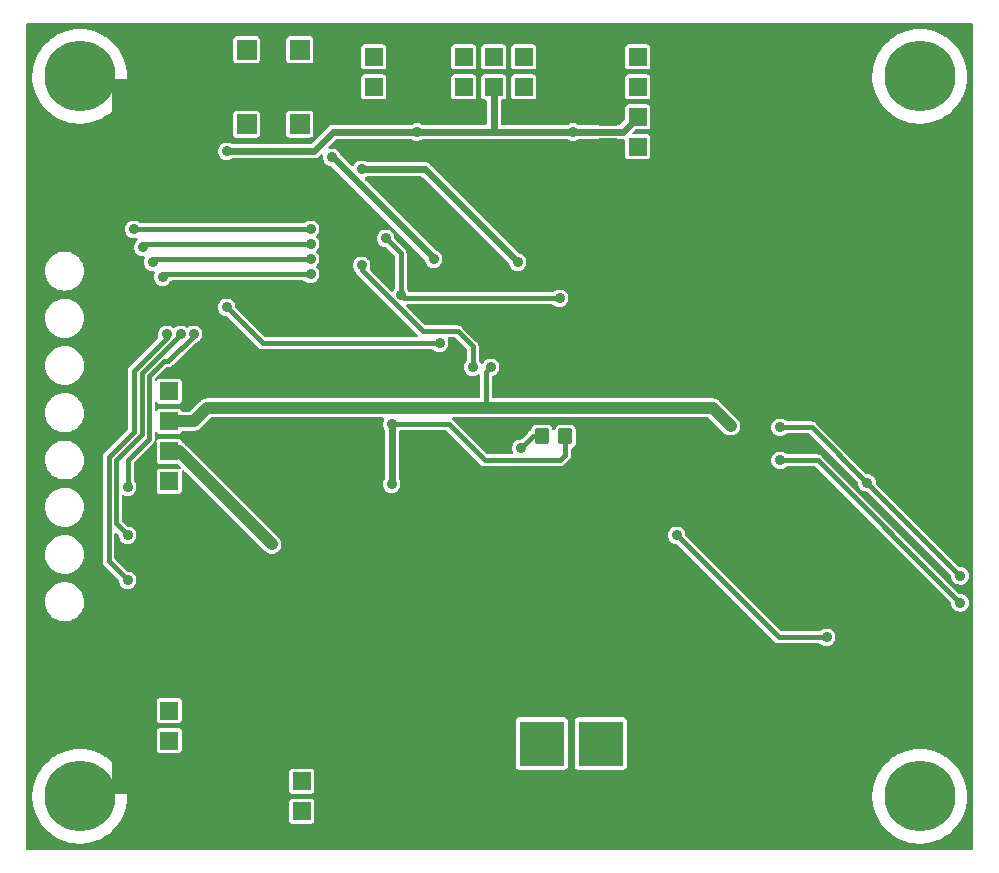
<source format=gbr>
%TF.GenerationSoftware,KiCad,Pcbnew,6.0.4-6f826c9f35~116~ubuntu20.04.1*%
%TF.CreationDate,2023-01-11T22:32:39+00:00*%
%TF.ProjectId,SOLARMINIBAT01A,534f4c41-524d-4494-9e49-424154303141,rev?*%
%TF.SameCoordinates,Original*%
%TF.FileFunction,Copper,L1,Top*%
%TF.FilePolarity,Positive*%
%FSLAX46Y46*%
G04 Gerber Fmt 4.6, Leading zero omitted, Abs format (unit mm)*
G04 Created by KiCad (PCBNEW 6.0.4-6f826c9f35~116~ubuntu20.04.1) date 2023-01-11 22:32:39*
%MOMM*%
%LPD*%
G01*
G04 APERTURE LIST*
G04 Aperture macros list*
%AMRoundRect*
0 Rectangle with rounded corners*
0 $1 Rounding radius*
0 $2 $3 $4 $5 $6 $7 $8 $9 X,Y pos of 4 corners*
0 Add a 4 corners polygon primitive as box body*
4,1,4,$2,$3,$4,$5,$6,$7,$8,$9,$2,$3,0*
0 Add four circle primitives for the rounded corners*
1,1,$1+$1,$2,$3*
1,1,$1+$1,$4,$5*
1,1,$1+$1,$6,$7*
1,1,$1+$1,$8,$9*
0 Add four rect primitives between the rounded corners*
20,1,$1+$1,$2,$3,$4,$5,0*
20,1,$1+$1,$4,$5,$6,$7,0*
20,1,$1+$1,$6,$7,$8,$9,0*
20,1,$1+$1,$8,$9,$2,$3,0*%
G04 Aperture macros list end*
%TA.AperFunction,ComponentPad*%
%ADD10C,6.000000*%
%TD*%
%TA.AperFunction,ComponentPad*%
%ADD11R,1.524000X1.524000*%
%TD*%
%TA.AperFunction,SMDPad,CuDef*%
%ADD12R,7.000000X11.000000*%
%TD*%
%TA.AperFunction,SMDPad,CuDef*%
%ADD13R,3.600000X11.000000*%
%TD*%
%TA.AperFunction,ComponentPad*%
%ADD14R,1.676400X1.676400*%
%TD*%
%TA.AperFunction,SMDPad,CuDef*%
%ADD15RoundRect,0.250000X-0.350000X-0.450000X0.350000X-0.450000X0.350000X0.450000X-0.350000X0.450000X0*%
%TD*%
%TA.AperFunction,ComponentPad*%
%ADD16R,3.810000X3.810000*%
%TD*%
%TA.AperFunction,SMDPad,CuDef*%
%ADD17R,2.300000X2.300000*%
%TD*%
%TA.AperFunction,ComponentPad*%
%ADD18C,0.600000*%
%TD*%
%TA.AperFunction,ViaPad*%
%ADD19C,0.890000*%
%TD*%
%TA.AperFunction,Conductor*%
%ADD20C,0.600000*%
%TD*%
%TA.AperFunction,Conductor*%
%ADD21C,0.400000*%
%TD*%
%TA.AperFunction,Conductor*%
%ADD22C,1.000000*%
%TD*%
G04 APERTURE END LIST*
D10*
%TO.P,M4,1*%
%TO.N,unconnected-(M4-Pad1)*%
X5080000Y66040000D03*
%TD*%
D11*
%TO.P,J1,1*%
%TO.N,GND*%
X21336000Y3810000D03*
%TO.P,J1,2*%
X21336000Y6350000D03*
%TO.P,J1,3*%
%TO.N,Net-(F1-Pad2)*%
X23876000Y3810000D03*
%TO.P,J1,4*%
X23876000Y6350000D03*
%TO.P,J1,5*%
%TO.N,GND*%
X26416000Y3810000D03*
%TO.P,J1,6*%
X26416000Y6350000D03*
%TD*%
%TO.P,J6,1*%
%TO.N,GND*%
X54864000Y67691000D03*
%TO.P,J6,2*%
X54864000Y65151000D03*
%TO.P,J6,3*%
%TO.N,+3V3*%
X52324000Y67691000D03*
%TO.P,J6,4*%
X52324000Y65151000D03*
%TO.P,J6,5*%
%TO.N,GND*%
X49784000Y67691000D03*
%TO.P,J6,6*%
X49784000Y65151000D03*
%TD*%
%TO.P,BT1,1,+*%
%TO.N,/battery_pack/Battery+*%
X12678000Y36830000D03*
X12678000Y34290000D03*
%TO.P,BT1,2,-*%
%TO.N,/battery_pack/Battery-*%
X12678000Y39370000D03*
X12678000Y31750000D03*
%TO.P,BT1,3,GND*%
%TO.N,GND*%
X69778000Y63850000D03*
X69778000Y7270000D03*
X69778000Y56230000D03*
X12678000Y14890000D03*
D12*
X64875000Y60325000D03*
D13*
X9630000Y10795000D03*
D11*
X12678000Y58770000D03*
X69778000Y14890000D03*
X12678000Y56230000D03*
D12*
X64875000Y10795000D03*
D11*
X69778000Y58770000D03*
X12678000Y63850000D03*
D13*
X9630000Y60325000D03*
D11*
X69778000Y9810000D03*
X69778000Y12350000D03*
X69778000Y61310000D03*
X12678000Y61310000D03*
X12678000Y7270000D03*
%TO.P,BT1,5*%
%TO.N,/battery_pack/NTC1*%
X12678000Y9810000D03*
%TO.P,BT1,6*%
%TO.N,/battery_pack/NTC2*%
X12678000Y12350000D03*
%TD*%
D10*
%TO.P,M1,1*%
%TO.N,unconnected-(M1-Pad1)*%
X76200000Y66040000D03*
%TD*%
%TO.P,M3,1*%
%TO.N,unconnected-(M3-Pad1)*%
X76200000Y5080000D03*
%TD*%
D11*
%TO.P,J4,1*%
%TO.N,/fuel_gauge/CHARGE_CTRL*%
X29972000Y65151000D03*
%TO.P,J4,2*%
X29972000Y67691000D03*
%TD*%
%TO.P,P1,1*%
%TO.N,GND*%
X35052000Y65151000D03*
%TO.P,P1,2*%
X35052000Y67691000D03*
%TO.P,P1,3*%
%TO.N,/fuel_gauge/I2C_SCL*%
X37592000Y65151000D03*
%TO.P,P1,4*%
X37592000Y67691000D03*
%TO.P,P1,5*%
%TO.N,+3V3*%
X40132000Y65151000D03*
%TO.P,P1,6*%
X40132000Y67691000D03*
%TO.P,P1,7*%
%TO.N,/fuel_gauge/I2C_SDA*%
X42672000Y65151000D03*
%TO.P,P1,8*%
X42672000Y67691000D03*
%TO.P,P1,9*%
%TO.N,GND*%
X45212000Y65151000D03*
%TO.P,P1,10*%
X45212000Y67691000D03*
%TD*%
D14*
%TO.P,SW1,1,1*%
%TO.N,Net-(R5-Pad1)*%
X19213000Y62001000D03*
X19213000Y68301000D03*
%TO.P,SW1,2,2*%
%TO.N,Net-(SW1-Pad2)*%
X23713000Y62001000D03*
X23713000Y68301000D03*
%TD*%
D10*
%TO.P,M2,1*%
%TO.N,unconnected-(M2-Pad1)*%
X5080000Y5080000D03*
%TD*%
D15*
%TO.P,R4,1*%
%TO.N,/battery_pack/NTC2*%
X44212000Y35560000D03*
%TO.P,R4,2*%
%TO.N,/battery_pack/NTC1*%
X46212000Y35560000D03*
%TD*%
D11*
%TO.P,J5,1*%
%TO.N,GND*%
X54864000Y62611000D03*
%TO.P,J5,2*%
X54864000Y60071000D03*
%TO.P,J5,3*%
%TO.N,+3V3*%
X52324000Y62611000D03*
%TO.P,J5,4*%
X52324000Y60071000D03*
%TO.P,J5,5*%
%TO.N,GND*%
X49784000Y62611000D03*
%TO.P,J5,6*%
X49784000Y60071000D03*
%TD*%
D16*
%TO.P,J2,1,P1*%
%TO.N,/power_input/PV+*%
X44196000Y9556000D03*
X49196000Y9556000D03*
%TD*%
%TO.P,J3,1,P1*%
%TO.N,GND*%
X44196000Y4476000D03*
X49196000Y4476000D03*
%TD*%
D17*
%TO.P,X1,11,PGND*%
%TO.N,GND*%
X57912000Y46481000D03*
D18*
X58412000Y46982000D03*
X57912000Y46482000D03*
X57412000Y46982000D03*
X58412000Y45982000D03*
X57412000Y45982000D03*
%TD*%
D19*
%TO.N,+3V3*%
X46871489Y61332511D03*
X33646511Y61332511D03*
X17526000Y59690000D03*
%TO.N,GND*%
X10922000Y10414000D03*
X26416000Y50038000D03*
X67818000Y11430000D03*
X24130000Y31242000D03*
X65278000Y10160000D03*
X9652000Y14224000D03*
X61976000Y38608000D03*
X52578000Y16764000D03*
X8382000Y14224000D03*
X32512000Y64516000D03*
X21844000Y44704000D03*
X5334000Y47498000D03*
X19812000Y25146000D03*
X73406000Y31496000D03*
X32512000Y55626000D03*
X13462000Y40894000D03*
X10922000Y12954000D03*
X67564000Y56896000D03*
X43688000Y27432000D03*
X27686000Y64516000D03*
X39624000Y50800000D03*
X10922000Y15494000D03*
X57150000Y30226000D03*
X8382000Y63246000D03*
X15494000Y18288000D03*
X32512000Y67056000D03*
X28956000Y27686000D03*
X26416000Y51562000D03*
X45974000Y44450000D03*
X10922000Y63246000D03*
X67818000Y48768000D03*
X67564000Y43942000D03*
X70866000Y34544000D03*
X26162000Y16256000D03*
X26162000Y63246000D03*
X66548000Y6350000D03*
X10922000Y61976000D03*
X26416000Y27686000D03*
X75692000Y29464000D03*
X50800000Y45212000D03*
X26670000Y31242000D03*
X69596000Y38608000D03*
X9652000Y55626000D03*
X9652000Y15494000D03*
X45974000Y40894000D03*
X15748000Y10414000D03*
X25400000Y25146000D03*
X23368000Y39624000D03*
X8382000Y60706000D03*
X67818000Y10160000D03*
X42672000Y36322000D03*
X38862000Y30988000D03*
X67564000Y60706000D03*
X27432000Y40640000D03*
X66548000Y10160000D03*
X52832000Y24384000D03*
X26162000Y22098000D03*
X69850000Y54102000D03*
X45974000Y27432000D03*
X65024000Y61976000D03*
X65024000Y64516000D03*
X33782000Y56896000D03*
X65024000Y60706000D03*
X8382000Y56896000D03*
X58928000Y5588000D03*
X38608000Y59944000D03*
X33782000Y54102000D03*
X10922000Y6604000D03*
X9652000Y56896000D03*
X32766000Y59690000D03*
X60960000Y42926000D03*
X8382000Y12954000D03*
X37084000Y51816000D03*
X28702000Y55118000D03*
X57404000Y16764000D03*
X67818000Y15240000D03*
X42418000Y43942000D03*
X68834000Y46482000D03*
X55118000Y16764000D03*
X19558000Y16510000D03*
X9652000Y6604000D03*
X20574000Y45212000D03*
X33274000Y20066000D03*
X65278000Y11430000D03*
X65278000Y12700000D03*
X66294000Y55626000D03*
X67564000Y59436000D03*
X57658000Y62484000D03*
X34290000Y59690000D03*
X72898000Y19050000D03*
X66294000Y63246000D03*
X21590000Y31242000D03*
X10922000Y58166000D03*
X58674000Y26670000D03*
X54810000Y46682000D03*
X57404000Y36068000D03*
X66040000Y46482000D03*
X67564000Y64516000D03*
X72898000Y17526000D03*
X46228000Y54356000D03*
X56134000Y34290000D03*
X26416000Y45974000D03*
X66294000Y59436000D03*
X45974000Y39370000D03*
X10922000Y11684000D03*
X65278000Y6350000D03*
X49784000Y39624000D03*
X30734000Y44704000D03*
X67564000Y63246000D03*
X30734000Y5334000D03*
X48514000Y27432000D03*
X21590000Y34036000D03*
X39878000Y15748000D03*
X69596000Y37338000D03*
X62230000Y46482000D03*
X61468000Y39878000D03*
X35814000Y45974000D03*
X61722000Y54102000D03*
X45974000Y42672000D03*
X52070000Y45212000D03*
X42164000Y54864000D03*
X47498000Y64008000D03*
X41148000Y27432000D03*
X73914000Y38608000D03*
X23368000Y34036000D03*
X33274000Y32512000D03*
X66802000Y47752000D03*
X21336000Y46228000D03*
X66548000Y13970000D03*
X68580000Y21844000D03*
X73914000Y40894000D03*
X17780000Y3556000D03*
X15494000Y3556000D03*
X8382000Y6604000D03*
X8382000Y59436000D03*
X50546000Y58166000D03*
X66548000Y8890000D03*
X57404000Y27940000D03*
X49276000Y55626000D03*
X21336000Y58166000D03*
X20066000Y48006000D03*
X68834000Y43942000D03*
X9652000Y58166000D03*
X63246000Y38608000D03*
X67564000Y55626000D03*
X52070000Y46482000D03*
X53340000Y46482000D03*
X50546000Y55626000D03*
X10922000Y59436000D03*
X72898000Y24384000D03*
X67818000Y12700000D03*
X30734000Y3556000D03*
X52578000Y36322000D03*
X23368000Y45974000D03*
X66294000Y56896000D03*
X72898000Y20320000D03*
X26162000Y64516000D03*
X9652000Y9144000D03*
X58928000Y2794000D03*
X38862000Y51816000D03*
X47498000Y65278000D03*
X32512000Y65786000D03*
X64770000Y46482000D03*
X41910000Y57658000D03*
X66294000Y60706000D03*
X33782000Y49784000D03*
X8382000Y64516000D03*
X71628000Y33528000D03*
X67818000Y13970000D03*
X49276000Y56896000D03*
X9652000Y60706000D03*
X10922000Y9144000D03*
X41656000Y36322000D03*
X33528000Y48514000D03*
X22860000Y31242000D03*
X43688000Y56388000D03*
X9652000Y11684000D03*
X58928000Y12192000D03*
X57658000Y67564000D03*
X60706000Y53086000D03*
X8382000Y58166000D03*
X23114000Y44704000D03*
X73914000Y53594000D03*
X37846000Y52832000D03*
X8382000Y11684000D03*
X67818000Y6350000D03*
X66548000Y12700000D03*
X9652000Y59436000D03*
X33274000Y23876000D03*
X68580000Y20320000D03*
X39878000Y25146000D03*
X66802000Y45212000D03*
X65024000Y63246000D03*
X70104000Y46482000D03*
X65278000Y7620000D03*
X53594000Y32004000D03*
X33274000Y30988000D03*
X26670000Y55372000D03*
X24892000Y45974000D03*
X17780000Y10414000D03*
X27432000Y36576000D03*
X46990000Y48514000D03*
X19812000Y46228000D03*
X42418000Y45720000D03*
X47498000Y66548000D03*
X29210000Y32512000D03*
X35052000Y55626000D03*
X49276000Y45466000D03*
X47752000Y32512000D03*
X9652000Y61976000D03*
X9652000Y10414000D03*
X42164000Y52578000D03*
X67818000Y8890000D03*
X30734000Y6858000D03*
X59436000Y16764000D03*
X34290000Y45974000D03*
X71374000Y46482000D03*
X73914000Y43434000D03*
X8382000Y55626000D03*
X55372000Y20066000D03*
X35052000Y30988000D03*
X10922000Y60706000D03*
X27686000Y63246000D03*
X28702000Y53340000D03*
X26162000Y19050000D03*
X25400000Y31242000D03*
X66548000Y7620000D03*
X22352000Y18542000D03*
X38862000Y45720000D03*
X42418000Y42164000D03*
X21590000Y39624000D03*
X51816000Y39624000D03*
X38862000Y58166000D03*
X12954000Y18288000D03*
X64516000Y38608000D03*
X67818000Y7620000D03*
X57658000Y59436000D03*
X67310000Y46482000D03*
X26416000Y48260000D03*
X8382000Y15494000D03*
X68580000Y23368000D03*
X73914000Y46482000D03*
X5334000Y39624000D03*
X21590000Y23622000D03*
X39878000Y19050000D03*
X30734000Y45974000D03*
X66548000Y15240000D03*
X51054000Y27432000D03*
X65278000Y13970000D03*
X12954000Y29210000D03*
X10922000Y14224000D03*
X74422000Y30480000D03*
X65024000Y59436000D03*
X54610000Y45212000D03*
X9652000Y63246000D03*
X50800000Y46482000D03*
X36068000Y59690000D03*
X8382000Y10414000D03*
X67564000Y58166000D03*
X9652000Y64516000D03*
X49530000Y51562000D03*
X55118000Y43942000D03*
X73914000Y50800000D03*
X66294000Y61976000D03*
X45466000Y57912000D03*
X44450000Y50292000D03*
X8382000Y7874000D03*
X19558000Y20828000D03*
X10922000Y56896000D03*
X31496000Y28956000D03*
X58928000Y8890000D03*
X10922000Y64516000D03*
X32512000Y68326000D03*
X40386000Y59944000D03*
X5334000Y35560000D03*
X20828000Y13970000D03*
X66548000Y11430000D03*
X8382000Y61976000D03*
X14986000Y40894000D03*
X15494000Y29210000D03*
X47498000Y67818000D03*
X49276000Y50038000D03*
X57658000Y65278000D03*
X68072000Y47498000D03*
X26162000Y56896000D03*
X35052000Y48514000D03*
X60198000Y59436000D03*
X53340000Y45212000D03*
X24384000Y56896000D03*
X22352000Y16510000D03*
X49276000Y58166000D03*
X15494000Y23876000D03*
X22352000Y20828000D03*
X66294000Y64516000D03*
X27940000Y48514000D03*
X10922000Y7874000D03*
X39878000Y22098000D03*
X43180000Y59182000D03*
X66294000Y58166000D03*
X38354000Y50292000D03*
X29210000Y36322000D03*
X17272000Y43942000D03*
X28194000Y31496000D03*
X68326000Y45212000D03*
X54864000Y36068000D03*
X36830000Y30988000D03*
X6350000Y52578000D03*
X73914000Y48514000D03*
X30226000Y33528000D03*
X59182000Y59436000D03*
X23622000Y26924000D03*
X47752000Y30480000D03*
X19558000Y18542000D03*
X65278000Y15240000D03*
X8382000Y9144000D03*
X56134000Y32004000D03*
X63500000Y46482000D03*
X27686000Y33274000D03*
X9652000Y7874000D03*
X18542000Y43942000D03*
X50546000Y56896000D03*
X55372000Y24384000D03*
X65024000Y55626000D03*
X12954000Y23876000D03*
X49276000Y42418000D03*
X68580000Y25146000D03*
X65278000Y8890000D03*
X5334000Y43688000D03*
X65024000Y56896000D03*
X65024000Y54102000D03*
X39116000Y48768000D03*
X71628000Y38608000D03*
X53340000Y27432000D03*
X39624000Y43180000D03*
X52832000Y20066000D03*
X30480000Y50800000D03*
X54102000Y49530000D03*
X10922000Y55626000D03*
X46990000Y59182000D03*
X19050000Y13970000D03*
X15494000Y56896000D03*
X65024000Y58166000D03*
X9652000Y12954000D03*
X17272000Y45212000D03*
X72644000Y46482000D03*
X67564000Y61976000D03*
X55372000Y49530000D03*
X55372000Y30226000D03*
X50800000Y34036000D03*
X53594000Y39624000D03*
%TO.N,/battery_pack/NTC1*%
X31496000Y36576000D03*
X31496000Y31496000D03*
%TO.N,/battery_pack/Battery+*%
X57912000Y37973000D03*
X71755000Y31623000D03*
X79629000Y23749000D03*
X21336000Y26416000D03*
X39878000Y41402000D03*
X60198000Y36449000D03*
X64389000Y36322000D03*
%TO.N,Net-(C12-Pad1)*%
X79629000Y21463000D03*
X64389000Y33528000D03*
%TO.N,/fuel_gauge/CHARGE_CTRL*%
X45720000Y47244000D03*
X68326000Y18542000D03*
X55626000Y27178000D03*
X32258000Y47498000D03*
X30988000Y52324000D03*
%TO.N,/battery_pack/NTC2*%
X42418000Y34544000D03*
%TO.N,Net-(R5-Pad1)*%
X42164000Y50292000D03*
X28956000Y58166000D03*
%TO.N,/fuel_gauge/A*%
X9652000Y53086000D03*
X24638000Y53086000D03*
%TO.N,/fuel_gauge/B*%
X24638000Y51816000D03*
X10414000Y51562000D03*
%TO.N,/fuel_gauge/C*%
X11258500Y50292000D03*
X24638000Y50546000D03*
%TO.N,/fuel_gauge/D*%
X24638000Y49276000D03*
X12103000Y49022000D03*
%TO.N,/fuel_gauge/F*%
X9144000Y31242000D03*
X14732000Y44196000D03*
%TO.N,/fuel_gauge/G*%
X9144000Y27178000D03*
X13642497Y44196000D03*
%TO.N,/fuel_gauge/H*%
X9144000Y23368000D03*
X12446000Y44196000D03*
%TO.N,Net-(SW1-Pad2)*%
X35052000Y50546000D03*
X26416000Y59182000D03*
%TO.N,/fuel_gauge/P2*%
X17526000Y46482000D03*
X35560000Y43434000D03*
%TO.N,/fuel_gauge/P1*%
X38354000Y41402000D03*
X28956000Y50038000D03*
%TD*%
D20*
%TO.N,+3V3*%
X51045511Y61332511D02*
X52324000Y62611000D01*
X40267489Y61332511D02*
X46871489Y61332511D01*
X40132000Y61468000D02*
X40267489Y61332511D01*
X26534511Y61332511D02*
X33646511Y61332511D01*
X24892000Y59690000D02*
X26534511Y61332511D01*
X40132000Y65151000D02*
X40132000Y63500000D01*
X17526000Y59690000D02*
X24892000Y59690000D01*
X40267489Y61332511D02*
X33646511Y61332511D01*
X40132000Y63500000D02*
X40132000Y61468000D01*
X46871489Y61332511D02*
X51045511Y61332511D01*
D21*
%TO.N,/battery_pack/NTC1*%
X39370000Y33528000D02*
X45720000Y33528000D01*
X31496000Y36576000D02*
X36322000Y36576000D01*
X45720000Y33528000D02*
X46212000Y34020000D01*
X46212000Y34020000D02*
X46212000Y35560000D01*
D20*
X31496000Y31496000D02*
X31496000Y36576000D01*
D21*
X36322000Y36576000D02*
X39370000Y33528000D01*
D22*
%TO.N,/battery_pack/Battery+*%
X21336000Y26416000D02*
X13462000Y34290000D01*
X57912000Y37973000D02*
X39497000Y37973000D01*
D21*
X67056000Y36322000D02*
X64389000Y36322000D01*
X79629000Y23749000D02*
X71755000Y31623000D01*
D22*
X15875000Y37973000D02*
X14732000Y36830000D01*
X60198000Y36449000D02*
X58674000Y37973000D01*
X58674000Y37973000D02*
X57912000Y37973000D01*
X15875000Y37973000D02*
X39497000Y37973000D01*
X14732000Y36830000D02*
X12678000Y36830000D01*
D21*
X39878000Y41402000D02*
X39497000Y41021000D01*
X39497000Y41021000D02*
X39497000Y37973000D01*
D22*
X13462000Y34290000D02*
X12678000Y34290000D01*
D21*
X71755000Y31623000D02*
X67056000Y36322000D01*
%TO.N,Net-(C12-Pad1)*%
X67564000Y33528000D02*
X64389000Y33528000D01*
X79629000Y21463000D02*
X67564000Y33528000D01*
%TO.N,/fuel_gauge/CHARGE_CTRL*%
X32258000Y47498000D02*
X32258000Y51054000D01*
X64262000Y18542000D02*
X55626000Y27178000D01*
X32512000Y47244000D02*
X32258000Y47498000D01*
X32258000Y51054000D02*
X30988000Y52324000D01*
X45720000Y47244000D02*
X32512000Y47244000D01*
X68326000Y18542000D02*
X64262000Y18542000D01*
%TO.N,/battery_pack/NTC2*%
X43434000Y35560000D02*
X42418000Y34544000D01*
X44212000Y35560000D02*
X43434000Y35560000D01*
D20*
%TO.N,Net-(R5-Pad1)*%
X28956000Y58166000D02*
X34290000Y58166000D01*
X34290000Y58166000D02*
X42164000Y50292000D01*
D21*
%TO.N,/fuel_gauge/A*%
X9652000Y53086000D02*
X24638000Y53086000D01*
%TO.N,/fuel_gauge/B*%
X24638000Y51816000D02*
X10668000Y51816000D01*
X10668000Y51816000D02*
X10414000Y51562000D01*
%TO.N,/fuel_gauge/C*%
X11512500Y50546000D02*
X11258500Y50292000D01*
X24638000Y50546000D02*
X11512500Y50546000D01*
%TO.N,/fuel_gauge/D*%
X24638000Y49276000D02*
X12357000Y49276000D01*
X12357000Y49276000D02*
X12103000Y49022000D01*
%TO.N,/fuel_gauge/F*%
X10922000Y35306000D02*
X10922000Y40640000D01*
X12192000Y41910000D02*
X12550817Y41910000D01*
X9144000Y31242000D02*
X9144000Y33528000D01*
X14732000Y44091183D02*
X14732000Y44196000D01*
X12550817Y41910000D02*
X14732000Y44091183D01*
X9144000Y33528000D02*
X10922000Y35306000D01*
X10922000Y40640000D02*
X12192000Y41910000D01*
%TO.N,/fuel_gauge/G*%
X10322480Y40888330D02*
X12106150Y42672000D01*
X8128000Y33528000D02*
X10322480Y35722480D01*
X12106150Y42672000D02*
X12118497Y42672000D01*
X8128000Y28194000D02*
X8128000Y33528000D01*
X10322480Y35722480D02*
X10322480Y40888330D01*
X9144000Y27178000D02*
X8128000Y28194000D01*
X12118497Y42672000D02*
X13642497Y44196000D01*
%TO.N,/fuel_gauge/H*%
X11344150Y42757850D02*
X12446000Y43859700D01*
X9144000Y23368000D02*
X7528480Y24983520D01*
X9652000Y40894000D02*
X9652000Y41065700D01*
X7528480Y33528000D02*
X7528480Y33776330D01*
X9609075Y35856925D02*
X9652000Y35899850D01*
X7528480Y33776330D02*
X9609075Y35856925D01*
X9652000Y41065700D02*
X11344150Y42757850D01*
X9652000Y35899850D02*
X9652000Y40894000D01*
X7528480Y24983520D02*
X7528480Y33528000D01*
X12446000Y43859700D02*
X12446000Y44196000D01*
D20*
%TO.N,Net-(SW1-Pad2)*%
X26416000Y59182000D02*
X26532000Y59182000D01*
X35052000Y50662000D02*
X35052000Y50546000D01*
X26532000Y59182000D02*
X35052000Y50662000D01*
D21*
%TO.N,/fuel_gauge/P2*%
X35560000Y43434000D02*
X20574000Y43434000D01*
X20574000Y43434000D02*
X17526000Y46482000D01*
%TO.N,/fuel_gauge/P1*%
X28956000Y49605680D02*
X28956000Y50038000D01*
X37084000Y44450000D02*
X34111680Y44450000D01*
X38354000Y43180000D02*
X37084000Y44450000D01*
X34111680Y44450000D02*
X28956000Y49605680D01*
X38354000Y41402000D02*
X38354000Y43180000D01*
%TD*%
%TA.AperFunction,Conductor*%
%TO.N,GND*%
G36*
X80668121Y70545998D02*
G01*
X80714614Y70492342D01*
X80726000Y70440000D01*
X80726000Y680000D01*
X80705998Y611879D01*
X80652342Y565386D01*
X80600000Y554000D01*
X680000Y554000D01*
X611879Y574002D01*
X565386Y627658D01*
X554000Y680000D01*
X554000Y5135923D01*
X1075065Y5135923D01*
X1088722Y4744843D01*
X1089129Y4741794D01*
X1089129Y4741792D01*
X1105827Y4616646D01*
X1140477Y4356962D01*
X1229834Y3975983D01*
X1230823Y3973077D01*
X1230825Y3973071D01*
X1354950Y3608457D01*
X1354955Y3608445D01*
X1355943Y3605542D01*
X1517598Y3249174D01*
X1713258Y2910283D01*
X1715047Y2907784D01*
X1715049Y2907781D01*
X1829799Y2747500D01*
X1941053Y2592101D01*
X2198810Y2297667D01*
X2484069Y2029792D01*
X2794107Y1791031D01*
X2796710Y1789404D01*
X2796715Y1789401D01*
X2915687Y1715059D01*
X3125964Y1583663D01*
X3476472Y1409669D01*
X3842287Y1270710D01*
X4219915Y1168110D01*
X4222958Y1167595D01*
X4222964Y1167594D01*
X4602713Y1103364D01*
X4602720Y1103363D01*
X4605754Y1102850D01*
X4608825Y1102635D01*
X4608827Y1102635D01*
X4993053Y1075767D01*
X4993061Y1075767D01*
X4996119Y1075553D01*
X5249704Y1082637D01*
X5384211Y1086394D01*
X5384214Y1086394D01*
X5387285Y1086480D01*
X5390338Y1086866D01*
X5390342Y1086866D01*
X5576145Y1110338D01*
X5775517Y1135525D01*
X5778521Y1136207D01*
X5778524Y1136208D01*
X6154115Y1221540D01*
X6154121Y1221542D01*
X6157111Y1222221D01*
X6302875Y1270710D01*
X6525500Y1344767D01*
X6525506Y1344769D01*
X6528424Y1345740D01*
X6669551Y1408574D01*
X6883111Y1503657D01*
X6883117Y1503660D01*
X6885911Y1504904D01*
X6888580Y1506420D01*
X7223492Y1696676D01*
X7223498Y1696680D01*
X7226160Y1698192D01*
X7545924Y1923761D01*
X7842150Y2179456D01*
X7844271Y2181683D01*
X7844277Y2181689D01*
X8109894Y2460615D01*
X8112011Y2462838D01*
X8211192Y2589783D01*
X8351021Y2768756D01*
X8351023Y2768759D01*
X8352931Y2771201D01*
X8354587Y2773811D01*
X8354593Y2773819D01*
X8500260Y3003354D01*
X22813500Y3003354D01*
X22816618Y2977154D01*
X22862061Y2874847D01*
X22941287Y2795759D01*
X22951924Y2791056D01*
X22951926Y2791055D01*
X22996835Y2771201D01*
X23043673Y2750494D01*
X23069354Y2747500D01*
X24682646Y2747500D01*
X24686350Y2747941D01*
X24686353Y2747941D01*
X24693746Y2748821D01*
X24708846Y2750618D01*
X24811153Y2796061D01*
X24890241Y2875287D01*
X24906892Y2912949D01*
X24931675Y2969008D01*
X24935506Y2977673D01*
X24938500Y3003354D01*
X24938500Y4616646D01*
X24935382Y4642846D01*
X24889939Y4745153D01*
X24810713Y4824241D01*
X24800076Y4828944D01*
X24800074Y4828945D01*
X24740538Y4855265D01*
X24708327Y4869506D01*
X24682646Y4872500D01*
X23069354Y4872500D01*
X23065650Y4872059D01*
X23065647Y4872059D01*
X23058254Y4871179D01*
X23043154Y4869382D01*
X22940847Y4823939D01*
X22861759Y4744713D01*
X22816494Y4642327D01*
X22813500Y4616646D01*
X22813500Y3003354D01*
X8500260Y3003354D01*
X8560957Y3098997D01*
X8560959Y3099000D01*
X8562610Y3101602D01*
X8739046Y3450888D01*
X8880557Y3815723D01*
X8985790Y4192626D01*
X9053742Y4578000D01*
X9066580Y4744843D01*
X9083613Y4966211D01*
X9083613Y4966222D01*
X9083763Y4968165D01*
X9085325Y5080000D01*
X9082590Y5135923D01*
X72195065Y5135923D01*
X72208722Y4744843D01*
X72209129Y4741794D01*
X72209129Y4741792D01*
X72225827Y4616646D01*
X72260477Y4356962D01*
X72349834Y3975983D01*
X72350823Y3973077D01*
X72350825Y3973071D01*
X72474950Y3608457D01*
X72474955Y3608445D01*
X72475943Y3605542D01*
X72637598Y3249174D01*
X72833258Y2910283D01*
X72835047Y2907784D01*
X72835049Y2907781D01*
X72949799Y2747500D01*
X73061053Y2592101D01*
X73318810Y2297667D01*
X73604069Y2029792D01*
X73914107Y1791031D01*
X73916710Y1789404D01*
X73916715Y1789401D01*
X74035687Y1715059D01*
X74245964Y1583663D01*
X74596472Y1409669D01*
X74962287Y1270710D01*
X75339915Y1168110D01*
X75342958Y1167595D01*
X75342964Y1167594D01*
X75722713Y1103364D01*
X75722720Y1103363D01*
X75725754Y1102850D01*
X75728825Y1102635D01*
X75728827Y1102635D01*
X76113053Y1075767D01*
X76113061Y1075767D01*
X76116119Y1075553D01*
X76369704Y1082637D01*
X76504211Y1086394D01*
X76504214Y1086394D01*
X76507285Y1086480D01*
X76510338Y1086866D01*
X76510342Y1086866D01*
X76696145Y1110338D01*
X76895517Y1135525D01*
X76898521Y1136207D01*
X76898524Y1136208D01*
X77274115Y1221540D01*
X77274121Y1221542D01*
X77277111Y1222221D01*
X77422875Y1270710D01*
X77645500Y1344767D01*
X77645506Y1344769D01*
X77648424Y1345740D01*
X77789551Y1408574D01*
X78003111Y1503657D01*
X78003117Y1503660D01*
X78005911Y1504904D01*
X78008580Y1506420D01*
X78343492Y1696676D01*
X78343498Y1696680D01*
X78346160Y1698192D01*
X78665924Y1923761D01*
X78962150Y2179456D01*
X78964271Y2181683D01*
X78964277Y2181689D01*
X79229894Y2460615D01*
X79232011Y2462838D01*
X79331192Y2589783D01*
X79471021Y2768756D01*
X79471023Y2768759D01*
X79472931Y2771201D01*
X79474587Y2773811D01*
X79474593Y2773819D01*
X79680957Y3098997D01*
X79680959Y3099000D01*
X79682610Y3101602D01*
X79859046Y3450888D01*
X80000557Y3815723D01*
X80105790Y4192626D01*
X80173742Y4578000D01*
X80186580Y4744843D01*
X80203613Y4966211D01*
X80203613Y4966222D01*
X80203763Y4968165D01*
X80205325Y5080000D01*
X80186209Y5470851D01*
X80129044Y5857972D01*
X80034376Y6237666D01*
X79903107Y6606311D01*
X79736492Y6960386D01*
X79707167Y7009580D01*
X79621681Y7152983D01*
X79536120Y7296513D01*
X79333373Y7571513D01*
X79305727Y7609012D01*
X79305725Y7609015D01*
X79303905Y7611483D01*
X79042061Y7902289D01*
X78753090Y8166156D01*
X78439749Y8400565D01*
X78386075Y8433071D01*
X78107658Y8601687D01*
X78107649Y8601692D01*
X78105030Y8603278D01*
X77803130Y8747925D01*
X77754898Y8771034D01*
X77754896Y8771035D01*
X77752126Y8772362D01*
X77749237Y8773414D01*
X77749231Y8773416D01*
X77387306Y8905145D01*
X77387303Y8905146D01*
X77384407Y8906200D01*
X77071499Y8986541D01*
X77008366Y9002751D01*
X77008363Y9002752D01*
X77005382Y9003517D01*
X76618670Y9063383D01*
X76615613Y9063554D01*
X76615612Y9063554D01*
X76585120Y9065259D01*
X76227962Y9085227D01*
X76224883Y9085098D01*
X76224880Y9085098D01*
X75968770Y9074364D01*
X75836987Y9068841D01*
X75833943Y9068413D01*
X75833941Y9068413D01*
X75799368Y9063554D01*
X75449477Y9014380D01*
X75069131Y8922364D01*
X74699579Y8793673D01*
X74693913Y8791055D01*
X74347146Y8630826D01*
X74347136Y8630821D01*
X74344349Y8629533D01*
X74235829Y8565865D01*
X74009486Y8433071D01*
X74009481Y8433068D01*
X74006831Y8431513D01*
X73966433Y8402162D01*
X73692730Y8203306D01*
X73692721Y8203299D01*
X73690248Y8201502D01*
X73687958Y8199469D01*
X73687952Y8199464D01*
X73399924Y7943740D01*
X73397621Y7941695D01*
X73131743Y7654573D01*
X73129888Y7652129D01*
X72901262Y7350925D01*
X72895152Y7342876D01*
X72690107Y7009580D01*
X72518564Y6657865D01*
X72382162Y6291090D01*
X72282201Y5912754D01*
X72273328Y5857972D01*
X72222372Y5543354D01*
X72219637Y5526469D01*
X72219443Y5523389D01*
X72219443Y5523387D01*
X72204629Y5287925D01*
X72195065Y5135923D01*
X9082590Y5135923D01*
X9066209Y5470851D01*
X9055503Y5543354D01*
X22813500Y5543354D01*
X22816618Y5517154D01*
X22862061Y5414847D01*
X22941287Y5335759D01*
X22951924Y5331056D01*
X22951926Y5331055D01*
X23011462Y5304735D01*
X23043673Y5290494D01*
X23069354Y5287500D01*
X24682646Y5287500D01*
X24686350Y5287941D01*
X24686353Y5287941D01*
X24693746Y5288821D01*
X24708846Y5290618D01*
X24811153Y5336061D01*
X24890241Y5415287D01*
X24935506Y5517673D01*
X24938500Y5543354D01*
X24938500Y7156646D01*
X24935382Y7182846D01*
X24889939Y7285153D01*
X24810713Y7364241D01*
X24800076Y7368944D01*
X24800074Y7368945D01*
X24731953Y7399061D01*
X24708327Y7409506D01*
X24682646Y7412500D01*
X23069354Y7412500D01*
X23065650Y7412059D01*
X23065647Y7412059D01*
X23058254Y7411179D01*
X23043154Y7409382D01*
X23034514Y7405544D01*
X23034513Y7405544D01*
X23008648Y7394055D01*
X22940847Y7363939D01*
X22932628Y7355706D01*
X22932627Y7355705D01*
X22917201Y7340252D01*
X22861759Y7284713D01*
X22816494Y7182327D01*
X22813500Y7156646D01*
X22813500Y5543354D01*
X9055503Y5543354D01*
X9009044Y5857972D01*
X8914376Y6237666D01*
X8783107Y6606311D01*
X8616492Y6960386D01*
X8587167Y7009580D01*
X8501681Y7152983D01*
X8416120Y7296513D01*
X8213373Y7571513D01*
X8187687Y7606354D01*
X41990500Y7606354D01*
X41993618Y7580154D01*
X42039061Y7477847D01*
X42118287Y7398759D01*
X42128924Y7394056D01*
X42128926Y7394055D01*
X42185724Y7368945D01*
X42220673Y7353494D01*
X42246354Y7350500D01*
X46145646Y7350500D01*
X46149350Y7350941D01*
X46149353Y7350941D01*
X46156746Y7351821D01*
X46171846Y7353618D01*
X46205718Y7368663D01*
X46263518Y7394337D01*
X46274153Y7399061D01*
X46287129Y7412059D01*
X46345023Y7470055D01*
X46353241Y7478287D01*
X46398506Y7580673D01*
X46401500Y7606354D01*
X46990500Y7606354D01*
X46993618Y7580154D01*
X47039061Y7477847D01*
X47118287Y7398759D01*
X47128924Y7394056D01*
X47128926Y7394055D01*
X47185724Y7368945D01*
X47220673Y7353494D01*
X47246354Y7350500D01*
X51145646Y7350500D01*
X51149350Y7350941D01*
X51149353Y7350941D01*
X51156746Y7351821D01*
X51171846Y7353618D01*
X51205718Y7368663D01*
X51263518Y7394337D01*
X51274153Y7399061D01*
X51287129Y7412059D01*
X51345023Y7470055D01*
X51353241Y7478287D01*
X51398506Y7580673D01*
X51401500Y7606354D01*
X51401500Y11505646D01*
X51398382Y11531846D01*
X51393271Y11543354D01*
X51357663Y11623518D01*
X51352939Y11634153D01*
X51273713Y11713241D01*
X51263076Y11717944D01*
X51263074Y11717945D01*
X51203538Y11744265D01*
X51171327Y11758506D01*
X51145646Y11761500D01*
X47246354Y11761500D01*
X47242650Y11761059D01*
X47242647Y11761059D01*
X47235254Y11760179D01*
X47220154Y11758382D01*
X47117847Y11712939D01*
X47038759Y11633713D01*
X46993494Y11531327D01*
X46990500Y11505646D01*
X46990500Y7606354D01*
X46401500Y7606354D01*
X46401500Y11505646D01*
X46398382Y11531846D01*
X46393271Y11543354D01*
X46357663Y11623518D01*
X46352939Y11634153D01*
X46273713Y11713241D01*
X46263076Y11717944D01*
X46263074Y11717945D01*
X46203538Y11744265D01*
X46171327Y11758506D01*
X46145646Y11761500D01*
X42246354Y11761500D01*
X42242650Y11761059D01*
X42242647Y11761059D01*
X42235254Y11760179D01*
X42220154Y11758382D01*
X42117847Y11712939D01*
X42038759Y11633713D01*
X41993494Y11531327D01*
X41990500Y11505646D01*
X41990500Y7606354D01*
X8187687Y7606354D01*
X8185727Y7609012D01*
X8185725Y7609015D01*
X8183905Y7611483D01*
X7922061Y7902289D01*
X7633090Y8166156D01*
X7319749Y8400565D01*
X7266075Y8433071D01*
X6987658Y8601687D01*
X6987649Y8601692D01*
X6985030Y8603278D01*
X6683130Y8747925D01*
X6634898Y8771034D01*
X6634896Y8771035D01*
X6632126Y8772362D01*
X6629237Y8773414D01*
X6629231Y8773416D01*
X6267306Y8905145D01*
X6267303Y8905146D01*
X6264407Y8906200D01*
X5951499Y8986541D01*
X5888366Y9002751D01*
X5888363Y9002752D01*
X5886017Y9003354D01*
X11615500Y9003354D01*
X11618618Y8977154D01*
X11622456Y8968514D01*
X11622456Y8968513D01*
X11650603Y8905145D01*
X11664061Y8874847D01*
X11743287Y8795759D01*
X11753924Y8791056D01*
X11753926Y8791055D01*
X11793825Y8773416D01*
X11845673Y8750494D01*
X11871354Y8747500D01*
X13484646Y8747500D01*
X13488350Y8747941D01*
X13488353Y8747941D01*
X13495746Y8748821D01*
X13510846Y8750618D01*
X13613153Y8796061D01*
X13692241Y8875287D01*
X13705442Y8905145D01*
X13733675Y8969008D01*
X13737506Y8977673D01*
X13740500Y9003354D01*
X13740500Y10616646D01*
X13737382Y10642846D01*
X13691939Y10745153D01*
X13612713Y10824241D01*
X13602076Y10828944D01*
X13602074Y10828945D01*
X13542538Y10855265D01*
X13510327Y10869506D01*
X13484646Y10872500D01*
X11871354Y10872500D01*
X11867650Y10872059D01*
X11867647Y10872059D01*
X11860254Y10871179D01*
X11845154Y10869382D01*
X11742847Y10823939D01*
X11663759Y10744713D01*
X11618494Y10642327D01*
X11615500Y10616646D01*
X11615500Y9003354D01*
X5886017Y9003354D01*
X5885382Y9003517D01*
X5498670Y9063383D01*
X5495613Y9063554D01*
X5495612Y9063554D01*
X5465120Y9065259D01*
X5107962Y9085227D01*
X5104883Y9085098D01*
X5104880Y9085098D01*
X4848770Y9074364D01*
X4716987Y9068841D01*
X4713943Y9068413D01*
X4713941Y9068413D01*
X4679368Y9063554D01*
X4329477Y9014380D01*
X3949131Y8922364D01*
X3579579Y8793673D01*
X3573913Y8791055D01*
X3227146Y8630826D01*
X3227136Y8630821D01*
X3224349Y8629533D01*
X3115829Y8565865D01*
X2889486Y8433071D01*
X2889481Y8433068D01*
X2886831Y8431513D01*
X2846433Y8402162D01*
X2572730Y8203306D01*
X2572721Y8203299D01*
X2570248Y8201502D01*
X2567958Y8199469D01*
X2567952Y8199464D01*
X2279924Y7943740D01*
X2277621Y7941695D01*
X2011743Y7654573D01*
X2009888Y7652129D01*
X1781262Y7350925D01*
X1775152Y7342876D01*
X1570107Y7009580D01*
X1398564Y6657865D01*
X1262162Y6291090D01*
X1162201Y5912754D01*
X1153328Y5857972D01*
X1102372Y5543354D01*
X1099637Y5526469D01*
X1099443Y5523389D01*
X1099443Y5523387D01*
X1084629Y5287925D01*
X1075065Y5135923D01*
X554000Y5135923D01*
X554000Y11543354D01*
X11615500Y11543354D01*
X11618618Y11517154D01*
X11622456Y11508514D01*
X11622456Y11508513D01*
X11625357Y11501983D01*
X11664061Y11414847D01*
X11743287Y11335759D01*
X11753924Y11331056D01*
X11753926Y11331055D01*
X11813462Y11304735D01*
X11845673Y11290494D01*
X11871354Y11287500D01*
X13484646Y11287500D01*
X13488350Y11287941D01*
X13488353Y11287941D01*
X13495746Y11288821D01*
X13510846Y11290618D01*
X13613153Y11336061D01*
X13692241Y11415287D01*
X13737506Y11517673D01*
X13740500Y11543354D01*
X13740500Y13156646D01*
X13737382Y13182846D01*
X13691939Y13285153D01*
X13612713Y13364241D01*
X13602076Y13368944D01*
X13602074Y13368945D01*
X13542538Y13395265D01*
X13510327Y13409506D01*
X13484646Y13412500D01*
X11871354Y13412500D01*
X11867650Y13412059D01*
X11867647Y13412059D01*
X11860254Y13411179D01*
X11845154Y13409382D01*
X11742847Y13363939D01*
X11663759Y13284713D01*
X11618494Y13182327D01*
X11615500Y13156646D01*
X11615500Y11543354D01*
X554000Y11543354D01*
X554000Y21560000D01*
X2154396Y21560000D01*
X2174779Y21301006D01*
X2175933Y21296199D01*
X2175934Y21296193D01*
X2209831Y21155006D01*
X2235427Y21048390D01*
X2237320Y21043819D01*
X2237321Y21043817D01*
X2311212Y20865430D01*
X2334846Y20808372D01*
X2470588Y20586860D01*
X2639311Y20389311D01*
X2836860Y20220588D01*
X3058372Y20084846D01*
X3062942Y20082953D01*
X3062946Y20082951D01*
X3293817Y19987321D01*
X3298390Y19985427D01*
X3386724Y19964220D01*
X3546193Y19925934D01*
X3546199Y19925933D01*
X3551006Y19924779D01*
X3641191Y19917681D01*
X3742690Y19909693D01*
X3742699Y19909693D01*
X3745147Y19909500D01*
X3874853Y19909500D01*
X3877301Y19909693D01*
X3877310Y19909693D01*
X3978809Y19917681D01*
X4068994Y19924779D01*
X4073801Y19925933D01*
X4073807Y19925934D01*
X4233276Y19964220D01*
X4321610Y19985427D01*
X4326183Y19987321D01*
X4557054Y20082951D01*
X4557058Y20082953D01*
X4561628Y20084846D01*
X4783140Y20220588D01*
X4980689Y20389311D01*
X5149412Y20586860D01*
X5285154Y20808372D01*
X5308789Y20865430D01*
X5382679Y21043817D01*
X5382680Y21043819D01*
X5384573Y21048390D01*
X5410169Y21155006D01*
X5444066Y21296193D01*
X5444067Y21296199D01*
X5445221Y21301006D01*
X5465604Y21560000D01*
X5445221Y21818994D01*
X5444067Y21823801D01*
X5444066Y21823807D01*
X5385728Y22066798D01*
X5384573Y22071610D01*
X5382679Y22076183D01*
X5287049Y22307054D01*
X5287047Y22307058D01*
X5285154Y22311628D01*
X5149412Y22533140D01*
X4980689Y22730689D01*
X4783140Y22899412D01*
X4561628Y23035154D01*
X4557058Y23037047D01*
X4557054Y23037049D01*
X4326183Y23132679D01*
X4326181Y23132680D01*
X4321610Y23134573D01*
X4186172Y23167089D01*
X4073807Y23194066D01*
X4073801Y23194067D01*
X4068994Y23195221D01*
X3978809Y23202319D01*
X3877310Y23210307D01*
X3877301Y23210307D01*
X3874853Y23210500D01*
X3745147Y23210500D01*
X3742699Y23210307D01*
X3742690Y23210307D01*
X3641191Y23202319D01*
X3551006Y23195221D01*
X3546199Y23194067D01*
X3546193Y23194066D01*
X3433828Y23167089D01*
X3298390Y23134573D01*
X3293819Y23132680D01*
X3293817Y23132679D01*
X3062946Y23037049D01*
X3062942Y23037047D01*
X3058372Y23035154D01*
X2836860Y22899412D01*
X2639311Y22730689D01*
X2470588Y22533140D01*
X2334846Y22311628D01*
X2332953Y22307058D01*
X2332951Y22307054D01*
X2237321Y22076183D01*
X2235427Y22071610D01*
X2234272Y22066798D01*
X2175934Y21823807D01*
X2175933Y21823801D01*
X2174779Y21818994D01*
X2154396Y21560000D01*
X554000Y21560000D01*
X554000Y25560000D01*
X2154396Y25560000D01*
X2174779Y25301006D01*
X2175933Y25296199D01*
X2175934Y25296193D01*
X2188699Y25243024D01*
X2235427Y25048390D01*
X2237320Y25043819D01*
X2237321Y25043817D01*
X2324466Y24833432D01*
X2334846Y24808372D01*
X2470588Y24586860D01*
X2639311Y24389311D01*
X2836860Y24220588D01*
X3058372Y24084846D01*
X3062942Y24082953D01*
X3062946Y24082951D01*
X3293817Y23987321D01*
X3298390Y23985427D01*
X3386724Y23964220D01*
X3546193Y23925934D01*
X3546199Y23925933D01*
X3551006Y23924779D01*
X3641191Y23917681D01*
X3742690Y23909693D01*
X3742699Y23909693D01*
X3745147Y23909500D01*
X3874853Y23909500D01*
X3877301Y23909693D01*
X3877310Y23909693D01*
X3978809Y23917681D01*
X4068994Y23924779D01*
X4073801Y23925933D01*
X4073807Y23925934D01*
X4233276Y23964220D01*
X4321610Y23985427D01*
X4326183Y23987321D01*
X4557054Y24082951D01*
X4557058Y24082953D01*
X4561628Y24084846D01*
X4783140Y24220588D01*
X4980689Y24389311D01*
X5149412Y24586860D01*
X5285154Y24808372D01*
X5295535Y24833432D01*
X5382679Y25043817D01*
X5382680Y25043819D01*
X5384573Y25048390D01*
X5431301Y25243024D01*
X5444066Y25296193D01*
X5444067Y25296199D01*
X5445221Y25301006D01*
X5465604Y25560000D01*
X5445221Y25818994D01*
X5444067Y25823801D01*
X5444066Y25823807D01*
X5385728Y26066798D01*
X5384573Y26071610D01*
X5285154Y26311628D01*
X5149412Y26533140D01*
X4980689Y26730689D01*
X4783140Y26899412D01*
X4561628Y27035154D01*
X4557058Y27037047D01*
X4557054Y27037049D01*
X4326183Y27132679D01*
X4326181Y27132680D01*
X4321610Y27134573D01*
X4233276Y27155780D01*
X4073807Y27194066D01*
X4073801Y27194067D01*
X4068994Y27195221D01*
X3978809Y27202319D01*
X3877310Y27210307D01*
X3877301Y27210307D01*
X3874853Y27210500D01*
X3745147Y27210500D01*
X3742699Y27210307D01*
X3742690Y27210307D01*
X3641191Y27202319D01*
X3551006Y27195221D01*
X3546199Y27194067D01*
X3546193Y27194066D01*
X3386724Y27155780D01*
X3298390Y27134573D01*
X3293819Y27132680D01*
X3293817Y27132679D01*
X3062946Y27037049D01*
X3062942Y27037047D01*
X3058372Y27035154D01*
X2836860Y26899412D01*
X2639311Y26730689D01*
X2470588Y26533140D01*
X2334846Y26311628D01*
X2235427Y26071610D01*
X2234272Y26066798D01*
X2175934Y25823807D01*
X2175933Y25823801D01*
X2174779Y25818994D01*
X2154396Y25560000D01*
X554000Y25560000D01*
X554000Y29560000D01*
X2154396Y29560000D01*
X2174779Y29301006D01*
X2175933Y29296199D01*
X2175934Y29296193D01*
X2214220Y29136724D01*
X2235427Y29048390D01*
X2334846Y28808372D01*
X2470588Y28586860D01*
X2639311Y28389311D01*
X2836860Y28220588D01*
X3058372Y28084846D01*
X3062942Y28082953D01*
X3062946Y28082951D01*
X3293817Y27987321D01*
X3298390Y27985427D01*
X3386452Y27964285D01*
X3546193Y27925934D01*
X3546199Y27925933D01*
X3551006Y27924779D01*
X3641191Y27917681D01*
X3742690Y27909693D01*
X3742699Y27909693D01*
X3745147Y27909500D01*
X3874853Y27909500D01*
X3877301Y27909693D01*
X3877310Y27909693D01*
X3978809Y27917681D01*
X4068994Y27924779D01*
X4073801Y27925933D01*
X4073807Y27925934D01*
X4233548Y27964285D01*
X4321610Y27985427D01*
X4326183Y27987321D01*
X4557054Y28082951D01*
X4557058Y28082953D01*
X4561628Y28084846D01*
X4783140Y28220588D01*
X4980689Y28389311D01*
X5149412Y28586860D01*
X5285154Y28808372D01*
X5384573Y29048390D01*
X5405780Y29136724D01*
X5444066Y29296193D01*
X5444067Y29296199D01*
X5445221Y29301006D01*
X5465604Y29560000D01*
X5445221Y29818994D01*
X5444067Y29823801D01*
X5444066Y29823807D01*
X5385728Y30066798D01*
X5384573Y30071610D01*
X5285154Y30311628D01*
X5149412Y30533140D01*
X4980689Y30730689D01*
X4783140Y30899412D01*
X4561628Y31035154D01*
X4557058Y31037047D01*
X4557054Y31037049D01*
X4326183Y31132679D01*
X4326181Y31132680D01*
X4321610Y31134573D01*
X4217095Y31159665D01*
X4073807Y31194066D01*
X4073801Y31194067D01*
X4068994Y31195221D01*
X3978809Y31202319D01*
X3877310Y31210307D01*
X3877301Y31210307D01*
X3874853Y31210500D01*
X3745147Y31210500D01*
X3742699Y31210307D01*
X3742690Y31210307D01*
X3641191Y31202319D01*
X3551006Y31195221D01*
X3546199Y31194067D01*
X3546193Y31194066D01*
X3402905Y31159665D01*
X3298390Y31134573D01*
X3293819Y31132680D01*
X3293817Y31132679D01*
X3062946Y31037049D01*
X3062942Y31037047D01*
X3058372Y31035154D01*
X2836860Y30899412D01*
X2639311Y30730689D01*
X2470588Y30533140D01*
X2334846Y30311628D01*
X2235427Y30071610D01*
X2234272Y30066798D01*
X2175934Y29823807D01*
X2175933Y29823801D01*
X2174779Y29818994D01*
X2154396Y29560000D01*
X554000Y29560000D01*
X554000Y33560000D01*
X2154396Y33560000D01*
X2174779Y33301006D01*
X2175933Y33296199D01*
X2175934Y33296193D01*
X2197228Y33207498D01*
X2235427Y33048390D01*
X2237320Y33043819D01*
X2237321Y33043817D01*
X2315155Y32855911D01*
X2334846Y32808372D01*
X2470588Y32586860D01*
X2639311Y32389311D01*
X2836860Y32220588D01*
X3058372Y32084846D01*
X3062942Y32082953D01*
X3062946Y32082951D01*
X3293817Y31987321D01*
X3298390Y31985427D01*
X3331117Y31977570D01*
X3546193Y31925934D01*
X3546199Y31925933D01*
X3551006Y31924779D01*
X3641191Y31917681D01*
X3742690Y31909693D01*
X3742699Y31909693D01*
X3745147Y31909500D01*
X3874853Y31909500D01*
X3877301Y31909693D01*
X3877310Y31909693D01*
X3978809Y31917681D01*
X4068994Y31924779D01*
X4073801Y31925933D01*
X4073807Y31925934D01*
X4288883Y31977570D01*
X4321610Y31985427D01*
X4326183Y31987321D01*
X4557054Y32082951D01*
X4557058Y32082953D01*
X4561628Y32084846D01*
X4783140Y32220588D01*
X4980689Y32389311D01*
X5149412Y32586860D01*
X5285154Y32808372D01*
X5304846Y32855911D01*
X5382679Y33043817D01*
X5382680Y33043819D01*
X5384573Y33048390D01*
X5422772Y33207498D01*
X5444066Y33296193D01*
X5444067Y33296199D01*
X5445221Y33301006D01*
X5465604Y33560000D01*
X5451285Y33741938D01*
X7024004Y33741938D01*
X7025877Y33733162D01*
X7026488Y33724205D01*
X7026482Y33724205D01*
X7027980Y33710012D01*
X7027980Y25053701D01*
X7026652Y25041816D01*
X7027162Y25041775D01*
X7026442Y25032829D01*
X7024461Y25024073D01*
X7025017Y25015113D01*
X7027738Y24971256D01*
X7027980Y24963453D01*
X7027980Y24947580D01*
X7028615Y24943146D01*
X7029428Y24937470D01*
X7030458Y24927414D01*
X7033339Y24880982D01*
X7036387Y24872538D01*
X7037156Y24868826D01*
X7040823Y24854121D01*
X7041884Y24850493D01*
X7043157Y24841602D01*
X7062419Y24799238D01*
X7066226Y24789883D01*
X7078971Y24754577D01*
X7078973Y24754573D01*
X7082020Y24746133D01*
X7087315Y24738885D01*
X7089091Y24735545D01*
X7096754Y24722431D01*
X7098783Y24719259D01*
X7102496Y24711092D01*
X7108351Y24704297D01*
X7108353Y24704294D01*
X7132867Y24675845D01*
X7139155Y24667925D01*
X7147002Y24657184D01*
X7157745Y24646441D01*
X7164103Y24639595D01*
X7196080Y24602483D01*
X7203614Y24597600D01*
X7210376Y24591701D01*
X7210372Y24591696D01*
X7221466Y24582720D01*
X8358491Y23445695D01*
X8392517Y23383383D01*
X8394795Y23368896D01*
X8401817Y23297282D01*
X8410177Y23212021D01*
X8462970Y23053320D01*
X8466619Y23047295D01*
X8495513Y22999586D01*
X8549611Y22910259D01*
X8554502Y22905194D01*
X8554503Y22905193D01*
X8567590Y22891641D01*
X8665794Y22789948D01*
X8671686Y22786093D01*
X8671690Y22786089D01*
X8751449Y22733897D01*
X8805744Y22698367D01*
X8962506Y22640068D01*
X8969487Y22639137D01*
X8969489Y22639136D01*
X9121308Y22618879D01*
X9121312Y22618879D01*
X9128289Y22617948D01*
X9135300Y22618586D01*
X9135304Y22618586D01*
X9287831Y22632467D01*
X9294852Y22633106D01*
X9323834Y22642523D01*
X9447219Y22682613D01*
X9447222Y22682614D01*
X9453918Y22684790D01*
X9536296Y22733897D01*
X9591529Y22766822D01*
X9591531Y22766823D01*
X9597581Y22770430D01*
X9718700Y22885770D01*
X9811255Y23025077D01*
X9849872Y23126735D01*
X9868148Y23174847D01*
X9868149Y23174849D01*
X9870648Y23181429D01*
X9874734Y23210500D01*
X9893374Y23343131D01*
X9893374Y23343134D01*
X9893925Y23347053D01*
X9894217Y23368000D01*
X9875574Y23534209D01*
X9820570Y23692158D01*
X9731940Y23833996D01*
X9614089Y23952673D01*
X9472873Y24042291D01*
X9404883Y24066501D01*
X9321948Y24096033D01*
X9321943Y24096034D01*
X9315313Y24098395D01*
X9308325Y24099228D01*
X9308322Y24099229D01*
X9156227Y24117366D01*
X9156222Y24117366D01*
X9149237Y24118199D01*
X9149299Y24118720D01*
X9085760Y24137863D01*
X9065529Y24154285D01*
X8065885Y25153929D01*
X8031859Y25216241D01*
X8028980Y25243024D01*
X8028980Y27281016D01*
X8048982Y27349137D01*
X8102638Y27395630D01*
X8172912Y27405734D01*
X8237492Y27376240D01*
X8244075Y27370111D01*
X8358491Y27255695D01*
X8392517Y27193383D01*
X8394795Y27178896D01*
X8398756Y27138497D01*
X8410177Y27022021D01*
X8462970Y26863320D01*
X8466619Y26857295D01*
X8541352Y26733897D01*
X8549611Y26720259D01*
X8554502Y26715194D01*
X8554503Y26715193D01*
X8601953Y26666057D01*
X8665794Y26599948D01*
X8671686Y26596093D01*
X8671690Y26596089D01*
X8752276Y26543356D01*
X8805744Y26508367D01*
X8962506Y26450068D01*
X8969487Y26449137D01*
X8969489Y26449136D01*
X9121308Y26428879D01*
X9121312Y26428879D01*
X9128289Y26427948D01*
X9135300Y26428586D01*
X9135304Y26428586D01*
X9287831Y26442467D01*
X9294852Y26443106D01*
X9323834Y26452523D01*
X9447219Y26492613D01*
X9447222Y26492614D01*
X9453918Y26494790D01*
X9524557Y26536899D01*
X9591529Y26576822D01*
X9591531Y26576823D01*
X9597581Y26580430D01*
X9718700Y26695770D01*
X9811255Y26835077D01*
X9870648Y26991429D01*
X9874008Y27015336D01*
X9893374Y27153131D01*
X9893374Y27153134D01*
X9893925Y27157053D01*
X9894217Y27178000D01*
X9875574Y27344209D01*
X9820570Y27502158D01*
X9731940Y27643996D01*
X9614089Y27762673D01*
X9603838Y27769179D01*
X9559129Y27797551D01*
X9472873Y27852291D01*
X9448152Y27861094D01*
X9321948Y27906033D01*
X9321943Y27906034D01*
X9315313Y27908395D01*
X9308325Y27909228D01*
X9308322Y27909229D01*
X9156227Y27927366D01*
X9156222Y27927366D01*
X9149237Y27928199D01*
X9149299Y27928720D01*
X9085760Y27947863D01*
X9065529Y27964285D01*
X8665405Y28364409D01*
X8631379Y28426721D01*
X8628500Y28453504D01*
X8628500Y30457969D01*
X8648502Y30526090D01*
X8702158Y30572583D01*
X8772432Y30582687D01*
X8805684Y30572207D01*
X8805744Y30572367D01*
X8812340Y30569914D01*
X8812342Y30569913D01*
X8848105Y30556613D01*
X8962506Y30514068D01*
X8969487Y30513137D01*
X8969489Y30513136D01*
X9121308Y30492879D01*
X9121312Y30492879D01*
X9128289Y30491948D01*
X9135300Y30492586D01*
X9135304Y30492586D01*
X9287831Y30506467D01*
X9294852Y30507106D01*
X9323834Y30516523D01*
X9447219Y30556613D01*
X9447222Y30556614D01*
X9453918Y30558790D01*
X9474723Y30571192D01*
X9591529Y30640822D01*
X9591531Y30640823D01*
X9597581Y30644430D01*
X9718700Y30759770D01*
X9811255Y30899077D01*
X9870648Y31055429D01*
X9881933Y31135728D01*
X9893374Y31217131D01*
X9893374Y31217134D01*
X9893925Y31221053D01*
X9894217Y31242000D01*
X9875574Y31408209D01*
X9820570Y31566158D01*
X9731940Y31707996D01*
X9681093Y31759199D01*
X9647287Y31821628D01*
X9644500Y31847982D01*
X9644500Y33268496D01*
X9664502Y33336617D01*
X9681405Y33357591D01*
X11226280Y34902466D01*
X11235624Y34909932D01*
X11235292Y34910322D01*
X11242128Y34916140D01*
X11249720Y34920930D01*
X11284756Y34960601D01*
X11290102Y34966288D01*
X11301321Y34977507D01*
X11304011Y34981096D01*
X11307450Y34985684D01*
X11313832Y34993523D01*
X11338684Y35021663D01*
X11338685Y35021664D01*
X11344623Y35028388D01*
X11348434Y35036506D01*
X11350506Y35039659D01*
X11358329Y35052680D01*
X11360141Y35055989D01*
X11365527Y35063176D01*
X11371518Y35079157D01*
X11414159Y35135922D01*
X11480721Y35160622D01*
X11550070Y35145415D01*
X11600188Y35095129D01*
X11615500Y35034928D01*
X11615500Y33483354D01*
X11618618Y33457154D01*
X11622456Y33448514D01*
X11622456Y33448513D01*
X11659337Y33365482D01*
X11664061Y33354847D01*
X11743287Y33275759D01*
X11753924Y33271056D01*
X11753926Y33271055D01*
X11813462Y33244735D01*
X11845673Y33230494D01*
X11871354Y33227500D01*
X13340232Y33227500D01*
X13408353Y33207498D01*
X13429327Y33190595D01*
X13593814Y33026108D01*
X13627840Y32963796D01*
X13622775Y32892981D01*
X13580228Y32836145D01*
X13513708Y32811334D01*
X13490137Y32811860D01*
X13484646Y32812500D01*
X11871354Y32812500D01*
X11867650Y32812059D01*
X11867647Y32812059D01*
X11861556Y32811334D01*
X11845154Y32809382D01*
X11836514Y32805544D01*
X11836513Y32805544D01*
X11776482Y32778879D01*
X11742847Y32763939D01*
X11663759Y32684713D01*
X11618494Y32582327D01*
X11615500Y32556646D01*
X11615500Y30943354D01*
X11618618Y30917154D01*
X11622456Y30908514D01*
X11622456Y30908513D01*
X11647493Y30852147D01*
X11664061Y30814847D01*
X11743287Y30735759D01*
X11753924Y30731056D01*
X11753926Y30731055D01*
X11813462Y30704735D01*
X11845673Y30690494D01*
X11871354Y30687500D01*
X13484646Y30687500D01*
X13488350Y30687941D01*
X13488353Y30687941D01*
X13495746Y30688821D01*
X13510846Y30690618D01*
X13613153Y30736061D01*
X13637517Y30760467D01*
X13684023Y30807055D01*
X13692241Y30815287D01*
X13697140Y30826367D01*
X13727100Y30894136D01*
X13737506Y30917673D01*
X13740500Y30943354D01*
X13740500Y32556646D01*
X13739882Y32561837D01*
X13739948Y32562225D01*
X13739838Y32564077D01*
X13740264Y32564102D01*
X13751689Y32631843D01*
X13799470Y32684354D01*
X13868056Y32702697D01*
X13935671Y32681047D01*
X13954093Y32665829D01*
X20801891Y25818031D01*
X20804634Y25815842D01*
X20804641Y25815835D01*
X20806865Y25814060D01*
X20906734Y25734336D01*
X20913077Y25731270D01*
X20913078Y25731269D01*
X20995546Y25691402D01*
X21068423Y25656172D01*
X21243411Y25615773D01*
X21250450Y25615748D01*
X21250454Y25615748D01*
X21332887Y25615461D01*
X21423001Y25615147D01*
X21429867Y25616682D01*
X21429870Y25616682D01*
X21544261Y25642252D01*
X21598267Y25654323D01*
X21760498Y25731356D01*
X21901630Y25842417D01*
X22014650Y25981985D01*
X22056384Y26066798D01*
X22090831Y26136803D01*
X22090832Y26136806D01*
X22093941Y26143124D01*
X22135561Y26317826D01*
X22137441Y26497407D01*
X22099490Y26672942D01*
X22061541Y26754324D01*
X22026568Y26829323D01*
X22026568Y26829324D01*
X22023591Y26835707D01*
X22018970Y26841665D01*
X21940331Y26943044D01*
X21937902Y26946176D01*
X21695603Y27188475D01*
X54875856Y27188475D01*
X54892177Y27022021D01*
X54944970Y26863320D01*
X54948619Y26857295D01*
X55023352Y26733897D01*
X55031611Y26720259D01*
X55036502Y26715194D01*
X55036503Y26715193D01*
X55083953Y26666057D01*
X55147794Y26599948D01*
X55153686Y26596093D01*
X55153690Y26596089D01*
X55234276Y26543356D01*
X55287744Y26508367D01*
X55444506Y26450068D01*
X55451487Y26449137D01*
X55451489Y26449136D01*
X55603308Y26428879D01*
X55603312Y26428879D01*
X55610289Y26427948D01*
X55617303Y26428586D01*
X55618035Y26428571D01*
X55685722Y26407147D01*
X55704492Y26391694D01*
X63858466Y18237720D01*
X63865932Y18228376D01*
X63866322Y18228708D01*
X63872140Y18221872D01*
X63876930Y18214280D01*
X63883658Y18208338D01*
X63883659Y18208337D01*
X63916600Y18179245D01*
X63922288Y18173898D01*
X63933506Y18162680D01*
X63937094Y18159991D01*
X63937095Y18159990D01*
X63941684Y18156550D01*
X63949523Y18150168D01*
X63984388Y18119377D01*
X63992511Y18115563D01*
X63995664Y18113492D01*
X64008676Y18105673D01*
X64011994Y18103857D01*
X64019176Y18098474D01*
X64062741Y18082142D01*
X64072050Y18078220D01*
X64114163Y18058447D01*
X64123036Y18057065D01*
X64126658Y18055958D01*
X64141328Y18052109D01*
X64145017Y18051298D01*
X64153419Y18048148D01*
X64162364Y18047483D01*
X64162374Y18047481D01*
X64199828Y18044698D01*
X64209855Y18043548D01*
X64223009Y18041500D01*
X64238203Y18041500D01*
X64247541Y18041154D01*
X64296391Y18037524D01*
X64305167Y18039397D01*
X64314124Y18040008D01*
X64314124Y18040002D01*
X64328317Y18041500D01*
X67719419Y18041500D01*
X67787540Y18021498D01*
X67810056Y18003027D01*
X67847794Y17963948D01*
X67853686Y17960093D01*
X67853690Y17960089D01*
X67934276Y17907356D01*
X67987744Y17872367D01*
X68144506Y17814068D01*
X68151487Y17813137D01*
X68151489Y17813136D01*
X68303308Y17792879D01*
X68303312Y17792879D01*
X68310289Y17791948D01*
X68317300Y17792586D01*
X68317304Y17792586D01*
X68469831Y17806467D01*
X68476852Y17807106D01*
X68505834Y17816523D01*
X68629219Y17856613D01*
X68629222Y17856614D01*
X68635918Y17858790D01*
X68665169Y17876227D01*
X68773529Y17940822D01*
X68773531Y17940823D01*
X68779581Y17944430D01*
X68900700Y18059770D01*
X68993255Y18199077D01*
X69052648Y18355429D01*
X69075925Y18521053D01*
X69076217Y18542000D01*
X69057574Y18708209D01*
X69002570Y18866158D01*
X68913940Y19007996D01*
X68796089Y19126673D01*
X68785838Y19133179D01*
X68741129Y19161551D01*
X68654873Y19216291D01*
X68630152Y19225094D01*
X68503948Y19270033D01*
X68503943Y19270034D01*
X68497313Y19272395D01*
X68490325Y19273228D01*
X68490322Y19273229D01*
X68398495Y19284179D01*
X68331237Y19292199D01*
X68324235Y19291463D01*
X68324233Y19291463D01*
X68171902Y19275452D01*
X68171900Y19275452D01*
X68164902Y19274716D01*
X68006573Y19220817D01*
X67948672Y19185196D01*
X67870127Y19136875D01*
X67870124Y19136873D01*
X67864120Y19133179D01*
X67859085Y19128248D01*
X67859082Y19128246D01*
X67808259Y19078476D01*
X67745594Y19045106D01*
X67720102Y19042500D01*
X64521504Y19042500D01*
X64453383Y19062502D01*
X64432409Y19079405D01*
X56412516Y27099298D01*
X56378490Y27161610D01*
X56376320Y27178012D01*
X56376217Y27178000D01*
X56358359Y27337210D01*
X56357574Y27344209D01*
X56302570Y27502158D01*
X56213940Y27643996D01*
X56096089Y27762673D01*
X56085838Y27769179D01*
X56041129Y27797551D01*
X55954873Y27852291D01*
X55930152Y27861094D01*
X55803948Y27906033D01*
X55803943Y27906034D01*
X55797313Y27908395D01*
X55790325Y27909228D01*
X55790322Y27909229D01*
X55698495Y27920179D01*
X55631237Y27928199D01*
X55624235Y27927463D01*
X55624233Y27927463D01*
X55471902Y27911452D01*
X55471900Y27911452D01*
X55464902Y27910716D01*
X55306573Y27856817D01*
X55164120Y27769179D01*
X55044623Y27652159D01*
X54954022Y27511573D01*
X54896818Y27354408D01*
X54895935Y27347420D01*
X54895935Y27347419D01*
X54894645Y27337210D01*
X54875856Y27188475D01*
X21695603Y27188475D01*
X14034519Y34849559D01*
X14033590Y34850497D01*
X13988833Y34896201D01*
X13971141Y34914268D01*
X13965221Y34918083D01*
X13965215Y34918088D01*
X13935109Y34937490D01*
X13924755Y34944930D01*
X13896774Y34967267D01*
X13891266Y34971664D01*
X13861441Y34986082D01*
X13848025Y34993611D01*
X13826110Y35007734D01*
X13820183Y35011554D01*
X13813556Y35013966D01*
X13807410Y35017017D01*
X13755287Y35065222D01*
X13741867Y35104579D01*
X13741005Y35104342D01*
X13738499Y35113459D01*
X13737382Y35122846D01*
X13733015Y35132679D01*
X13696663Y35214518D01*
X13691939Y35225153D01*
X13612713Y35304241D01*
X13602076Y35308944D01*
X13602074Y35308945D01*
X13530942Y35340392D01*
X13510327Y35349506D01*
X13484646Y35352500D01*
X11871354Y35352500D01*
X11867650Y35352059D01*
X11867647Y35352059D01*
X11860254Y35351179D01*
X11845154Y35349382D01*
X11836514Y35345544D01*
X11836513Y35345544D01*
X11801773Y35330113D01*
X11742847Y35303939D01*
X11734628Y35295706D01*
X11734627Y35295705D01*
X11721150Y35282204D01*
X11663759Y35224713D01*
X11659055Y35214073D01*
X11652483Y35204475D01*
X11648797Y35206999D01*
X11617923Y35170468D01*
X11550054Y35149628D01*
X11481692Y35168788D01*
X11434541Y35221866D01*
X11422500Y35275618D01*
X11422500Y35282204D01*
X11422846Y35291541D01*
X11425811Y35331444D01*
X11426476Y35340392D01*
X11424603Y35349168D01*
X11423992Y35358125D01*
X11423998Y35358125D01*
X11422500Y35372318D01*
X11422500Y35844622D01*
X11442502Y35912743D01*
X11496158Y35959236D01*
X11566432Y35969340D01*
X11631012Y35939846D01*
X11650506Y35913522D01*
X11652751Y35915065D01*
X11659337Y35905481D01*
X11664061Y35894847D01*
X11672294Y35886628D01*
X11672295Y35886627D01*
X11694702Y35864259D01*
X11743287Y35815759D01*
X11753924Y35811056D01*
X11753926Y35811055D01*
X11775544Y35801498D01*
X11845673Y35770494D01*
X11871354Y35767500D01*
X13484646Y35767500D01*
X13488350Y35767941D01*
X13488353Y35767941D01*
X13495746Y35768821D01*
X13510846Y35770618D01*
X13547156Y35786746D01*
X13602518Y35811337D01*
X13613153Y35816061D01*
X13692241Y35895287D01*
X13699959Y35912743D01*
X13718396Y35954448D01*
X13764234Y36008664D01*
X13833636Y36029500D01*
X14722917Y36029500D01*
X14724238Y36029493D01*
X14813407Y36028559D01*
X14855296Y36037616D01*
X14867870Y36039675D01*
X14882477Y36041314D01*
X14903476Y36043669D01*
X14903478Y36043670D01*
X14910472Y36044454D01*
X14941759Y36055350D01*
X14956564Y36059511D01*
X14982061Y36065023D01*
X14982064Y36065024D01*
X14988942Y36066511D01*
X15027799Y36084630D01*
X15039582Y36089414D01*
X15080073Y36103515D01*
X15108167Y36121070D01*
X15121682Y36128408D01*
X15151707Y36142409D01*
X15161592Y36150077D01*
X15185567Y36168674D01*
X15196024Y36175969D01*
X15226400Y36194950D01*
X15226403Y36194952D01*
X15232375Y36198684D01*
X15254433Y36220588D01*
X15260893Y36227003D01*
X15261515Y36227585D01*
X15262177Y36228099D01*
X15288037Y36253959D01*
X15359807Y36325230D01*
X15360459Y36326257D01*
X15361543Y36327465D01*
X16169673Y37135595D01*
X16231985Y37169621D01*
X16258768Y37172500D01*
X30762366Y37172500D01*
X30830487Y37152498D01*
X30876980Y37098842D01*
X30887084Y37028568D01*
X30868277Y36978245D01*
X30827841Y36915501D01*
X30827837Y36915492D01*
X30824022Y36909573D01*
X30821612Y36902953D01*
X30821612Y36902952D01*
X30771593Y36765526D01*
X30766818Y36752408D01*
X30765935Y36745420D01*
X30765935Y36745419D01*
X30765084Y36738682D01*
X30745856Y36586475D01*
X30762177Y36420021D01*
X30814970Y36261320D01*
X30818617Y36255298D01*
X30818618Y36255296D01*
X30877276Y36158440D01*
X30895500Y36093169D01*
X30895500Y31977570D01*
X30875412Y31909316D01*
X30824022Y31829573D01*
X30821612Y31822953D01*
X30821612Y31822952D01*
X30806223Y31780670D01*
X30766818Y31672408D01*
X30765935Y31665420D01*
X30765935Y31665419D01*
X30765472Y31661757D01*
X30745856Y31506475D01*
X30762177Y31340021D01*
X30814970Y31181320D01*
X30818619Y31175295D01*
X30895199Y31048847D01*
X30901611Y31038259D01*
X31017794Y30917948D01*
X31023686Y30914093D01*
X31023690Y30914089D01*
X31079174Y30877782D01*
X31157744Y30826367D01*
X31314506Y30768068D01*
X31321487Y30767137D01*
X31321489Y30767136D01*
X31473308Y30746879D01*
X31473312Y30746879D01*
X31480289Y30745948D01*
X31487300Y30746586D01*
X31487304Y30746586D01*
X31639831Y30760467D01*
X31646852Y30761106D01*
X31675834Y30770523D01*
X31799219Y30810613D01*
X31799222Y30810614D01*
X31805918Y30812790D01*
X31835169Y30830227D01*
X31943529Y30894822D01*
X31943531Y30894823D01*
X31949581Y30898430D01*
X32070700Y31013770D01*
X32163255Y31153077D01*
X32222648Y31309429D01*
X32226008Y31333336D01*
X32245374Y31471131D01*
X32245374Y31471134D01*
X32245925Y31475053D01*
X32246217Y31496000D01*
X32227574Y31662209D01*
X32172570Y31820158D01*
X32115646Y31911256D01*
X32096500Y31978026D01*
X32096500Y35949500D01*
X32116502Y36017621D01*
X32170158Y36064114D01*
X32222500Y36075500D01*
X36062496Y36075500D01*
X36130617Y36055498D01*
X36151591Y36038595D01*
X38966465Y33223722D01*
X38973932Y33214376D01*
X38974322Y33214708D01*
X38980140Y33207872D01*
X38984930Y33200280D01*
X38991658Y33194338D01*
X38991659Y33194337D01*
X39024609Y33165237D01*
X39030297Y33159890D01*
X39041507Y33148680D01*
X39045093Y33145992D01*
X39045096Y33145990D01*
X39049677Y33142556D01*
X39057518Y33136173D01*
X39061805Y33132387D01*
X39092388Y33105377D01*
X39100513Y33101562D01*
X39103683Y33099480D01*
X39116670Y33091677D01*
X39119994Y33089857D01*
X39127176Y33084474D01*
X39135577Y33081325D01*
X39135578Y33081324D01*
X39170736Y33068144D01*
X39180053Y33064217D01*
X39214034Y33048263D01*
X39214037Y33048262D01*
X39222163Y33044447D01*
X39231037Y33043065D01*
X39234650Y33041961D01*
X39249307Y33038115D01*
X39253010Y33037301D01*
X39261420Y33034148D01*
X39307843Y33030698D01*
X39317856Y33029548D01*
X39331009Y33027500D01*
X39346204Y33027500D01*
X39355542Y33027154D01*
X39404392Y33023524D01*
X39413168Y33025397D01*
X39422125Y33026008D01*
X39422125Y33026002D01*
X39436318Y33027500D01*
X45649819Y33027500D01*
X45661704Y33026172D01*
X45661745Y33026682D01*
X45670691Y33025962D01*
X45679447Y33023981D01*
X45722980Y33026682D01*
X45732264Y33027258D01*
X45740067Y33027500D01*
X45755940Y33027500D01*
X45766052Y33028948D01*
X45776106Y33029978D01*
X45804097Y33031715D01*
X45822538Y33032859D01*
X45830982Y33035907D01*
X45834694Y33036676D01*
X45849399Y33040343D01*
X45853027Y33041404D01*
X45861918Y33042677D01*
X45904282Y33061939D01*
X45913637Y33065746D01*
X45948943Y33078491D01*
X45948947Y33078493D01*
X45957387Y33081540D01*
X45964635Y33086835D01*
X45967975Y33088611D01*
X45981089Y33096274D01*
X45984261Y33098303D01*
X45992428Y33102016D01*
X45999223Y33107871D01*
X45999226Y33107873D01*
X46027675Y33132387D01*
X46035596Y33138676D01*
X46042402Y33143648D01*
X46046336Y33146522D01*
X46057079Y33157265D01*
X46063926Y33163623D01*
X46094237Y33189741D01*
X46101037Y33195600D01*
X46105920Y33203134D01*
X46111819Y33209896D01*
X46111824Y33209892D01*
X46120800Y33220986D01*
X46438289Y33538475D01*
X63638856Y33538475D01*
X63655177Y33372021D01*
X63707970Y33213320D01*
X63711619Y33207295D01*
X63789626Y33078491D01*
X63794611Y33070259D01*
X63799502Y33065194D01*
X63799503Y33065193D01*
X63835180Y33028249D01*
X63910794Y32949948D01*
X63916686Y32946093D01*
X63916690Y32946089D01*
X63997276Y32893356D01*
X64050744Y32858367D01*
X64207506Y32800068D01*
X64214487Y32799137D01*
X64214489Y32799136D01*
X64366308Y32778879D01*
X64366312Y32778879D01*
X64373289Y32777948D01*
X64380300Y32778586D01*
X64380304Y32778586D01*
X64532831Y32792467D01*
X64539852Y32793106D01*
X64598183Y32812059D01*
X64692219Y32842613D01*
X64692222Y32842614D01*
X64698918Y32844790D01*
X64728169Y32862227D01*
X64836529Y32926822D01*
X64836531Y32926823D01*
X64842581Y32930430D01*
X64908020Y32992746D01*
X64971146Y33025238D01*
X64994912Y33027500D01*
X67304496Y33027500D01*
X67372617Y33007498D01*
X67393591Y32990595D01*
X78843491Y21540695D01*
X78877517Y21478383D01*
X78879795Y21463896D01*
X78888900Y21371039D01*
X78895177Y21307021D01*
X78947970Y21148320D01*
X78951619Y21142295D01*
X79005576Y21053202D01*
X79034611Y21005259D01*
X79150794Y20884948D01*
X79156686Y20881093D01*
X79156690Y20881089D01*
X79237276Y20828356D01*
X79290744Y20793367D01*
X79447506Y20735068D01*
X79454487Y20734137D01*
X79454489Y20734136D01*
X79606308Y20713879D01*
X79606312Y20713879D01*
X79613289Y20712948D01*
X79620300Y20713586D01*
X79620304Y20713586D01*
X79772831Y20727467D01*
X79779852Y20728106D01*
X79808834Y20737523D01*
X79932219Y20777613D01*
X79932222Y20777614D01*
X79938918Y20779790D01*
X79994538Y20812946D01*
X80076529Y20861822D01*
X80076531Y20861823D01*
X80082581Y20865430D01*
X80203700Y20980770D01*
X80296255Y21120077D01*
X80355648Y21276429D01*
X80359796Y21305940D01*
X80378374Y21438131D01*
X80378374Y21438134D01*
X80378925Y21442053D01*
X80379217Y21463000D01*
X80360574Y21629209D01*
X80305570Y21787158D01*
X80216940Y21928996D01*
X80099089Y22047673D01*
X79957873Y22137291D01*
X79933152Y22146094D01*
X79806948Y22191033D01*
X79806943Y22191034D01*
X79800313Y22193395D01*
X79793325Y22194228D01*
X79793322Y22194229D01*
X79641227Y22212366D01*
X79641222Y22212366D01*
X79634237Y22213199D01*
X79634299Y22213720D01*
X79570760Y22232863D01*
X79550529Y22249285D01*
X67967534Y33832280D01*
X67960068Y33841624D01*
X67959678Y33841292D01*
X67953860Y33848128D01*
X67949070Y33855720D01*
X67935739Y33867494D01*
X67909400Y33890755D01*
X67903712Y33896102D01*
X67892494Y33907320D01*
X67886677Y33911680D01*
X67884316Y33913450D01*
X67876477Y33919832D01*
X67848339Y33944682D01*
X67841612Y33950623D01*
X67833489Y33954437D01*
X67830336Y33956508D01*
X67817324Y33964327D01*
X67814005Y33966144D01*
X67806824Y33971526D01*
X67781529Y33981009D01*
X67763264Y33987856D01*
X67753947Y33991783D01*
X67719966Y34007737D01*
X67719963Y34007738D01*
X67711837Y34011553D01*
X67702963Y34012935D01*
X67699350Y34014039D01*
X67684693Y34017885D01*
X67680990Y34018699D01*
X67672580Y34021852D01*
X67626157Y34025302D01*
X67616144Y34026452D01*
X67602991Y34028500D01*
X67587796Y34028500D01*
X67578459Y34028846D01*
X67563036Y34029992D01*
X67529608Y34032476D01*
X67520832Y34030603D01*
X67511875Y34029992D01*
X67511875Y34029998D01*
X67497682Y34028500D01*
X64995125Y34028500D01*
X64927004Y34048502D01*
X64905719Y34065716D01*
X64885319Y34086259D01*
X64859089Y34112673D01*
X64848838Y34119179D01*
X64768902Y34169907D01*
X64717873Y34202291D01*
X64692339Y34211383D01*
X64566948Y34256033D01*
X64566943Y34256034D01*
X64560313Y34258395D01*
X64553325Y34259228D01*
X64553322Y34259229D01*
X64461495Y34270179D01*
X64394237Y34278199D01*
X64387235Y34277463D01*
X64387233Y34277463D01*
X64234902Y34261452D01*
X64234900Y34261452D01*
X64227902Y34260716D01*
X64069573Y34206817D01*
X63927120Y34119179D01*
X63807623Y34002159D01*
X63803808Y33996239D01*
X63803807Y33996238D01*
X63779997Y33959292D01*
X63717022Y33861573D01*
X63714612Y33854953D01*
X63714612Y33854952D01*
X63666699Y33723312D01*
X63659818Y33704408D01*
X63658935Y33697420D01*
X63658935Y33697419D01*
X63658188Y33691506D01*
X63638856Y33538475D01*
X46438289Y33538475D01*
X46516280Y33616466D01*
X46525624Y33623932D01*
X46525292Y33624322D01*
X46532128Y33630140D01*
X46539720Y33634930D01*
X46574756Y33674601D01*
X46580102Y33680288D01*
X46591320Y33691506D01*
X46595752Y33697419D01*
X46597450Y33699684D01*
X46603832Y33707523D01*
X46628682Y33735661D01*
X46634623Y33742388D01*
X46638437Y33750511D01*
X46640508Y33753664D01*
X46648327Y33766676D01*
X46650143Y33769994D01*
X46655526Y33777176D01*
X46671858Y33820741D01*
X46675783Y33830056D01*
X46679754Y33838513D01*
X46695553Y33872163D01*
X46696935Y33881036D01*
X46698042Y33884658D01*
X46701891Y33899328D01*
X46702702Y33903017D01*
X46705852Y33911419D01*
X46706517Y33920364D01*
X46706519Y33920374D01*
X46709302Y33957828D01*
X46710452Y33967855D01*
X46712500Y33981009D01*
X46712500Y33996204D01*
X46712846Y34005541D01*
X46714847Y34032476D01*
X46716476Y34054392D01*
X46714603Y34063168D01*
X46713992Y34072125D01*
X46713998Y34072125D01*
X46712500Y34086318D01*
X46712500Y34491842D01*
X46732502Y34559963D01*
X46792116Y34608994D01*
X46794337Y34609873D01*
X46834783Y34625887D01*
X46954922Y34717078D01*
X47046113Y34837217D01*
X47075889Y34912423D01*
X47098655Y34969923D01*
X47098656Y34969925D01*
X47101636Y34977453D01*
X47112500Y35067228D01*
X47112500Y36052772D01*
X47101636Y36142547D01*
X47094849Y36159691D01*
X47049275Y36274796D01*
X47046113Y36282783D01*
X46954922Y36402922D01*
X46834783Y36494113D01*
X46760913Y36523360D01*
X46702077Y36546655D01*
X46702075Y36546656D01*
X46694547Y36549636D01*
X46604772Y36560500D01*
X45819228Y36560500D01*
X45729453Y36549636D01*
X45721925Y36546656D01*
X45721923Y36546655D01*
X45663087Y36523360D01*
X45589217Y36494113D01*
X45469078Y36402922D01*
X45377887Y36282783D01*
X45332709Y36168674D01*
X45329152Y36159691D01*
X45285478Y36103718D01*
X45218475Y36080241D01*
X45149416Y36096717D01*
X45100227Y36147912D01*
X45094848Y36159691D01*
X45091292Y36168674D01*
X45046113Y36282783D01*
X44954922Y36402922D01*
X44834783Y36494113D01*
X44760913Y36523360D01*
X44702077Y36546655D01*
X44702075Y36546656D01*
X44694547Y36549636D01*
X44604772Y36560500D01*
X43819228Y36560500D01*
X43729453Y36549636D01*
X43721925Y36546656D01*
X43721923Y36546655D01*
X43663087Y36523360D01*
X43589217Y36494113D01*
X43469078Y36402922D01*
X43377887Y36282783D01*
X43374725Y36274796D01*
X43329152Y36159691D01*
X43322364Y36142547D01*
X43320210Y36124744D01*
X43292171Y36059522D01*
X43237906Y36021367D01*
X43205057Y36009509D01*
X43205053Y36009507D01*
X43196613Y36006460D01*
X43189365Y36001165D01*
X43186025Y35999389D01*
X43172911Y35991726D01*
X43169739Y35989697D01*
X43161572Y35985984D01*
X43154777Y35980129D01*
X43154774Y35980127D01*
X43126325Y35955613D01*
X43118405Y35949325D01*
X43107664Y35941478D01*
X43096921Y35930735D01*
X43090075Y35924377D01*
X43052963Y35892400D01*
X43048080Y35884866D01*
X43042181Y35878104D01*
X43042176Y35878108D01*
X43033200Y35867014D01*
X42496299Y35330113D01*
X42433987Y35296087D01*
X42420378Y35293899D01*
X42354160Y35286939D01*
X42263902Y35277452D01*
X42263900Y35277452D01*
X42256902Y35276716D01*
X42098573Y35222817D01*
X41956120Y35135179D01*
X41836623Y35018159D01*
X41832808Y35012239D01*
X41832807Y35012238D01*
X41803195Y34966288D01*
X41746022Y34877573D01*
X41743612Y34870953D01*
X41743612Y34870952D01*
X41696990Y34742859D01*
X41688818Y34720408D01*
X41667856Y34554475D01*
X41684177Y34388021D01*
X41736970Y34229320D01*
X41740619Y34223295D01*
X41740623Y34223286D01*
X41742754Y34219767D01*
X41743432Y34217206D01*
X41743575Y34216897D01*
X41743521Y34216872D01*
X41760931Y34151137D01*
X41739118Y34083575D01*
X41684241Y34038530D01*
X41634976Y34028500D01*
X39629504Y34028500D01*
X39561383Y34048502D01*
X39540409Y34065405D01*
X36725534Y36880280D01*
X36718068Y36889624D01*
X36717678Y36889292D01*
X36711860Y36896128D01*
X36707070Y36903720D01*
X36693731Y36915501D01*
X36667400Y36938755D01*
X36661712Y36944102D01*
X36650494Y36955320D01*
X36651450Y36956276D01*
X36616279Y37011032D01*
X36616297Y37082029D01*
X36654695Y37141745D01*
X36719284Y37171222D01*
X36737184Y37172500D01*
X58290232Y37172500D01*
X58358353Y37152498D01*
X58379327Y37135595D01*
X59663890Y35851032D01*
X59666650Y35848828D01*
X59666652Y35848827D01*
X59763230Y35771730D01*
X59763234Y35771727D01*
X59768734Y35767337D01*
X59775072Y35764273D01*
X59806632Y35749016D01*
X59930422Y35689173D01*
X60105410Y35648774D01*
X60112448Y35648749D01*
X60112452Y35648749D01*
X60197348Y35648453D01*
X60285000Y35648147D01*
X60411274Y35676373D01*
X60453386Y35685786D01*
X60453387Y35685786D01*
X60460266Y35687324D01*
X60622497Y35764357D01*
X60630454Y35770618D01*
X60669695Y35801498D01*
X60763629Y35875417D01*
X60876650Y36014985D01*
X60879791Y36021367D01*
X60930859Y36125153D01*
X60955940Y36176125D01*
X60982979Y36289623D01*
X60993188Y36332475D01*
X63638856Y36332475D01*
X63655177Y36166021D01*
X63707970Y36007320D01*
X63714127Y35997154D01*
X63786224Y35878108D01*
X63794611Y35864259D01*
X63799502Y35859194D01*
X63799503Y35859193D01*
X63855219Y35801498D01*
X63910794Y35743948D01*
X63916686Y35740093D01*
X63916690Y35740089D01*
X63989813Y35692239D01*
X64050744Y35652367D01*
X64207506Y35594068D01*
X64214487Y35593137D01*
X64214489Y35593136D01*
X64366308Y35572879D01*
X64366312Y35572879D01*
X64373289Y35571948D01*
X64380300Y35572586D01*
X64380304Y35572586D01*
X64532831Y35586467D01*
X64539852Y35587106D01*
X64568834Y35596523D01*
X64692219Y35636613D01*
X64692222Y35636614D01*
X64698918Y35638790D01*
X64714657Y35648172D01*
X64836529Y35720822D01*
X64836531Y35720823D01*
X64842581Y35724430D01*
X64881335Y35761335D01*
X64908020Y35786746D01*
X64971146Y35819238D01*
X64994912Y35821500D01*
X66796496Y35821500D01*
X66864617Y35801498D01*
X66885591Y35784595D01*
X70969491Y31700695D01*
X71003517Y31638383D01*
X71005795Y31623896D01*
X71012109Y31559501D01*
X71021177Y31467021D01*
X71073970Y31308320D01*
X71077619Y31302295D01*
X71124423Y31225013D01*
X71160611Y31165259D01*
X71165502Y31160194D01*
X71165503Y31160193D01*
X71189129Y31135728D01*
X71276794Y31044948D01*
X71282686Y31041093D01*
X71282690Y31041089D01*
X71331864Y31008911D01*
X71416744Y30953367D01*
X71573506Y30895068D01*
X71580487Y30894137D01*
X71580489Y30894136D01*
X71732308Y30873879D01*
X71732312Y30873879D01*
X71739289Y30872948D01*
X71746303Y30873586D01*
X71747035Y30873571D01*
X71814722Y30852147D01*
X71833492Y30836694D01*
X78843491Y23826695D01*
X78877517Y23764383D01*
X78879795Y23749896D01*
X78886109Y23685501D01*
X78895177Y23593021D01*
X78947970Y23434320D01*
X78951619Y23428295D01*
X78998423Y23351013D01*
X79034611Y23291259D01*
X79150794Y23170948D01*
X79156686Y23167093D01*
X79156690Y23167089D01*
X79209275Y23132679D01*
X79290744Y23079367D01*
X79447506Y23021068D01*
X79454487Y23020137D01*
X79454489Y23020136D01*
X79606308Y22999879D01*
X79606312Y22999879D01*
X79613289Y22998948D01*
X79620300Y22999586D01*
X79620304Y22999586D01*
X79772831Y23013467D01*
X79779852Y23014106D01*
X79900540Y23053320D01*
X79932219Y23063613D01*
X79932222Y23063614D01*
X79938918Y23065790D01*
X80056241Y23135728D01*
X80076529Y23147822D01*
X80076531Y23147823D01*
X80082581Y23151430D01*
X80203700Y23266770D01*
X80296255Y23406077D01*
X80334872Y23507735D01*
X80353148Y23555847D01*
X80353149Y23555849D01*
X80355648Y23562429D01*
X80359008Y23586336D01*
X80378374Y23724131D01*
X80378374Y23724134D01*
X80378925Y23728053D01*
X80379217Y23749000D01*
X80360574Y23915209D01*
X80357377Y23924391D01*
X80316319Y24042291D01*
X80305570Y24073158D01*
X80216940Y24214996D01*
X80099089Y24333673D01*
X79957873Y24423291D01*
X79933152Y24432094D01*
X79806948Y24477033D01*
X79806943Y24477034D01*
X79800313Y24479395D01*
X79793325Y24480228D01*
X79793322Y24480229D01*
X79641227Y24498366D01*
X79641222Y24498366D01*
X79634237Y24499199D01*
X79634299Y24499720D01*
X79570760Y24518863D01*
X79550529Y24535285D01*
X72541516Y31544298D01*
X72507490Y31606610D01*
X72505320Y31623012D01*
X72505217Y31623000D01*
X72487359Y31782210D01*
X72486574Y31789209D01*
X72475285Y31821628D01*
X72433888Y31940501D01*
X72431570Y31947158D01*
X72342940Y32088996D01*
X72225089Y32207673D01*
X72199679Y32223799D01*
X72170129Y32242551D01*
X72083873Y32297291D01*
X72059152Y32306094D01*
X71932948Y32351033D01*
X71932943Y32351034D01*
X71926313Y32353395D01*
X71919325Y32354228D01*
X71919322Y32354229D01*
X71767227Y32372366D01*
X71767222Y32372366D01*
X71760237Y32373199D01*
X71760299Y32373720D01*
X71696760Y32392863D01*
X71676529Y32409285D01*
X67459534Y36626280D01*
X67452068Y36635624D01*
X67451678Y36635292D01*
X67445860Y36642128D01*
X67441070Y36649720D01*
X67427739Y36661494D01*
X67401400Y36684755D01*
X67395712Y36690102D01*
X67384494Y36701320D01*
X67380905Y36704010D01*
X67376316Y36707450D01*
X67368477Y36713832D01*
X67340339Y36738682D01*
X67333612Y36744623D01*
X67325489Y36748437D01*
X67322336Y36750508D01*
X67309324Y36758327D01*
X67306005Y36760144D01*
X67298824Y36765526D01*
X67255261Y36781857D01*
X67245947Y36785783D01*
X67211966Y36801737D01*
X67211963Y36801738D01*
X67203837Y36805553D01*
X67194963Y36806935D01*
X67191350Y36808039D01*
X67176693Y36811885D01*
X67172990Y36812699D01*
X67164580Y36815852D01*
X67118157Y36819302D01*
X67108144Y36820452D01*
X67094991Y36822500D01*
X67079796Y36822500D01*
X67070459Y36822846D01*
X67055036Y36823992D01*
X67021608Y36826476D01*
X67012832Y36824603D01*
X67003875Y36823992D01*
X67003875Y36823998D01*
X66989682Y36822500D01*
X64995125Y36822500D01*
X64927004Y36842502D01*
X64905719Y36859716D01*
X64876019Y36889624D01*
X64859089Y36906673D01*
X64848838Y36913179D01*
X64767999Y36964480D01*
X64717873Y36996291D01*
X64652621Y37019526D01*
X64566948Y37050033D01*
X64566943Y37050034D01*
X64560313Y37052395D01*
X64553325Y37053228D01*
X64553322Y37053229D01*
X64461495Y37064179D01*
X64394237Y37072199D01*
X64387235Y37071463D01*
X64387233Y37071463D01*
X64234902Y37055452D01*
X64234900Y37055452D01*
X64227902Y37054716D01*
X64069573Y37000817D01*
X64038959Y36981983D01*
X63972884Y36941333D01*
X63927120Y36913179D01*
X63807623Y36796159D01*
X63803808Y36790239D01*
X63803807Y36790238D01*
X63778203Y36750508D01*
X63717022Y36655573D01*
X63659818Y36498408D01*
X63658935Y36491420D01*
X63658935Y36491419D01*
X63655716Y36465940D01*
X63638856Y36332475D01*
X60993188Y36332475D01*
X60995928Y36343974D01*
X60995928Y36343977D01*
X60997560Y36350826D01*
X60998003Y36393067D01*
X60999367Y36523360D01*
X60999441Y36530407D01*
X60961489Y36705942D01*
X60885590Y36868708D01*
X60859028Y36902952D01*
X60848229Y36916873D01*
X60799901Y36979177D01*
X59246519Y38532559D01*
X59245590Y38533497D01*
X59245325Y38533768D01*
X59183141Y38597268D01*
X59177221Y38601083D01*
X59177215Y38601088D01*
X59147109Y38620490D01*
X59136755Y38627930D01*
X59108774Y38650267D01*
X59103266Y38654664D01*
X59073441Y38669082D01*
X59060025Y38676611D01*
X59038109Y38690735D01*
X59032183Y38694554D01*
X59018636Y38699485D01*
X58991911Y38709212D01*
X58980169Y38714172D01*
X58959647Y38724092D01*
X58941578Y38732827D01*
X58934723Y38734410D01*
X58934719Y38734411D01*
X58915757Y38738788D01*
X58909302Y38740279D01*
X58894554Y38744648D01*
X58870045Y38753568D01*
X58870041Y38753569D01*
X58863422Y38755978D01*
X58820882Y38761352D01*
X58808363Y38763582D01*
X58766589Y38773226D01*
X58759548Y38773251D01*
X58759545Y38773251D01*
X58726418Y38773367D01*
X58725545Y38773396D01*
X58724717Y38773500D01*
X58688262Y38773500D01*
X58687822Y38773501D01*
X58590493Y38773841D01*
X58590490Y38773841D01*
X58587000Y38773853D01*
X58585812Y38773587D01*
X58584200Y38773500D01*
X40123500Y38773500D01*
X40055379Y38793502D01*
X40008886Y38847158D01*
X39997500Y38899500D01*
X39997500Y40565375D01*
X40017502Y40633496D01*
X40071158Y40679989D01*
X40084564Y40685208D01*
X40181218Y40716613D01*
X40187918Y40718790D01*
X40322296Y40798895D01*
X40325529Y40800822D01*
X40325531Y40800823D01*
X40331581Y40804430D01*
X40452700Y40919770D01*
X40545255Y41059077D01*
X40604648Y41215429D01*
X40608008Y41239336D01*
X40627374Y41377131D01*
X40627374Y41377134D01*
X40627925Y41381053D01*
X40628217Y41402000D01*
X40609574Y41568209D01*
X40554570Y41726158D01*
X40465940Y41867996D01*
X40348089Y41986673D01*
X40337838Y41993179D01*
X40293129Y42021551D01*
X40206873Y42076291D01*
X40182152Y42085094D01*
X40055948Y42130033D01*
X40055943Y42130034D01*
X40049313Y42132395D01*
X40042325Y42133228D01*
X40042322Y42133229D01*
X39950495Y42144179D01*
X39883237Y42152199D01*
X39876235Y42151463D01*
X39876233Y42151463D01*
X39723902Y42135452D01*
X39723900Y42135452D01*
X39716902Y42134716D01*
X39558573Y42080817D01*
X39535786Y42066798D01*
X39440182Y42007982D01*
X39416120Y41993179D01*
X39296623Y41876159D01*
X39292808Y41870239D01*
X39292807Y41870238D01*
X39221509Y41759604D01*
X39167794Y41713179D01*
X39097507Y41703164D01*
X39032964Y41732739D01*
X39008743Y41761089D01*
X38945673Y41862022D01*
X38941940Y41867996D01*
X38891093Y41919199D01*
X38857287Y41981628D01*
X38854500Y42007982D01*
X38854500Y43109825D01*
X38855828Y43121705D01*
X38855317Y43121746D01*
X38856037Y43130691D01*
X38858018Y43139448D01*
X38854742Y43192254D01*
X38854500Y43200056D01*
X38854500Y43215940D01*
X38853863Y43220390D01*
X38853052Y43226058D01*
X38852022Y43236109D01*
X38849697Y43273581D01*
X38849697Y43273583D01*
X38849141Y43282538D01*
X38846095Y43290975D01*
X38845329Y43294675D01*
X38841657Y43309399D01*
X38840596Y43313027D01*
X38839323Y43321918D01*
X38820061Y43364282D01*
X38816254Y43373637D01*
X38803509Y43408943D01*
X38803507Y43408947D01*
X38800460Y43417387D01*
X38795165Y43424635D01*
X38793389Y43427975D01*
X38785726Y43441089D01*
X38783697Y43444261D01*
X38779984Y43452428D01*
X38774129Y43459223D01*
X38774127Y43459226D01*
X38749613Y43487675D01*
X38743324Y43495596D01*
X38738352Y43502402D01*
X38735478Y43506336D01*
X38724735Y43517079D01*
X38718377Y43523926D01*
X38692259Y43554237D01*
X38686400Y43561037D01*
X38678866Y43565920D01*
X38672104Y43571819D01*
X38672108Y43571824D01*
X38661014Y43580800D01*
X37487534Y44754280D01*
X37480068Y44763624D01*
X37479678Y44763292D01*
X37473860Y44770128D01*
X37469070Y44777720D01*
X37429399Y44812756D01*
X37423712Y44818102D01*
X37412494Y44829320D01*
X37408905Y44832010D01*
X37404316Y44835450D01*
X37396477Y44841832D01*
X37368339Y44866682D01*
X37361612Y44872623D01*
X37353489Y44876437D01*
X37350336Y44878508D01*
X37337324Y44886327D01*
X37334005Y44888144D01*
X37326824Y44893526D01*
X37283261Y44909857D01*
X37273947Y44913783D01*
X37239966Y44929737D01*
X37239963Y44929738D01*
X37231837Y44933553D01*
X37222963Y44934935D01*
X37219350Y44936039D01*
X37204693Y44939885D01*
X37200990Y44940699D01*
X37192580Y44943852D01*
X37146157Y44947302D01*
X37136144Y44948452D01*
X37122991Y44950500D01*
X37107796Y44950500D01*
X37098459Y44950846D01*
X37083036Y44951992D01*
X37049608Y44954476D01*
X37040832Y44952603D01*
X37031875Y44951992D01*
X37031875Y44951998D01*
X37017682Y44950500D01*
X34371184Y44950500D01*
X34303063Y44970502D01*
X34282089Y44987405D01*
X32741089Y46528405D01*
X32707063Y46590717D01*
X32712128Y46661532D01*
X32754675Y46718368D01*
X32821195Y46743179D01*
X32830184Y46743500D01*
X45113419Y46743500D01*
X45181540Y46723498D01*
X45204056Y46705027D01*
X45241794Y46665948D01*
X45247686Y46662093D01*
X45247690Y46662089D01*
X45328276Y46609356D01*
X45381744Y46574367D01*
X45538506Y46516068D01*
X45545487Y46515137D01*
X45545489Y46515136D01*
X45697308Y46494879D01*
X45697312Y46494879D01*
X45704289Y46493948D01*
X45711300Y46494586D01*
X45711304Y46494586D01*
X45863831Y46508467D01*
X45870852Y46509106D01*
X45930248Y46528405D01*
X46023219Y46558613D01*
X46023222Y46558614D01*
X46029918Y46560790D01*
X46080121Y46590717D01*
X46167529Y46642822D01*
X46167531Y46642823D01*
X46173581Y46646430D01*
X46294700Y46761770D01*
X46387255Y46901077D01*
X46437204Y47032568D01*
X46444148Y47050847D01*
X46444149Y47050849D01*
X46446648Y47057429D01*
X46461178Y47160817D01*
X46469374Y47219131D01*
X46469374Y47219134D01*
X46469925Y47223053D01*
X46470217Y47244000D01*
X46451574Y47410209D01*
X46396570Y47568158D01*
X46307940Y47709996D01*
X46295035Y47722992D01*
X46250772Y47767565D01*
X46190089Y47828673D01*
X46179838Y47835179D01*
X46062421Y47909693D01*
X46048873Y47918291D01*
X46024152Y47927094D01*
X45897948Y47972033D01*
X45897943Y47972034D01*
X45891313Y47974395D01*
X45884325Y47975228D01*
X45884322Y47975229D01*
X45792495Y47986179D01*
X45725237Y47994199D01*
X45718235Y47993463D01*
X45718233Y47993463D01*
X45565902Y47977452D01*
X45565900Y47977452D01*
X45558902Y47976716D01*
X45400573Y47922817D01*
X45378927Y47909500D01*
X45264127Y47838875D01*
X45264124Y47838873D01*
X45258120Y47835179D01*
X45253085Y47830248D01*
X45253082Y47830246D01*
X45202259Y47780476D01*
X45139594Y47747106D01*
X45114102Y47744500D01*
X33050253Y47744500D01*
X32982132Y47764502D01*
X32936741Y47815923D01*
X32934570Y47822158D01*
X32919732Y47845905D01*
X32849673Y47958022D01*
X32845940Y47963996D01*
X32795093Y48015199D01*
X32761287Y48077628D01*
X32758500Y48103982D01*
X32758500Y50983825D01*
X32759828Y50995705D01*
X32759317Y50995746D01*
X32760037Y51004691D01*
X32762018Y51013448D01*
X32758742Y51066254D01*
X32758500Y51074056D01*
X32758500Y51089940D01*
X32757438Y51097359D01*
X32757052Y51100058D01*
X32756022Y51110109D01*
X32753697Y51147581D01*
X32753697Y51147583D01*
X32753141Y51156538D01*
X32750095Y51164975D01*
X32749329Y51168675D01*
X32745657Y51183399D01*
X32744596Y51187027D01*
X32743323Y51195918D01*
X32724061Y51238282D01*
X32720254Y51247637D01*
X32707509Y51282943D01*
X32707507Y51282947D01*
X32704460Y51291387D01*
X32699165Y51298635D01*
X32697389Y51301975D01*
X32689726Y51315089D01*
X32687697Y51318261D01*
X32683984Y51326428D01*
X32678129Y51333223D01*
X32678127Y51333226D01*
X32653613Y51361675D01*
X32647324Y51369596D01*
X32642352Y51376402D01*
X32639478Y51380336D01*
X32628735Y51391079D01*
X32622377Y51397926D01*
X32615402Y51406021D01*
X32590400Y51435037D01*
X32582866Y51439920D01*
X32576104Y51445819D01*
X32576108Y51445824D01*
X32565014Y51454800D01*
X31774516Y52245298D01*
X31740490Y52307610D01*
X31738320Y52324012D01*
X31738217Y52324000D01*
X31720359Y52483210D01*
X31719574Y52490209D01*
X31714741Y52504089D01*
X31673264Y52623193D01*
X31664570Y52648158D01*
X31575940Y52789996D01*
X31458089Y52908673D01*
X31447838Y52915179D01*
X31403129Y52943551D01*
X31316873Y52998291D01*
X31292152Y53007094D01*
X31165948Y53052033D01*
X31165943Y53052034D01*
X31159313Y53054395D01*
X31152325Y53055228D01*
X31152322Y53055229D01*
X31060495Y53066179D01*
X30993237Y53074199D01*
X30986235Y53073463D01*
X30986233Y53073463D01*
X30833902Y53057452D01*
X30833900Y53057452D01*
X30826902Y53056716D01*
X30668573Y53002817D01*
X30526120Y52915179D01*
X30406623Y52798159D01*
X30402808Y52792239D01*
X30402807Y52792238D01*
X30385444Y52765295D01*
X30316022Y52657573D01*
X30313612Y52650953D01*
X30313612Y52650952D01*
X30303509Y52623193D01*
X30258818Y52500408D01*
X30257935Y52493420D01*
X30257935Y52493419D01*
X30257305Y52488430D01*
X30237856Y52334475D01*
X30254177Y52168021D01*
X30306970Y52009320D01*
X30310619Y52003295D01*
X30379868Y51888952D01*
X30393611Y51866259D01*
X30398502Y51861194D01*
X30398503Y51861193D01*
X30445957Y51812053D01*
X30509794Y51745948D01*
X30515686Y51742093D01*
X30515690Y51742089D01*
X30596276Y51689356D01*
X30649744Y51654367D01*
X30806506Y51596068D01*
X30813487Y51595137D01*
X30813489Y51595136D01*
X30965308Y51574879D01*
X30965312Y51574879D01*
X30972289Y51573948D01*
X30979303Y51574586D01*
X30980035Y51574571D01*
X31047722Y51553147D01*
X31066492Y51537694D01*
X31720595Y50883591D01*
X31754621Y50821279D01*
X31757500Y50794496D01*
X31757500Y48104325D01*
X31737498Y48036204D01*
X31719663Y48014307D01*
X31676623Y47972159D01*
X31672808Y47966239D01*
X31672803Y47966233D01*
X31612570Y47872770D01*
X31558856Y47826345D01*
X31488569Y47816330D01*
X31424026Y47845905D01*
X31417564Y47851930D01*
X29667449Y49602045D01*
X29633423Y49664357D01*
X29638756Y49735884D01*
X29638809Y49736022D01*
X29670327Y49818994D01*
X29680148Y49844847D01*
X29680149Y49844849D01*
X29682648Y49851429D01*
X29686695Y49880227D01*
X29705374Y50013131D01*
X29705374Y50013134D01*
X29705925Y50017053D01*
X29706217Y50038000D01*
X29703872Y50058911D01*
X29688359Y50197210D01*
X29687574Y50204209D01*
X29684548Y50212900D01*
X29650918Y50309469D01*
X29632570Y50362158D01*
X29543940Y50503996D01*
X29529329Y50518710D01*
X29439169Y50609501D01*
X29426089Y50622673D01*
X29415838Y50629179D01*
X29371129Y50657551D01*
X29284873Y50712291D01*
X29224196Y50733897D01*
X29133948Y50766033D01*
X29133943Y50766034D01*
X29127313Y50768395D01*
X29120325Y50769228D01*
X29120322Y50769229D01*
X29028495Y50780179D01*
X28961237Y50788199D01*
X28954235Y50787463D01*
X28954233Y50787463D01*
X28801902Y50771452D01*
X28801900Y50771452D01*
X28794902Y50770716D01*
X28636573Y50716817D01*
X28494120Y50629179D01*
X28374623Y50512159D01*
X28370808Y50506239D01*
X28370807Y50506238D01*
X28344143Y50464863D01*
X28284022Y50371573D01*
X28281612Y50364953D01*
X28281612Y50364952D01*
X28230781Y50225295D01*
X28226818Y50214408D01*
X28225935Y50207420D01*
X28225935Y50207419D01*
X28224645Y50197210D01*
X28205856Y50048475D01*
X28222177Y49882021D01*
X28274970Y49723320D01*
X28278619Y49717295D01*
X28349560Y49600158D01*
X28361611Y49580259D01*
X28366502Y49575194D01*
X28366503Y49575193D01*
X28452543Y49486096D01*
X28476607Y49450720D01*
X28489933Y49421411D01*
X28493746Y49412043D01*
X28506491Y49376737D01*
X28506493Y49376733D01*
X28509540Y49368293D01*
X28514835Y49361045D01*
X28516611Y49357705D01*
X28524274Y49344591D01*
X28526303Y49341419D01*
X28530016Y49333252D01*
X28535871Y49326457D01*
X28535873Y49326454D01*
X28560387Y49298005D01*
X28566675Y49290085D01*
X28574522Y49279344D01*
X28585265Y49268601D01*
X28591623Y49261755D01*
X28623600Y49224643D01*
X28631134Y49219760D01*
X28637896Y49213861D01*
X28637892Y49213856D01*
X28648986Y49204880D01*
X33704271Y44149595D01*
X33738297Y44087283D01*
X33733232Y44016468D01*
X33690685Y43959632D01*
X33624165Y43934821D01*
X33615176Y43934500D01*
X20833504Y43934500D01*
X20765383Y43954502D01*
X20744409Y43971405D01*
X18312516Y46403298D01*
X18278490Y46465610D01*
X18276320Y46482012D01*
X18276217Y46482000D01*
X18258359Y46641210D01*
X18257574Y46648209D01*
X18252935Y46661532D01*
X18227734Y46733897D01*
X18202570Y46806158D01*
X18113940Y46947996D01*
X17996089Y47066673D01*
X17985838Y47073179D01*
X17941129Y47101551D01*
X17854873Y47156291D01*
X17830152Y47165094D01*
X17703948Y47210033D01*
X17703943Y47210034D01*
X17697313Y47212395D01*
X17690325Y47213228D01*
X17690322Y47213229D01*
X17598495Y47224179D01*
X17531237Y47232199D01*
X17524235Y47231463D01*
X17524233Y47231463D01*
X17371902Y47215452D01*
X17371900Y47215452D01*
X17364902Y47214716D01*
X17206573Y47160817D01*
X17064120Y47073179D01*
X16944623Y46956159D01*
X16854022Y46815573D01*
X16851612Y46808953D01*
X16851612Y46808952D01*
X16832671Y46756911D01*
X16796818Y46658408D01*
X16795935Y46651420D01*
X16795935Y46651419D01*
X16795305Y46646430D01*
X16775856Y46492475D01*
X16792177Y46326021D01*
X16844970Y46167320D01*
X16848619Y46161295D01*
X16900165Y46076183D01*
X16931611Y46024259D01*
X17047794Y45903948D01*
X17053686Y45900093D01*
X17053690Y45900089D01*
X17134276Y45847356D01*
X17187744Y45812367D01*
X17344506Y45754068D01*
X17351487Y45753137D01*
X17351489Y45753136D01*
X17503308Y45732879D01*
X17503312Y45732879D01*
X17510289Y45731948D01*
X17517303Y45732586D01*
X17518035Y45732571D01*
X17585722Y45711147D01*
X17604492Y45695694D01*
X20170465Y43129722D01*
X20177932Y43120376D01*
X20178322Y43120708D01*
X20184140Y43113872D01*
X20188930Y43106280D01*
X20195658Y43100338D01*
X20195659Y43100337D01*
X20228609Y43071237D01*
X20234297Y43065890D01*
X20245507Y43054680D01*
X20249093Y43051992D01*
X20249096Y43051990D01*
X20253677Y43048556D01*
X20261518Y43042173D01*
X20296388Y43011377D01*
X20304513Y43007562D01*
X20307683Y43005480D01*
X20320670Y42997677D01*
X20323994Y42995857D01*
X20331176Y42990474D01*
X20339577Y42987325D01*
X20339578Y42987324D01*
X20374736Y42974144D01*
X20384053Y42970217D01*
X20418034Y42954263D01*
X20418037Y42954262D01*
X20426163Y42950447D01*
X20435037Y42949065D01*
X20438650Y42947961D01*
X20453307Y42944115D01*
X20457010Y42943301D01*
X20465420Y42940148D01*
X20511843Y42936698D01*
X20521856Y42935548D01*
X20535009Y42933500D01*
X20550204Y42933500D01*
X20559542Y42933154D01*
X20608392Y42929524D01*
X20617168Y42931397D01*
X20626125Y42932008D01*
X20626125Y42932002D01*
X20640318Y42933500D01*
X34953419Y42933500D01*
X35021540Y42913498D01*
X35044056Y42895027D01*
X35081794Y42855948D01*
X35087686Y42852093D01*
X35087690Y42852089D01*
X35168276Y42799356D01*
X35221744Y42764367D01*
X35378506Y42706068D01*
X35385487Y42705137D01*
X35385489Y42705136D01*
X35537308Y42684879D01*
X35537312Y42684879D01*
X35544289Y42683948D01*
X35551300Y42684586D01*
X35551304Y42684586D01*
X35703831Y42698467D01*
X35710852Y42699106D01*
X35739834Y42708523D01*
X35863219Y42748613D01*
X35863222Y42748614D01*
X35869918Y42750790D01*
X35899169Y42768227D01*
X36007529Y42832822D01*
X36007531Y42832823D01*
X36013581Y42836430D01*
X36134700Y42951770D01*
X36227255Y43091077D01*
X36278530Y43226058D01*
X36284148Y43240847D01*
X36284149Y43240849D01*
X36286648Y43247429D01*
X36287628Y43254401D01*
X36309374Y43409131D01*
X36309374Y43409134D01*
X36309925Y43413053D01*
X36310217Y43434000D01*
X36291574Y43600209D01*
X36236570Y43758158D01*
X36232835Y43764135D01*
X36230476Y43769059D01*
X36219082Y43839135D01*
X36247382Y43904247D01*
X36306392Y43943723D01*
X36344108Y43949500D01*
X36824496Y43949500D01*
X36892617Y43929498D01*
X36913591Y43912595D01*
X37816595Y43009591D01*
X37850621Y42947279D01*
X37853500Y42920496D01*
X37853500Y42008325D01*
X37833498Y41940204D01*
X37815663Y41918307D01*
X37772623Y41876159D01*
X37682022Y41735573D01*
X37624818Y41578408D01*
X37623935Y41571420D01*
X37623935Y41571419D01*
X37623115Y41564930D01*
X37603856Y41412475D01*
X37620177Y41246021D01*
X37672970Y41087320D01*
X37759611Y40944259D01*
X37875794Y40823948D01*
X37881686Y40820093D01*
X37881690Y40820089D01*
X37962276Y40767356D01*
X38015744Y40732367D01*
X38172506Y40674068D01*
X38179487Y40673137D01*
X38179489Y40673136D01*
X38331308Y40652879D01*
X38331312Y40652879D01*
X38338289Y40651948D01*
X38345300Y40652586D01*
X38345304Y40652586D01*
X38497831Y40666467D01*
X38504852Y40667106D01*
X38591464Y40695248D01*
X38657219Y40716613D01*
X38657222Y40716614D01*
X38663918Y40718790D01*
X38705715Y40743706D01*
X38805983Y40803477D01*
X38874738Y40821177D01*
X38942147Y40798895D01*
X38986809Y40743706D01*
X38996500Y40695248D01*
X38996500Y38899500D01*
X38976498Y38831379D01*
X38922842Y38784886D01*
X38870500Y38773500D01*
X15884083Y38773500D01*
X15882763Y38773507D01*
X15881425Y38773521D01*
X15793593Y38774441D01*
X15751704Y38765384D01*
X15739130Y38763325D01*
X15728658Y38762150D01*
X15703524Y38759331D01*
X15703522Y38759330D01*
X15696528Y38758546D01*
X15665241Y38747650D01*
X15650436Y38743489D01*
X15624944Y38737978D01*
X15624942Y38737977D01*
X15618058Y38736489D01*
X15611673Y38733512D01*
X15611674Y38733512D01*
X15579215Y38718376D01*
X15567404Y38713580D01*
X15533580Y38701802D01*
X15533578Y38701801D01*
X15526927Y38699485D01*
X15498838Y38681933D01*
X15485319Y38674593D01*
X15473501Y38669082D01*
X15455292Y38660591D01*
X15449723Y38656271D01*
X15449721Y38656270D01*
X15421424Y38634321D01*
X15410972Y38627028D01*
X15374625Y38604316D01*
X15369628Y38599354D01*
X15369627Y38599353D01*
X15346107Y38575997D01*
X15345485Y38575415D01*
X15344823Y38574901D01*
X15318963Y38549041D01*
X15247193Y38477770D01*
X15246541Y38476743D01*
X15245457Y38475535D01*
X14437327Y37667405D01*
X14375015Y37633379D01*
X14348232Y37630500D01*
X13833653Y37630500D01*
X13765532Y37650502D01*
X13718502Y37705351D01*
X13696662Y37754520D01*
X13691939Y37765153D01*
X13612713Y37844241D01*
X13602076Y37848944D01*
X13602074Y37848945D01*
X13542538Y37875265D01*
X13510327Y37889506D01*
X13484646Y37892500D01*
X11871354Y37892500D01*
X11867650Y37892059D01*
X11867647Y37892059D01*
X11860254Y37891179D01*
X11845154Y37889382D01*
X11742847Y37843939D01*
X11663759Y37764713D01*
X11659055Y37754073D01*
X11652483Y37744475D01*
X11648797Y37746999D01*
X11617923Y37710468D01*
X11550054Y37689628D01*
X11481692Y37708788D01*
X11434541Y37761866D01*
X11422500Y37815618D01*
X11422500Y38384622D01*
X11442502Y38452743D01*
X11496158Y38499236D01*
X11566432Y38509340D01*
X11631012Y38479846D01*
X11650506Y38453522D01*
X11652751Y38455065D01*
X11659337Y38445481D01*
X11664061Y38434847D01*
X11743287Y38355759D01*
X11753924Y38351056D01*
X11753926Y38351055D01*
X11813462Y38324735D01*
X11845673Y38310494D01*
X11871354Y38307500D01*
X13484646Y38307500D01*
X13488350Y38307941D01*
X13488353Y38307941D01*
X13495746Y38308821D01*
X13510846Y38310618D01*
X13522621Y38315848D01*
X13602518Y38351337D01*
X13613153Y38356061D01*
X13692241Y38435287D01*
X13699959Y38452743D01*
X13733675Y38529008D01*
X13737506Y38537673D01*
X13740500Y38563354D01*
X13740500Y40176646D01*
X13737382Y40202846D01*
X13716976Y40248788D01*
X13696663Y40294518D01*
X13691939Y40305153D01*
X13612713Y40384241D01*
X13602076Y40388944D01*
X13602074Y40388945D01*
X13542538Y40415265D01*
X13510327Y40429506D01*
X13484646Y40432500D01*
X11871354Y40432500D01*
X11867650Y40432059D01*
X11867647Y40432059D01*
X11860254Y40431179D01*
X11845154Y40429382D01*
X11742847Y40383939D01*
X11663759Y40304713D01*
X11659055Y40294073D01*
X11652483Y40284475D01*
X11648797Y40286999D01*
X11617923Y40250468D01*
X11550054Y40229628D01*
X11481692Y40248788D01*
X11434541Y40301866D01*
X11422500Y40355618D01*
X11422500Y40380496D01*
X11442502Y40448617D01*
X11459405Y40469591D01*
X12362409Y41372595D01*
X12424721Y41406621D01*
X12451504Y41409500D01*
X12480636Y41409500D01*
X12492521Y41408172D01*
X12492562Y41408682D01*
X12501508Y41407962D01*
X12510264Y41405981D01*
X12563080Y41409258D01*
X12570884Y41409500D01*
X12586757Y41409500D01*
X12596869Y41410948D01*
X12606923Y41411978D01*
X12634914Y41413715D01*
X12653355Y41414859D01*
X12661799Y41417907D01*
X12665511Y41418676D01*
X12680216Y41422343D01*
X12683844Y41423404D01*
X12692735Y41424677D01*
X12735099Y41443939D01*
X12744454Y41447746D01*
X12779760Y41460491D01*
X12779764Y41460493D01*
X12788204Y41463540D01*
X12795452Y41468835D01*
X12798792Y41470611D01*
X12811906Y41478274D01*
X12815078Y41480303D01*
X12823245Y41484016D01*
X12830040Y41489871D01*
X12830043Y41489873D01*
X12858492Y41514387D01*
X12866413Y41520676D01*
X12873219Y41525648D01*
X12877153Y41528522D01*
X12887896Y41539265D01*
X12894743Y41545623D01*
X12911428Y41560000D01*
X12931854Y41577600D01*
X12936737Y41585134D01*
X12942636Y41591896D01*
X12942641Y41591892D01*
X12951617Y41602986D01*
X14770165Y43421534D01*
X14832477Y43455560D01*
X14847822Y43457918D01*
X14882852Y43461106D01*
X14907679Y43469173D01*
X15035219Y43510613D01*
X15035222Y43510614D01*
X15041918Y43512790D01*
X15060599Y43523926D01*
X15179529Y43594822D01*
X15179531Y43594823D01*
X15185581Y43598430D01*
X15306700Y43713770D01*
X15399255Y43853077D01*
X15449092Y43984272D01*
X15456148Y44002847D01*
X15456149Y44002849D01*
X15458648Y44009429D01*
X15459952Y44018709D01*
X15481374Y44171131D01*
X15481374Y44171134D01*
X15481925Y44175053D01*
X15482217Y44196000D01*
X15463574Y44362209D01*
X15408570Y44520158D01*
X15319940Y44661996D01*
X15202089Y44780673D01*
X15191838Y44787179D01*
X15143110Y44818102D01*
X15060873Y44870291D01*
X14986775Y44896676D01*
X14909948Y44924033D01*
X14909943Y44924034D01*
X14903313Y44926395D01*
X14896325Y44927228D01*
X14896322Y44927229D01*
X14790186Y44939885D01*
X14737237Y44946199D01*
X14730235Y44945463D01*
X14730233Y44945463D01*
X14577902Y44929452D01*
X14577900Y44929452D01*
X14570902Y44928716D01*
X14412573Y44874817D01*
X14270120Y44787179D01*
X14265088Y44782251D01*
X14264805Y44782030D01*
X14198810Y44755855D01*
X14129140Y44769514D01*
X14113591Y44779661D01*
X14112586Y44780673D01*
X14096514Y44790873D01*
X14053607Y44818102D01*
X13971370Y44870291D01*
X13897272Y44896676D01*
X13820445Y44924033D01*
X13820440Y44924034D01*
X13813810Y44926395D01*
X13806822Y44927228D01*
X13806819Y44927229D01*
X13700683Y44939885D01*
X13647734Y44946199D01*
X13640732Y44945463D01*
X13640730Y44945463D01*
X13488399Y44929452D01*
X13488397Y44929452D01*
X13481399Y44928716D01*
X13323070Y44874817D01*
X13269454Y44841832D01*
X13215066Y44808372D01*
X13180617Y44787179D01*
X13175587Y44782253D01*
X13175579Y44782247D01*
X13132627Y44740185D01*
X13069962Y44706815D01*
X12999203Y44712621D01*
X12955064Y44741425D01*
X12921052Y44775676D01*
X12921048Y44775679D01*
X12916089Y44780673D01*
X12905838Y44787179D01*
X12857110Y44818102D01*
X12774873Y44870291D01*
X12700775Y44896676D01*
X12623948Y44924033D01*
X12623943Y44924034D01*
X12617313Y44926395D01*
X12610325Y44927228D01*
X12610322Y44927229D01*
X12504186Y44939885D01*
X12451237Y44946199D01*
X12444235Y44945463D01*
X12444233Y44945463D01*
X12291902Y44929452D01*
X12291900Y44929452D01*
X12284902Y44928716D01*
X12126573Y44874817D01*
X12072957Y44841832D01*
X12018569Y44808372D01*
X11984120Y44787179D01*
X11864623Y44670159D01*
X11774022Y44529573D01*
X11771612Y44522953D01*
X11771612Y44522952D01*
X11721803Y44386103D01*
X11716818Y44372408D01*
X11715935Y44365420D01*
X11715935Y44365419D01*
X11714645Y44355210D01*
X11695856Y44206475D01*
X11712177Y44040021D01*
X11735003Y43971405D01*
X11739118Y43959034D01*
X11741640Y43888082D01*
X11708654Y43830168D01*
X10964830Y43086344D01*
X10964827Y43086340D01*
X9347720Y41469234D01*
X9338376Y41461768D01*
X9338708Y41461378D01*
X9331872Y41455560D01*
X9324280Y41450770D01*
X9318338Y41444042D01*
X9318337Y41444041D01*
X9289244Y41411099D01*
X9283897Y41405411D01*
X9272680Y41394194D01*
X9269991Y41390606D01*
X9269990Y41390605D01*
X9266550Y41386016D01*
X9260168Y41378177D01*
X9235318Y41350039D01*
X9229377Y41343312D01*
X9225563Y41335189D01*
X9223492Y41332036D01*
X9215673Y41319024D01*
X9213856Y41315705D01*
X9208474Y41308524D01*
X9205325Y41300123D01*
X9205324Y41300122D01*
X9192144Y41264964D01*
X9188217Y41255647D01*
X9172263Y41221666D01*
X9172262Y41221663D01*
X9168447Y41213537D01*
X9167065Y41204663D01*
X9165961Y41201050D01*
X9162115Y41186393D01*
X9161301Y41182690D01*
X9158148Y41174280D01*
X9154698Y41127857D01*
X9153548Y41117844D01*
X9151500Y41104691D01*
X9151500Y41089496D01*
X9151154Y41080159D01*
X9147524Y41031308D01*
X9149397Y41022532D01*
X9150008Y41013575D01*
X9150002Y41013575D01*
X9151500Y40999382D01*
X9151500Y36159354D01*
X9131498Y36091233D01*
X9114595Y36070259D01*
X7224200Y34179864D01*
X7214856Y34172398D01*
X7215188Y34172008D01*
X7208352Y34166190D01*
X7200760Y34161400D01*
X7194818Y34154672D01*
X7194817Y34154671D01*
X7165725Y34121730D01*
X7160378Y34116042D01*
X7149160Y34104824D01*
X7146471Y34101236D01*
X7146470Y34101235D01*
X7143030Y34096646D01*
X7136648Y34088807D01*
X7121461Y34071610D01*
X7105857Y34053942D01*
X7102043Y34045819D01*
X7099972Y34042666D01*
X7092153Y34029654D01*
X7090336Y34026335D01*
X7084954Y34019154D01*
X7081805Y34010753D01*
X7081804Y34010752D01*
X7068624Y33975594D01*
X7064697Y33966277D01*
X7048743Y33932296D01*
X7048742Y33932293D01*
X7044927Y33924167D01*
X7043545Y33915293D01*
X7042441Y33911680D01*
X7038595Y33897023D01*
X7037781Y33893320D01*
X7034628Y33884910D01*
X7031178Y33838487D01*
X7030028Y33828474D01*
X7027980Y33815321D01*
X7027980Y33800126D01*
X7027634Y33790789D01*
X7024004Y33741938D01*
X5451285Y33741938D01*
X5445221Y33818994D01*
X5444067Y33823801D01*
X5444066Y33823807D01*
X5394646Y34029654D01*
X5384573Y34071610D01*
X5369634Y34107676D01*
X5287049Y34307054D01*
X5287047Y34307058D01*
X5285154Y34311628D01*
X5149412Y34533140D01*
X4980689Y34730689D01*
X4783140Y34899412D01*
X4561628Y35035154D01*
X4557058Y35037047D01*
X4557054Y35037049D01*
X4326183Y35132679D01*
X4326181Y35132680D01*
X4321610Y35134573D01*
X4213109Y35160622D01*
X4073807Y35194066D01*
X4073801Y35194067D01*
X4068994Y35195221D01*
X3978809Y35202319D01*
X3877310Y35210307D01*
X3877301Y35210307D01*
X3874853Y35210500D01*
X3745147Y35210500D01*
X3742699Y35210307D01*
X3742690Y35210307D01*
X3641191Y35202319D01*
X3551006Y35195221D01*
X3546199Y35194067D01*
X3546193Y35194066D01*
X3406891Y35160622D01*
X3298390Y35134573D01*
X3293819Y35132680D01*
X3293817Y35132679D01*
X3062946Y35037049D01*
X3062942Y35037047D01*
X3058372Y35035154D01*
X2836860Y34899412D01*
X2639311Y34730689D01*
X2470588Y34533140D01*
X2334846Y34311628D01*
X2332953Y34307058D01*
X2332951Y34307054D01*
X2250366Y34107676D01*
X2235427Y34071610D01*
X2225354Y34029654D01*
X2175934Y33823807D01*
X2175933Y33823801D01*
X2174779Y33818994D01*
X2154396Y33560000D01*
X554000Y33560000D01*
X554000Y37560000D01*
X2154396Y37560000D01*
X2174779Y37301006D01*
X2175933Y37296199D01*
X2175934Y37296193D01*
X2206322Y37169621D01*
X2235427Y37048390D01*
X2237320Y37043819D01*
X2237321Y37043817D01*
X2331748Y36815852D01*
X2334846Y36808372D01*
X2470588Y36586860D01*
X2639311Y36389311D01*
X2836860Y36220588D01*
X3058372Y36084846D01*
X3062942Y36082953D01*
X3062946Y36082951D01*
X3293817Y35987321D01*
X3298390Y35985427D01*
X3365397Y35969340D01*
X3546193Y35925934D01*
X3546199Y35925933D01*
X3551006Y35924779D01*
X3641191Y35917681D01*
X3742690Y35909693D01*
X3742699Y35909693D01*
X3745147Y35909500D01*
X3874853Y35909500D01*
X3877301Y35909693D01*
X3877310Y35909693D01*
X3978809Y35917681D01*
X4068994Y35924779D01*
X4073801Y35925933D01*
X4073807Y35925934D01*
X4254603Y35969340D01*
X4321610Y35985427D01*
X4326183Y35987321D01*
X4557054Y36082951D01*
X4557058Y36082953D01*
X4561628Y36084846D01*
X4783140Y36220588D01*
X4980689Y36389311D01*
X5149412Y36586860D01*
X5285154Y36808372D01*
X5288253Y36815852D01*
X5382679Y37043817D01*
X5382680Y37043819D01*
X5384573Y37048390D01*
X5413678Y37169621D01*
X5444066Y37296193D01*
X5444067Y37296199D01*
X5445221Y37301006D01*
X5465604Y37560000D01*
X5445221Y37818994D01*
X5444067Y37823801D01*
X5444066Y37823807D01*
X5385728Y38066798D01*
X5384573Y38071610D01*
X5285154Y38311628D01*
X5149412Y38533140D01*
X4980689Y38730689D01*
X4967432Y38742012D01*
X4930855Y38773251D01*
X4783140Y38899412D01*
X4561628Y39035154D01*
X4557058Y39037047D01*
X4557054Y39037049D01*
X4326183Y39132679D01*
X4326181Y39132680D01*
X4321610Y39134573D01*
X4233276Y39155780D01*
X4073807Y39194066D01*
X4073801Y39194067D01*
X4068994Y39195221D01*
X3978809Y39202319D01*
X3877310Y39210307D01*
X3877301Y39210307D01*
X3874853Y39210500D01*
X3745147Y39210500D01*
X3742699Y39210307D01*
X3742690Y39210307D01*
X3641191Y39202319D01*
X3551006Y39195221D01*
X3546199Y39194067D01*
X3546193Y39194066D01*
X3386724Y39155780D01*
X3298390Y39134573D01*
X3293819Y39132680D01*
X3293817Y39132679D01*
X3062946Y39037049D01*
X3062942Y39037047D01*
X3058372Y39035154D01*
X2836860Y38899412D01*
X2689145Y38773251D01*
X2652569Y38742012D01*
X2639311Y38730689D01*
X2470588Y38533140D01*
X2334846Y38311628D01*
X2235427Y38071610D01*
X2234272Y38066798D01*
X2175934Y37823807D01*
X2175933Y37823801D01*
X2174779Y37818994D01*
X2154396Y37560000D01*
X554000Y37560000D01*
X554000Y41560000D01*
X2154396Y41560000D01*
X2174779Y41301006D01*
X2175933Y41296199D01*
X2175934Y41296193D01*
X2202295Y41186393D01*
X2235427Y41048390D01*
X2237320Y41043819D01*
X2237321Y41043817D01*
X2329993Y40820089D01*
X2334846Y40808372D01*
X2470588Y40586860D01*
X2639311Y40389311D01*
X2836860Y40220588D01*
X3058372Y40084846D01*
X3062942Y40082953D01*
X3062946Y40082951D01*
X3293817Y39987321D01*
X3298390Y39985427D01*
X3386724Y39964220D01*
X3546193Y39925934D01*
X3546199Y39925933D01*
X3551006Y39924779D01*
X3641191Y39917681D01*
X3742690Y39909693D01*
X3742699Y39909693D01*
X3745147Y39909500D01*
X3874853Y39909500D01*
X3877301Y39909693D01*
X3877310Y39909693D01*
X3978809Y39917681D01*
X4068994Y39924779D01*
X4073801Y39925933D01*
X4073807Y39925934D01*
X4233276Y39964220D01*
X4321610Y39985427D01*
X4326183Y39987321D01*
X4557054Y40082951D01*
X4557058Y40082953D01*
X4561628Y40084846D01*
X4783140Y40220588D01*
X4980689Y40389311D01*
X5149412Y40586860D01*
X5285154Y40808372D01*
X5290008Y40820089D01*
X5382679Y41043817D01*
X5382680Y41043819D01*
X5384573Y41048390D01*
X5417705Y41186393D01*
X5444066Y41296193D01*
X5444067Y41296199D01*
X5445221Y41301006D01*
X5465604Y41560000D01*
X5445221Y41818994D01*
X5444067Y41823801D01*
X5444066Y41823807D01*
X5385728Y42066798D01*
X5384573Y42071610D01*
X5382634Y42076291D01*
X5287049Y42307054D01*
X5287047Y42307058D01*
X5285154Y42311628D01*
X5149412Y42533140D01*
X4980689Y42730689D01*
X4783140Y42899412D01*
X4561628Y43035154D01*
X4557058Y43037047D01*
X4557054Y43037049D01*
X4326183Y43132679D01*
X4326181Y43132680D01*
X4321610Y43134573D01*
X4233276Y43155780D01*
X4073807Y43194066D01*
X4073801Y43194067D01*
X4068994Y43195221D01*
X3978809Y43202319D01*
X3877310Y43210307D01*
X3877301Y43210307D01*
X3874853Y43210500D01*
X3745147Y43210500D01*
X3742699Y43210307D01*
X3742690Y43210307D01*
X3641191Y43202319D01*
X3551006Y43195221D01*
X3546199Y43194067D01*
X3546193Y43194066D01*
X3386724Y43155780D01*
X3298390Y43134573D01*
X3293819Y43132680D01*
X3293817Y43132679D01*
X3062946Y43037049D01*
X3062942Y43037047D01*
X3058372Y43035154D01*
X2836860Y42899412D01*
X2639311Y42730689D01*
X2470588Y42533140D01*
X2334846Y42311628D01*
X2332953Y42307058D01*
X2332951Y42307054D01*
X2237366Y42076291D01*
X2235427Y42071610D01*
X2234272Y42066798D01*
X2175934Y41823807D01*
X2175933Y41823801D01*
X2174779Y41818994D01*
X2154396Y41560000D01*
X554000Y41560000D01*
X554000Y45560000D01*
X2154396Y45560000D01*
X2174779Y45301006D01*
X2175933Y45296199D01*
X2175934Y45296193D01*
X2214220Y45136724D01*
X2235427Y45048390D01*
X2237320Y45043819D01*
X2237321Y45043817D01*
X2331963Y44815333D01*
X2334846Y44808372D01*
X2470588Y44586860D01*
X2639311Y44389311D01*
X2643067Y44386103D01*
X2665807Y44366681D01*
X2836860Y44220588D01*
X3058372Y44084846D01*
X3062942Y44082953D01*
X3062946Y44082951D01*
X3291297Y43988365D01*
X3298390Y43985427D01*
X3356796Y43971405D01*
X3546193Y43925934D01*
X3546199Y43925933D01*
X3551006Y43924779D01*
X3641191Y43917681D01*
X3742690Y43909693D01*
X3742699Y43909693D01*
X3745147Y43909500D01*
X3874853Y43909500D01*
X3877301Y43909693D01*
X3877310Y43909693D01*
X3978809Y43917681D01*
X4068994Y43924779D01*
X4073801Y43925933D01*
X4073807Y43925934D01*
X4263204Y43971405D01*
X4321610Y43985427D01*
X4328703Y43988365D01*
X4557054Y44082951D01*
X4557058Y44082953D01*
X4561628Y44084846D01*
X4783140Y44220588D01*
X4954193Y44366681D01*
X4976933Y44386103D01*
X4980689Y44389311D01*
X5149412Y44586860D01*
X5285154Y44808372D01*
X5288038Y44815333D01*
X5382679Y45043817D01*
X5382680Y45043819D01*
X5384573Y45048390D01*
X5405780Y45136724D01*
X5444066Y45296193D01*
X5444067Y45296199D01*
X5445221Y45301006D01*
X5465604Y45560000D01*
X5445221Y45818994D01*
X5444067Y45823801D01*
X5444066Y45823807D01*
X5385728Y46066798D01*
X5384573Y46071610D01*
X5285154Y46311628D01*
X5149412Y46533140D01*
X4980689Y46730689D01*
X4783140Y46899412D01*
X4561628Y47035154D01*
X4557058Y47037047D01*
X4557054Y47037049D01*
X4326183Y47132679D01*
X4326181Y47132680D01*
X4321610Y47134573D01*
X4221298Y47158656D01*
X4073807Y47194066D01*
X4073801Y47194067D01*
X4068994Y47195221D01*
X3978809Y47202319D01*
X3877310Y47210307D01*
X3877301Y47210307D01*
X3874853Y47210500D01*
X3745147Y47210500D01*
X3742699Y47210307D01*
X3742690Y47210307D01*
X3641191Y47202319D01*
X3551006Y47195221D01*
X3546199Y47194067D01*
X3546193Y47194066D01*
X3398702Y47158656D01*
X3298390Y47134573D01*
X3293819Y47132680D01*
X3293817Y47132679D01*
X3062946Y47037049D01*
X3062942Y47037047D01*
X3058372Y47035154D01*
X2836860Y46899412D01*
X2639311Y46730689D01*
X2470588Y46533140D01*
X2334846Y46311628D01*
X2235427Y46071610D01*
X2234272Y46066798D01*
X2175934Y45823807D01*
X2175933Y45823801D01*
X2174779Y45818994D01*
X2154396Y45560000D01*
X554000Y45560000D01*
X554000Y49560000D01*
X2154396Y49560000D01*
X2174779Y49301006D01*
X2175933Y49296199D01*
X2175934Y49296193D01*
X2214220Y49136724D01*
X2235427Y49048390D01*
X2237320Y49043819D01*
X2237321Y49043817D01*
X2308064Y48873030D01*
X2334846Y48808372D01*
X2470588Y48586860D01*
X2639311Y48389311D01*
X2836860Y48220588D01*
X3058372Y48084846D01*
X3062942Y48082953D01*
X3062946Y48082951D01*
X3278989Y47993463D01*
X3298390Y47985427D01*
X3386724Y47964220D01*
X3546193Y47925934D01*
X3546199Y47925933D01*
X3551006Y47924779D01*
X3633445Y47918291D01*
X3742690Y47909693D01*
X3742699Y47909693D01*
X3745147Y47909500D01*
X3874853Y47909500D01*
X3877301Y47909693D01*
X3877310Y47909693D01*
X3986555Y47918291D01*
X4068994Y47924779D01*
X4073801Y47925933D01*
X4073807Y47925934D01*
X4233276Y47964220D01*
X4321610Y47985427D01*
X4341011Y47993463D01*
X4557054Y48082951D01*
X4557058Y48082953D01*
X4561628Y48084846D01*
X4783140Y48220588D01*
X4980689Y48389311D01*
X5149412Y48586860D01*
X5285154Y48808372D01*
X5311937Y48873030D01*
X5382679Y49043817D01*
X5382680Y49043819D01*
X5384573Y49048390D01*
X5405780Y49136724D01*
X5444066Y49296193D01*
X5444067Y49296199D01*
X5445221Y49301006D01*
X5465604Y49560000D01*
X5445221Y49818994D01*
X5444067Y49823801D01*
X5444066Y49823807D01*
X5405605Y49984006D01*
X5384573Y50071610D01*
X5354990Y50143030D01*
X5287049Y50307054D01*
X5287047Y50307058D01*
X5285154Y50311628D01*
X5149412Y50533140D01*
X4995692Y50713123D01*
X4983897Y50726933D01*
X4980689Y50730689D01*
X4783140Y50899412D01*
X4561628Y51035154D01*
X4557058Y51037047D01*
X4557054Y51037049D01*
X4326183Y51132679D01*
X4326181Y51132680D01*
X4321610Y51134573D01*
X4230120Y51156538D01*
X4073807Y51194066D01*
X4073801Y51194067D01*
X4068994Y51195221D01*
X3978809Y51202319D01*
X3877310Y51210307D01*
X3877301Y51210307D01*
X3874853Y51210500D01*
X3745147Y51210500D01*
X3742699Y51210307D01*
X3742690Y51210307D01*
X3641191Y51202319D01*
X3551006Y51195221D01*
X3546199Y51194067D01*
X3546193Y51194066D01*
X3389880Y51156538D01*
X3298390Y51134573D01*
X3293819Y51132680D01*
X3293817Y51132679D01*
X3062946Y51037049D01*
X3062942Y51037047D01*
X3058372Y51035154D01*
X2836860Y50899412D01*
X2639311Y50730689D01*
X2636103Y50726933D01*
X2624308Y50713123D01*
X2470588Y50533140D01*
X2334846Y50311628D01*
X2332953Y50307058D01*
X2332951Y50307054D01*
X2265010Y50143030D01*
X2235427Y50071610D01*
X2214395Y49984006D01*
X2175934Y49823807D01*
X2175933Y49823801D01*
X2174779Y49818994D01*
X2154396Y49560000D01*
X554000Y49560000D01*
X554000Y53096475D01*
X8901856Y53096475D01*
X8918177Y52930021D01*
X8970970Y52771320D01*
X8974619Y52765295D01*
X9045560Y52648158D01*
X9057611Y52628259D01*
X9173794Y52507948D01*
X9179686Y52504093D01*
X9179690Y52504089D01*
X9246676Y52460255D01*
X9313744Y52416367D01*
X9470506Y52358068D01*
X9477487Y52357137D01*
X9477489Y52357136D01*
X9629308Y52336879D01*
X9629312Y52336879D01*
X9636289Y52335948D01*
X9643300Y52336586D01*
X9643304Y52336586D01*
X9795831Y52350467D01*
X9802852Y52351106D01*
X9809555Y52353284D01*
X9809560Y52353285D01*
X9817809Y52355965D01*
X9888776Y52357990D01*
X9949573Y52321326D01*
X9980896Y52257613D01*
X9972801Y52187079D01*
X9944898Y52146107D01*
X9832623Y52036159D01*
X9828808Y52030239D01*
X9828807Y52030238D01*
X9811444Y52003295D01*
X9742022Y51895573D01*
X9739612Y51888953D01*
X9739612Y51888952D01*
X9729509Y51861193D01*
X9684818Y51738408D01*
X9663856Y51572475D01*
X9680177Y51406021D01*
X9732970Y51247320D01*
X9736619Y51241295D01*
X9800553Y51135728D01*
X9819611Y51104259D01*
X9824502Y51099194D01*
X9824503Y51099193D01*
X9875388Y51046500D01*
X9935794Y50983948D01*
X9941686Y50980093D01*
X9941690Y50980089D01*
X10022276Y50927356D01*
X10075744Y50892367D01*
X10232506Y50834068D01*
X10239487Y50833137D01*
X10239489Y50833136D01*
X10391308Y50812879D01*
X10391312Y50812879D01*
X10398289Y50811948D01*
X10468721Y50818358D01*
X10538373Y50804611D01*
X10589537Y50755390D01*
X10605967Y50686320D01*
X10592998Y50636852D01*
X10590341Y50631498D01*
X10586522Y50625573D01*
X10529318Y50468408D01*
X10528435Y50461420D01*
X10528435Y50461419D01*
X10527145Y50451210D01*
X10508356Y50302475D01*
X10524677Y50136021D01*
X10577470Y49977320D01*
X10581119Y49971295D01*
X10657699Y49844847D01*
X10664111Y49834259D01*
X10669002Y49829194D01*
X10669003Y49829193D01*
X10719888Y49776500D01*
X10780294Y49713948D01*
X10786186Y49710093D01*
X10786190Y49710089D01*
X10853972Y49665734D01*
X10920244Y49622367D01*
X11077006Y49564068D01*
X11083987Y49563137D01*
X11083989Y49563136D01*
X11235808Y49542879D01*
X11235812Y49542879D01*
X11242789Y49541948D01*
X11313221Y49548358D01*
X11382873Y49534611D01*
X11434037Y49485390D01*
X11450467Y49416320D01*
X11437498Y49366852D01*
X11434841Y49361498D01*
X11431022Y49355573D01*
X11373818Y49198408D01*
X11352856Y49032475D01*
X11369177Y48866021D01*
X11421970Y48707320D01*
X11508611Y48564259D01*
X11513502Y48559194D01*
X11513503Y48559193D01*
X11579223Y48491138D01*
X11624794Y48443948D01*
X11630686Y48440093D01*
X11630690Y48440089D01*
X11702548Y48393067D01*
X11764744Y48352367D01*
X11921506Y48294068D01*
X11928487Y48293137D01*
X11928489Y48293136D01*
X12080308Y48272879D01*
X12080312Y48272879D01*
X12087289Y48271948D01*
X12094300Y48272586D01*
X12094304Y48272586D01*
X12246831Y48286467D01*
X12253852Y48287106D01*
X12282834Y48296523D01*
X12406219Y48336613D01*
X12406222Y48336614D01*
X12412918Y48338790D01*
X12503969Y48393067D01*
X12550529Y48420822D01*
X12550531Y48420823D01*
X12556581Y48424430D01*
X12677700Y48539770D01*
X12770255Y48679077D01*
X12776016Y48694242D01*
X12818902Y48750820D01*
X12885570Y48775231D01*
X12893804Y48775500D01*
X24031419Y48775500D01*
X24099540Y48755498D01*
X24122056Y48737027D01*
X24159794Y48697948D01*
X24165686Y48694093D01*
X24165690Y48694089D01*
X24246276Y48641356D01*
X24299744Y48606367D01*
X24456506Y48548068D01*
X24463487Y48547137D01*
X24463489Y48547136D01*
X24615308Y48526879D01*
X24615312Y48526879D01*
X24622289Y48525948D01*
X24629300Y48526586D01*
X24629304Y48526586D01*
X24781831Y48540467D01*
X24788852Y48541106D01*
X24844518Y48559193D01*
X24941219Y48590613D01*
X24941222Y48590614D01*
X24947918Y48592790D01*
X25082818Y48673206D01*
X25085529Y48674822D01*
X25085531Y48674823D01*
X25091581Y48678430D01*
X25212700Y48793770D01*
X25305255Y48933077D01*
X25345670Y49039469D01*
X25362148Y49082847D01*
X25362149Y49082849D01*
X25364648Y49089429D01*
X25387925Y49255053D01*
X25388217Y49276000D01*
X25386179Y49294174D01*
X25370359Y49435210D01*
X25369574Y49442209D01*
X25362069Y49463762D01*
X25328804Y49559284D01*
X25314570Y49600158D01*
X25225940Y49741996D01*
X25196998Y49771141D01*
X25145939Y49822558D01*
X25112132Y49884989D01*
X25117444Y49955787D01*
X25148453Y50002587D01*
X25207593Y50058906D01*
X25207596Y50058909D01*
X25212700Y50063770D01*
X25305255Y50203077D01*
X25364648Y50359429D01*
X25368008Y50383336D01*
X25387374Y50521131D01*
X25387374Y50521134D01*
X25387925Y50525053D01*
X25388217Y50546000D01*
X25369574Y50712209D01*
X25367179Y50719088D01*
X25332609Y50818358D01*
X25314570Y50870158D01*
X25225940Y51011996D01*
X25217959Y51020033D01*
X25145939Y51092558D01*
X25112132Y51154989D01*
X25117444Y51225787D01*
X25148453Y51272587D01*
X25207593Y51328906D01*
X25207596Y51328909D01*
X25212700Y51333770D01*
X25305255Y51473077D01*
X25364648Y51629429D01*
X25379964Y51738408D01*
X25387374Y51791131D01*
X25387374Y51791134D01*
X25387925Y51795053D01*
X25388217Y51816000D01*
X25369574Y51982209D01*
X25314570Y52140158D01*
X25225940Y52281996D01*
X25220976Y52286995D01*
X25145939Y52362558D01*
X25112132Y52424989D01*
X25117444Y52495787D01*
X25148453Y52542587D01*
X25207593Y52598906D01*
X25207596Y52598909D01*
X25212700Y52603770D01*
X25305255Y52743077D01*
X25364648Y52899429D01*
X25368008Y52923336D01*
X25387374Y53061131D01*
X25387374Y53061134D01*
X25387925Y53065053D01*
X25388217Y53086000D01*
X25369574Y53252209D01*
X25314570Y53410158D01*
X25225940Y53551996D01*
X25108089Y53670673D01*
X25097838Y53677179D01*
X25053129Y53705551D01*
X24966873Y53760291D01*
X24942152Y53769094D01*
X24815948Y53814033D01*
X24815943Y53814034D01*
X24809313Y53816395D01*
X24802325Y53817228D01*
X24802322Y53817229D01*
X24710495Y53828179D01*
X24643237Y53836199D01*
X24636235Y53835463D01*
X24636233Y53835463D01*
X24483902Y53819452D01*
X24483900Y53819452D01*
X24476902Y53818716D01*
X24318573Y53764817D01*
X24260672Y53729196D01*
X24182127Y53680875D01*
X24182124Y53680873D01*
X24176120Y53677179D01*
X24171088Y53672251D01*
X24171082Y53672246D01*
X24120259Y53622476D01*
X24057594Y53589106D01*
X24032102Y53586500D01*
X10258125Y53586500D01*
X10190004Y53606502D01*
X10168719Y53623716D01*
X10127051Y53665676D01*
X10122089Y53670673D01*
X10111838Y53677179D01*
X10067129Y53705551D01*
X9980873Y53760291D01*
X9956152Y53769094D01*
X9829948Y53814033D01*
X9829943Y53814034D01*
X9823313Y53816395D01*
X9816325Y53817228D01*
X9816322Y53817229D01*
X9724495Y53828179D01*
X9657237Y53836199D01*
X9650235Y53835463D01*
X9650233Y53835463D01*
X9497902Y53819452D01*
X9497900Y53819452D01*
X9490902Y53818716D01*
X9332573Y53764817D01*
X9261347Y53720998D01*
X9196128Y53680875D01*
X9190120Y53677179D01*
X9070623Y53560159D01*
X8980022Y53419573D01*
X8922818Y53262408D01*
X8921935Y53255420D01*
X8921935Y53255419D01*
X8920645Y53245210D01*
X8901856Y53096475D01*
X554000Y53096475D01*
X554000Y59700475D01*
X16775856Y59700475D01*
X16792177Y59534021D01*
X16844970Y59375320D01*
X16848619Y59369295D01*
X16927727Y59238673D01*
X16931611Y59232259D01*
X17047794Y59111948D01*
X17053686Y59108093D01*
X17053690Y59108089D01*
X17109255Y59071729D01*
X17187744Y59020367D01*
X17344506Y58962068D01*
X17351487Y58961137D01*
X17351489Y58961136D01*
X17503308Y58940879D01*
X17503312Y58940879D01*
X17510289Y58939948D01*
X17517300Y58940586D01*
X17517304Y58940586D01*
X17669831Y58954467D01*
X17676852Y58955106D01*
X17705834Y58964523D01*
X17829219Y59004613D01*
X17829222Y59004614D01*
X17835918Y59006790D01*
X17850236Y59015325D01*
X17944855Y59071729D01*
X18009372Y59089500D01*
X24844381Y59089500D01*
X24860827Y59088422D01*
X24892000Y59084318D01*
X24900188Y59085396D01*
X24931361Y59089500D01*
X25040574Y59103878D01*
X25048762Y59104956D01*
X25194841Y59165464D01*
X25320282Y59261718D01*
X25339430Y59286672D01*
X25350297Y59299062D01*
X25466671Y59415436D01*
X25528983Y59449462D01*
X25599798Y59444397D01*
X25656634Y59401850D01*
X25681445Y59335330D01*
X25680772Y59310549D01*
X25665856Y59192475D01*
X25682177Y59026021D01*
X25734970Y58867320D01*
X25751339Y58840291D01*
X25804737Y58752122D01*
X25821611Y58724259D01*
X25937794Y58603948D01*
X25943686Y58600093D01*
X25943690Y58600089D01*
X26024276Y58547356D01*
X26077744Y58512367D01*
X26234506Y58454068D01*
X26241487Y58453137D01*
X26241489Y58453136D01*
X26395552Y58432580D01*
X26460429Y58403744D01*
X26467983Y58396782D01*
X34269255Y50595510D01*
X34303281Y50533198D01*
X34305559Y50518712D01*
X34318177Y50390021D01*
X34370970Y50231320D01*
X34374619Y50225295D01*
X34451199Y50098847D01*
X34457611Y50088259D01*
X34462502Y50083194D01*
X34462503Y50083193D01*
X34509957Y50034053D01*
X34573794Y49967948D01*
X34579686Y49964093D01*
X34579690Y49964089D01*
X34660276Y49911356D01*
X34713744Y49876367D01*
X34870506Y49818068D01*
X34877487Y49817137D01*
X34877489Y49817136D01*
X35029308Y49796879D01*
X35029312Y49796879D01*
X35036289Y49795948D01*
X35043300Y49796586D01*
X35043304Y49796586D01*
X35195831Y49810467D01*
X35202852Y49811106D01*
X35238097Y49822558D01*
X35355219Y49860613D01*
X35355222Y49860614D01*
X35361918Y49862790D01*
X35391169Y49880227D01*
X35499529Y49944822D01*
X35499531Y49944823D01*
X35505581Y49948430D01*
X35626700Y50063770D01*
X35719255Y50203077D01*
X35778648Y50359429D01*
X35782008Y50383336D01*
X35801374Y50521131D01*
X35801374Y50521134D01*
X35801925Y50525053D01*
X35802217Y50546000D01*
X35783574Y50712209D01*
X35781179Y50719088D01*
X35746609Y50818358D01*
X35728570Y50870158D01*
X35639940Y51011996D01*
X35629614Y51022395D01*
X35572638Y51079770D01*
X35522089Y51130673D01*
X35511838Y51137179D01*
X35386823Y51216515D01*
X35380873Y51220291D01*
X35374241Y51222652D01*
X35374236Y51222655D01*
X35348720Y51231740D01*
X35301890Y51261345D01*
X29264164Y57299071D01*
X29230138Y57361383D01*
X29235203Y57432198D01*
X29277750Y57489034D01*
X29288741Y57496395D01*
X29342757Y57528595D01*
X29374855Y57547729D01*
X29439372Y57565500D01*
X33989075Y57565500D01*
X34057196Y57545498D01*
X34078170Y57528595D01*
X41393865Y50212900D01*
X41427891Y50150588D01*
X41427997Y50149919D01*
X41428024Y50149925D01*
X41429490Y50143030D01*
X41430177Y50136021D01*
X41482970Y49977320D01*
X41486619Y49971295D01*
X41563199Y49844847D01*
X41569611Y49834259D01*
X41574502Y49829194D01*
X41574503Y49829193D01*
X41625388Y49776500D01*
X41685794Y49713948D01*
X41691686Y49710093D01*
X41691690Y49710089D01*
X41759472Y49665734D01*
X41825744Y49622367D01*
X41982506Y49564068D01*
X41989487Y49563137D01*
X41989489Y49563136D01*
X42141308Y49542879D01*
X42141312Y49542879D01*
X42148289Y49541948D01*
X42155300Y49542586D01*
X42155304Y49542586D01*
X42307831Y49556467D01*
X42314852Y49557106D01*
X42370518Y49575193D01*
X42467219Y49606613D01*
X42467222Y49606614D01*
X42473918Y49608790D01*
X42569443Y49665734D01*
X42611529Y49690822D01*
X42611531Y49690823D01*
X42617581Y49694430D01*
X42738700Y49809770D01*
X42831255Y49949077D01*
X42877801Y50071610D01*
X42888148Y50098847D01*
X42888149Y50098849D01*
X42890648Y50105429D01*
X42894008Y50129336D01*
X42913374Y50267131D01*
X42913374Y50267134D01*
X42913925Y50271053D01*
X42914217Y50292000D01*
X42895574Y50458209D01*
X42840570Y50616158D01*
X42751940Y50757996D01*
X42741614Y50768395D01*
X42676397Y50834068D01*
X42634089Y50876673D01*
X42623838Y50883179D01*
X42579129Y50911551D01*
X42492873Y50966291D01*
X42454123Y50980089D01*
X42341948Y51020033D01*
X42341943Y51020034D01*
X42335313Y51022395D01*
X42328325Y51023228D01*
X42328322Y51023229D01*
X42319060Y51024333D01*
X42253787Y51052260D01*
X42244883Y51060352D01*
X34748297Y58556938D01*
X34737429Y58569329D01*
X34723305Y58587736D01*
X34718282Y58594282D01*
X34592841Y58690536D01*
X34446762Y58751044D01*
X34329361Y58766500D01*
X34290000Y58771682D01*
X34281812Y58770604D01*
X34258827Y58767578D01*
X34242381Y58766500D01*
X29437757Y58766500D01*
X29370243Y58786114D01*
X29290816Y58836520D01*
X29290813Y58836522D01*
X29284873Y58840291D01*
X29278240Y58842653D01*
X29133948Y58894033D01*
X29133943Y58894034D01*
X29127313Y58896395D01*
X29120325Y58897228D01*
X29120322Y58897229D01*
X29028495Y58908179D01*
X28961237Y58916199D01*
X28954235Y58915463D01*
X28954233Y58915463D01*
X28801902Y58899452D01*
X28801900Y58899452D01*
X28794902Y58898716D01*
X28636573Y58844817D01*
X28494120Y58757179D01*
X28374623Y58640159D01*
X28370808Y58634239D01*
X28370807Y58634238D01*
X28345057Y58594282D01*
X28284022Y58499573D01*
X28282096Y58500814D01*
X28241272Y58456668D01*
X28172541Y58438878D01*
X28105102Y58461071D01*
X28087518Y58475717D01*
X27131940Y59431295D01*
X27102044Y59478952D01*
X27092570Y59506158D01*
X27003940Y59647996D01*
X26958790Y59693463D01*
X26891051Y59761676D01*
X26886089Y59766673D01*
X26875838Y59773179D01*
X26831129Y59801551D01*
X26744873Y59856291D01*
X26716461Y59866408D01*
X26593948Y59910033D01*
X26593943Y59910034D01*
X26587313Y59912395D01*
X26580325Y59913228D01*
X26580322Y59913229D01*
X26488495Y59924179D01*
X26421237Y59932199D01*
X26414235Y59931463D01*
X26414233Y59931463D01*
X26285878Y59917972D01*
X26216039Y59930744D01*
X26164193Y59979246D01*
X26146798Y60048079D01*
X26169379Y60115389D01*
X26183612Y60132377D01*
X26746341Y60695106D01*
X26808653Y60729132D01*
X26835436Y60732011D01*
X33165047Y60732011D01*
X33234040Y60711443D01*
X33308255Y60662878D01*
X33465017Y60604579D01*
X33471998Y60603648D01*
X33472000Y60603647D01*
X33623819Y60583390D01*
X33623823Y60583390D01*
X33630800Y60582459D01*
X33637811Y60583097D01*
X33637815Y60583097D01*
X33790342Y60596978D01*
X33797363Y60597617D01*
X33840364Y60611589D01*
X33949730Y60647124D01*
X33949733Y60647125D01*
X33956429Y60649301D01*
X34065365Y60714240D01*
X34129883Y60732011D01*
X40219870Y60732011D01*
X40236316Y60730933D01*
X40267489Y60726829D01*
X40275677Y60727907D01*
X40298662Y60730933D01*
X40315108Y60732011D01*
X46390025Y60732011D01*
X46459018Y60711443D01*
X46533233Y60662878D01*
X46689995Y60604579D01*
X46696976Y60603648D01*
X46696978Y60603647D01*
X46848797Y60583390D01*
X46848801Y60583390D01*
X46855778Y60582459D01*
X46862789Y60583097D01*
X46862793Y60583097D01*
X47015320Y60596978D01*
X47022341Y60597617D01*
X47065342Y60611589D01*
X47174708Y60647124D01*
X47174711Y60647125D01*
X47181407Y60649301D01*
X47290343Y60714240D01*
X47354861Y60732011D01*
X50997892Y60732011D01*
X51014338Y60730933D01*
X51045511Y60726829D01*
X51053699Y60727907D01*
X51084872Y60732011D01*
X51119054Y60736511D01*
X51189202Y60725572D01*
X51242301Y60678444D01*
X51261500Y60611589D01*
X51261500Y59264354D01*
X51264618Y59238154D01*
X51310061Y59135847D01*
X51389287Y59056759D01*
X51399924Y59052056D01*
X51399926Y59052055D01*
X51442960Y59033030D01*
X51491673Y59011494D01*
X51517354Y59008500D01*
X53130646Y59008500D01*
X53134350Y59008941D01*
X53134353Y59008941D01*
X53141746Y59009821D01*
X53156846Y59011618D01*
X53205052Y59033030D01*
X53248518Y59052337D01*
X53259153Y59057061D01*
X53273796Y59071729D01*
X53305888Y59103878D01*
X53338241Y59136287D01*
X53349744Y59162304D01*
X53379675Y59230008D01*
X53383506Y59238673D01*
X53386500Y59264354D01*
X53386500Y60877646D01*
X53383382Y60903846D01*
X53337939Y61006153D01*
X53258713Y61085241D01*
X53248076Y61089944D01*
X53248074Y61089945D01*
X53164992Y61126675D01*
X53164993Y61126675D01*
X53156327Y61130506D01*
X53130646Y61133500D01*
X51999927Y61133500D01*
X51931806Y61153502D01*
X51885313Y61207158D01*
X51875209Y61277432D01*
X51904703Y61342012D01*
X51910832Y61348595D01*
X52073832Y61511595D01*
X52136144Y61545621D01*
X52162927Y61548500D01*
X53130646Y61548500D01*
X53134350Y61548941D01*
X53134353Y61548941D01*
X53141746Y61549821D01*
X53156846Y61551618D01*
X53259153Y61597061D01*
X53338241Y61676287D01*
X53383506Y61778673D01*
X53386500Y61804354D01*
X53386500Y63417646D01*
X53383382Y63443846D01*
X53337939Y63546153D01*
X53329473Y63554605D01*
X53266945Y63617023D01*
X53258713Y63625241D01*
X53248076Y63629944D01*
X53248074Y63629945D01*
X53188538Y63656265D01*
X53156327Y63670506D01*
X53130646Y63673500D01*
X51517354Y63673500D01*
X51513650Y63673059D01*
X51513647Y63673059D01*
X51506254Y63672179D01*
X51491154Y63670382D01*
X51388847Y63624939D01*
X51309759Y63545713D01*
X51264494Y63443327D01*
X51261500Y63417646D01*
X51261500Y62449927D01*
X51241498Y62381806D01*
X51224596Y62360832D01*
X50833681Y61969916D01*
X50771368Y61935891D01*
X50744585Y61933011D01*
X47353246Y61933011D01*
X47285732Y61952625D01*
X47206305Y62003031D01*
X47206302Y62003033D01*
X47200362Y62006802D01*
X47193729Y62009164D01*
X47049437Y62060544D01*
X47049432Y62060545D01*
X47042802Y62062906D01*
X47035814Y62063739D01*
X47035811Y62063740D01*
X46943984Y62074690D01*
X46876726Y62082710D01*
X46869724Y62081974D01*
X46869722Y62081974D01*
X46717391Y62065963D01*
X46717389Y62065963D01*
X46710391Y62065227D01*
X46552062Y62011328D01*
X46455128Y61951693D01*
X46389107Y61933011D01*
X40858500Y61933011D01*
X40790379Y61953013D01*
X40743886Y62006669D01*
X40732500Y62059011D01*
X40732500Y63962500D01*
X40752502Y64030621D01*
X40806158Y64077114D01*
X40858500Y64088500D01*
X40938646Y64088500D01*
X40942350Y64088941D01*
X40942353Y64088941D01*
X40949746Y64089821D01*
X40964846Y64091618D01*
X41067153Y64137061D01*
X41146241Y64216287D01*
X41191506Y64318673D01*
X41194500Y64344354D01*
X41609500Y64344354D01*
X41612618Y64318154D01*
X41658061Y64215847D01*
X41737287Y64136759D01*
X41747924Y64132056D01*
X41747926Y64132055D01*
X41807462Y64105735D01*
X41839673Y64091494D01*
X41865354Y64088500D01*
X43478646Y64088500D01*
X43482350Y64088941D01*
X43482353Y64088941D01*
X43489746Y64089821D01*
X43504846Y64091618D01*
X43607153Y64137061D01*
X43686241Y64216287D01*
X43731506Y64318673D01*
X43734500Y64344354D01*
X51261500Y64344354D01*
X51264618Y64318154D01*
X51310061Y64215847D01*
X51389287Y64136759D01*
X51399924Y64132056D01*
X51399926Y64132055D01*
X51459462Y64105735D01*
X51491673Y64091494D01*
X51517354Y64088500D01*
X53130646Y64088500D01*
X53134350Y64088941D01*
X53134353Y64088941D01*
X53141746Y64089821D01*
X53156846Y64091618D01*
X53259153Y64137061D01*
X53338241Y64216287D01*
X53383506Y64318673D01*
X53386500Y64344354D01*
X53386500Y65957646D01*
X53383382Y65983846D01*
X53358440Y66040000D01*
X53342663Y66075518D01*
X53337939Y66086153D01*
X53328152Y66095923D01*
X72195065Y66095923D01*
X72208722Y65704843D01*
X72260477Y65316962D01*
X72349834Y64935983D01*
X72350823Y64933077D01*
X72350825Y64933071D01*
X72474950Y64568457D01*
X72474955Y64568445D01*
X72475943Y64565542D01*
X72637598Y64209174D01*
X72833258Y63870283D01*
X72835047Y63867784D01*
X72835049Y63867781D01*
X73014574Y63617023D01*
X73061053Y63552101D01*
X73063080Y63549786D01*
X73063082Y63549783D01*
X73164516Y63433916D01*
X73318810Y63257667D01*
X73604069Y62989792D01*
X73914107Y62751031D01*
X73916710Y62749404D01*
X73916715Y62749401D01*
X74035687Y62675059D01*
X74245964Y62543663D01*
X74596472Y62369669D01*
X74962287Y62230710D01*
X75339915Y62128110D01*
X75342958Y62127595D01*
X75342964Y62127594D01*
X75722713Y62063364D01*
X75722720Y62063363D01*
X75725754Y62062850D01*
X75728825Y62062635D01*
X75728827Y62062635D01*
X76113053Y62035767D01*
X76113061Y62035767D01*
X76116119Y62035553D01*
X76369704Y62042637D01*
X76504211Y62046394D01*
X76504214Y62046394D01*
X76507285Y62046480D01*
X76510338Y62046866D01*
X76510342Y62046866D01*
X76696145Y62070338D01*
X76895517Y62095525D01*
X76898521Y62096207D01*
X76898524Y62096208D01*
X77274115Y62181540D01*
X77274121Y62181542D01*
X77277111Y62182221D01*
X77422875Y62230710D01*
X77645500Y62304767D01*
X77645506Y62304769D01*
X77648424Y62305740D01*
X77651234Y62306991D01*
X78003111Y62463657D01*
X78003117Y62463660D01*
X78005911Y62464904D01*
X78008580Y62466420D01*
X78343492Y62656676D01*
X78343498Y62656680D01*
X78346160Y62658192D01*
X78665924Y62883761D01*
X78962150Y63139456D01*
X78964271Y63141683D01*
X78964277Y63141689D01*
X79229894Y63420615D01*
X79232011Y63422838D01*
X79241091Y63434459D01*
X79471021Y63728756D01*
X79471023Y63728759D01*
X79472931Y63731201D01*
X79474587Y63733811D01*
X79474593Y63733819D01*
X79680957Y64058997D01*
X79680959Y64059000D01*
X79682610Y64061602D01*
X79686094Y64068498D01*
X79812465Y64318673D01*
X79859046Y64410888D01*
X80000557Y64775723D01*
X80105790Y65152626D01*
X80173742Y65538000D01*
X80186580Y65704843D01*
X80203613Y65926211D01*
X80203613Y65926222D01*
X80203763Y65928165D01*
X80205325Y66040000D01*
X80203090Y66085713D01*
X80186359Y66427778D01*
X80186209Y66430851D01*
X80129044Y66817972D01*
X80113418Y66880647D01*
X80098057Y66942253D01*
X80034376Y67197666D01*
X80029678Y67210861D01*
X79961657Y67401884D01*
X79903107Y67566311D01*
X79736492Y67920386D01*
X79707167Y67969580D01*
X79537700Y68253862D01*
X79536120Y68256513D01*
X79303905Y68571483D01*
X79042061Y68862289D01*
X78753090Y69126156D01*
X78439749Y69360565D01*
X78381465Y69395863D01*
X78107658Y69561687D01*
X78107649Y69561692D01*
X78105030Y69563278D01*
X77752126Y69732362D01*
X77749237Y69733414D01*
X77749231Y69733416D01*
X77387306Y69865145D01*
X77387303Y69865146D01*
X77384407Y69866200D01*
X77107326Y69937342D01*
X77008366Y69962751D01*
X77008363Y69962752D01*
X77005382Y69963517D01*
X76618670Y70023383D01*
X76615613Y70023554D01*
X76615612Y70023554D01*
X76585120Y70025259D01*
X76227962Y70045227D01*
X76224883Y70045098D01*
X76224880Y70045098D01*
X75968770Y70034364D01*
X75836987Y70028841D01*
X75833943Y70028413D01*
X75833941Y70028413D01*
X75799368Y70023554D01*
X75449477Y69974380D01*
X75069131Y69882364D01*
X74699579Y69753673D01*
X74696781Y69752380D01*
X74347146Y69590826D01*
X74347136Y69590821D01*
X74344349Y69589533D01*
X74235829Y69525865D01*
X74009486Y69393071D01*
X74009481Y69393068D01*
X74006831Y69391513D01*
X73908601Y69320145D01*
X73692730Y69163306D01*
X73692721Y69163299D01*
X73690248Y69161502D01*
X73687958Y69159469D01*
X73687952Y69159464D01*
X73399924Y68903740D01*
X73397621Y68901695D01*
X73395532Y68899439D01*
X73142059Y68625713D01*
X73131743Y68614573D01*
X72895152Y68302876D01*
X72690107Y67969580D01*
X72518564Y67617865D01*
X72382162Y67251090D01*
X72282201Y66872754D01*
X72273328Y66817972D01*
X72251840Y66685295D01*
X72219637Y66486469D01*
X72219443Y66483389D01*
X72219443Y66483387D01*
X72199705Y66169663D01*
X72195065Y66095923D01*
X53328152Y66095923D01*
X53258713Y66165241D01*
X53248076Y66169944D01*
X53248074Y66169945D01*
X53188538Y66196265D01*
X53156327Y66210506D01*
X53130646Y66213500D01*
X51517354Y66213500D01*
X51513650Y66213059D01*
X51513647Y66213059D01*
X51506254Y66212179D01*
X51491154Y66210382D01*
X51388847Y66164939D01*
X51309759Y66085713D01*
X51305056Y66075076D01*
X51305055Y66075074D01*
X51278735Y66015538D01*
X51264494Y65983327D01*
X51261500Y65957646D01*
X51261500Y64344354D01*
X43734500Y64344354D01*
X43734500Y65957646D01*
X43731382Y65983846D01*
X43706440Y66040000D01*
X43690663Y66075518D01*
X43685939Y66086153D01*
X43606713Y66165241D01*
X43596076Y66169944D01*
X43596074Y66169945D01*
X43536538Y66196265D01*
X43504327Y66210506D01*
X43478646Y66213500D01*
X41865354Y66213500D01*
X41861650Y66213059D01*
X41861647Y66213059D01*
X41854254Y66212179D01*
X41839154Y66210382D01*
X41736847Y66164939D01*
X41657759Y66085713D01*
X41653056Y66075076D01*
X41653055Y66075074D01*
X41626735Y66015538D01*
X41612494Y65983327D01*
X41609500Y65957646D01*
X41609500Y64344354D01*
X41194500Y64344354D01*
X41194500Y65957646D01*
X41191382Y65983846D01*
X41166440Y66040000D01*
X41150663Y66075518D01*
X41145939Y66086153D01*
X41066713Y66165241D01*
X41056076Y66169944D01*
X41056074Y66169945D01*
X40996538Y66196265D01*
X40964327Y66210506D01*
X40938646Y66213500D01*
X39325354Y66213500D01*
X39321650Y66213059D01*
X39321647Y66213059D01*
X39314254Y66212179D01*
X39299154Y66210382D01*
X39196847Y66164939D01*
X39117759Y66085713D01*
X39113056Y66075076D01*
X39113055Y66075074D01*
X39086735Y66015538D01*
X39072494Y65983327D01*
X39069500Y65957646D01*
X39069500Y64344354D01*
X39072618Y64318154D01*
X39118061Y64215847D01*
X39197287Y64136759D01*
X39207924Y64132056D01*
X39207926Y64132055D01*
X39267462Y64105735D01*
X39299673Y64091494D01*
X39325354Y64088500D01*
X39405500Y64088500D01*
X39473621Y64068498D01*
X39520114Y64014842D01*
X39531500Y63962500D01*
X39531500Y62059011D01*
X39511498Y61990890D01*
X39457842Y61944397D01*
X39405500Y61933011D01*
X34128268Y61933011D01*
X34060754Y61952625D01*
X33981327Y62003031D01*
X33981324Y62003033D01*
X33975384Y62006802D01*
X33968751Y62009164D01*
X33824459Y62060544D01*
X33824454Y62060545D01*
X33817824Y62062906D01*
X33810836Y62063739D01*
X33810833Y62063740D01*
X33719006Y62074690D01*
X33651748Y62082710D01*
X33644746Y62081974D01*
X33644744Y62081974D01*
X33492413Y62065963D01*
X33492411Y62065963D01*
X33485413Y62065227D01*
X33327084Y62011328D01*
X33230150Y61951693D01*
X33164129Y61933011D01*
X26582130Y61933011D01*
X26565684Y61934089D01*
X26542699Y61937115D01*
X26534511Y61938193D01*
X26495150Y61933011D01*
X26377749Y61917555D01*
X26231670Y61857047D01*
X26106229Y61760793D01*
X26087079Y61735836D01*
X26076219Y61723454D01*
X24680170Y60327405D01*
X24617858Y60293379D01*
X24591075Y60290500D01*
X18007757Y60290500D01*
X17940243Y60310114D01*
X17860816Y60360520D01*
X17860813Y60360522D01*
X17854873Y60364291D01*
X17848240Y60366653D01*
X17703948Y60418033D01*
X17703943Y60418034D01*
X17697313Y60420395D01*
X17690325Y60421228D01*
X17690322Y60421229D01*
X17598495Y60432179D01*
X17531237Y60440199D01*
X17524235Y60439463D01*
X17524233Y60439463D01*
X17371902Y60423452D01*
X17371900Y60423452D01*
X17364902Y60422716D01*
X17206573Y60368817D01*
X17139259Y60327405D01*
X17083951Y60293379D01*
X17064120Y60281179D01*
X16944623Y60164159D01*
X16854022Y60023573D01*
X16851612Y60016953D01*
X16851612Y60016952D01*
X16813860Y59913229D01*
X16796818Y59866408D01*
X16795935Y59859420D01*
X16795935Y59859419D01*
X16792716Y59833940D01*
X16775856Y59700475D01*
X554000Y59700475D01*
X554000Y61118154D01*
X18074300Y61118154D01*
X18077418Y61091954D01*
X18122861Y60989647D01*
X18202087Y60910559D01*
X18212724Y60905856D01*
X18212726Y60905855D01*
X18268149Y60881353D01*
X18304473Y60865294D01*
X18330154Y60862300D01*
X20095846Y60862300D01*
X20099550Y60862741D01*
X20099553Y60862741D01*
X20106946Y60863621D01*
X20122046Y60865418D01*
X20141174Y60873914D01*
X20213718Y60906137D01*
X20224353Y60910861D01*
X20303441Y60990087D01*
X20348706Y61092473D01*
X20351700Y61118154D01*
X22574300Y61118154D01*
X22577418Y61091954D01*
X22622861Y60989647D01*
X22702087Y60910559D01*
X22712724Y60905856D01*
X22712726Y60905855D01*
X22768149Y60881353D01*
X22804473Y60865294D01*
X22830154Y60862300D01*
X24595846Y60862300D01*
X24599550Y60862741D01*
X24599553Y60862741D01*
X24606946Y60863621D01*
X24622046Y60865418D01*
X24641174Y60873914D01*
X24713718Y60906137D01*
X24724353Y60910861D01*
X24803441Y60990087D01*
X24848706Y61092473D01*
X24851700Y61118154D01*
X24851700Y62883846D01*
X24848582Y62910046D01*
X24803139Y63012353D01*
X24723913Y63091441D01*
X24713276Y63096144D01*
X24713274Y63096145D01*
X24653738Y63122465D01*
X24621527Y63136706D01*
X24595846Y63139700D01*
X22830154Y63139700D01*
X22826450Y63139259D01*
X22826447Y63139259D01*
X22819054Y63138379D01*
X22803954Y63136582D01*
X22701647Y63091139D01*
X22622559Y63011913D01*
X22617856Y63001276D01*
X22617855Y63001274D01*
X22612779Y62989792D01*
X22577294Y62909527D01*
X22574300Y62883846D01*
X22574300Y61118154D01*
X20351700Y61118154D01*
X20351700Y62883846D01*
X20348582Y62910046D01*
X20303139Y63012353D01*
X20223913Y63091441D01*
X20213276Y63096144D01*
X20213274Y63096145D01*
X20153738Y63122465D01*
X20121527Y63136706D01*
X20095846Y63139700D01*
X18330154Y63139700D01*
X18326450Y63139259D01*
X18326447Y63139259D01*
X18319054Y63138379D01*
X18303954Y63136582D01*
X18201647Y63091139D01*
X18122559Y63011913D01*
X18117856Y63001276D01*
X18117855Y63001274D01*
X18112779Y62989792D01*
X18077294Y62909527D01*
X18074300Y62883846D01*
X18074300Y61118154D01*
X554000Y61118154D01*
X554000Y66095923D01*
X1075065Y66095923D01*
X1088722Y65704843D01*
X1140477Y65316962D01*
X1229834Y64935983D01*
X1230823Y64933077D01*
X1230825Y64933071D01*
X1354950Y64568457D01*
X1354955Y64568445D01*
X1355943Y64565542D01*
X1517598Y64209174D01*
X1713258Y63870283D01*
X1715047Y63867784D01*
X1715049Y63867781D01*
X1894574Y63617023D01*
X1941053Y63552101D01*
X1943080Y63549786D01*
X1943082Y63549783D01*
X2044516Y63433916D01*
X2198810Y63257667D01*
X2484069Y62989792D01*
X2794107Y62751031D01*
X2796710Y62749404D01*
X2796715Y62749401D01*
X2915687Y62675059D01*
X3125964Y62543663D01*
X3476472Y62369669D01*
X3842287Y62230710D01*
X4219915Y62128110D01*
X4222958Y62127595D01*
X4222964Y62127594D01*
X4602713Y62063364D01*
X4602720Y62063363D01*
X4605754Y62062850D01*
X4608825Y62062635D01*
X4608827Y62062635D01*
X4993053Y62035767D01*
X4993061Y62035767D01*
X4996119Y62035553D01*
X5249704Y62042637D01*
X5384211Y62046394D01*
X5384214Y62046394D01*
X5387285Y62046480D01*
X5390338Y62046866D01*
X5390342Y62046866D01*
X5576145Y62070338D01*
X5775517Y62095525D01*
X5778521Y62096207D01*
X5778524Y62096208D01*
X6154115Y62181540D01*
X6154121Y62181542D01*
X6157111Y62182221D01*
X6302875Y62230710D01*
X6525500Y62304767D01*
X6525506Y62304769D01*
X6528424Y62305740D01*
X6531234Y62306991D01*
X6883111Y62463657D01*
X6883117Y62463660D01*
X6885911Y62464904D01*
X6888580Y62466420D01*
X7223492Y62656676D01*
X7223498Y62656680D01*
X7226160Y62658192D01*
X7545924Y62883761D01*
X7842150Y63139456D01*
X7844271Y63141683D01*
X7844277Y63141689D01*
X8109894Y63420615D01*
X8112011Y63422838D01*
X8121091Y63434459D01*
X8351021Y63728756D01*
X8351023Y63728759D01*
X8352931Y63731201D01*
X8354587Y63733811D01*
X8354593Y63733819D01*
X8560957Y64058997D01*
X8560959Y64059000D01*
X8562610Y64061602D01*
X8566094Y64068498D01*
X8692465Y64318673D01*
X8705437Y64344354D01*
X28909500Y64344354D01*
X28912618Y64318154D01*
X28958061Y64215847D01*
X29037287Y64136759D01*
X29047924Y64132056D01*
X29047926Y64132055D01*
X29107462Y64105735D01*
X29139673Y64091494D01*
X29165354Y64088500D01*
X30778646Y64088500D01*
X30782350Y64088941D01*
X30782353Y64088941D01*
X30789746Y64089821D01*
X30804846Y64091618D01*
X30907153Y64137061D01*
X30986241Y64216287D01*
X31031506Y64318673D01*
X31034500Y64344354D01*
X36529500Y64344354D01*
X36532618Y64318154D01*
X36578061Y64215847D01*
X36657287Y64136759D01*
X36667924Y64132056D01*
X36667926Y64132055D01*
X36727462Y64105735D01*
X36759673Y64091494D01*
X36785354Y64088500D01*
X38398646Y64088500D01*
X38402350Y64088941D01*
X38402353Y64088941D01*
X38409746Y64089821D01*
X38424846Y64091618D01*
X38527153Y64137061D01*
X38606241Y64216287D01*
X38651506Y64318673D01*
X38654500Y64344354D01*
X38654500Y65957646D01*
X38651382Y65983846D01*
X38626440Y66040000D01*
X38610663Y66075518D01*
X38605939Y66086153D01*
X38526713Y66165241D01*
X38516076Y66169944D01*
X38516074Y66169945D01*
X38456538Y66196265D01*
X38424327Y66210506D01*
X38398646Y66213500D01*
X36785354Y66213500D01*
X36781650Y66213059D01*
X36781647Y66213059D01*
X36774254Y66212179D01*
X36759154Y66210382D01*
X36656847Y66164939D01*
X36577759Y66085713D01*
X36573056Y66075076D01*
X36573055Y66075074D01*
X36546735Y66015538D01*
X36532494Y65983327D01*
X36529500Y65957646D01*
X36529500Y64344354D01*
X31034500Y64344354D01*
X31034500Y65957646D01*
X31031382Y65983846D01*
X31006440Y66040000D01*
X30990663Y66075518D01*
X30985939Y66086153D01*
X30906713Y66165241D01*
X30896076Y66169944D01*
X30896074Y66169945D01*
X30836538Y66196265D01*
X30804327Y66210506D01*
X30778646Y66213500D01*
X29165354Y66213500D01*
X29161650Y66213059D01*
X29161647Y66213059D01*
X29154254Y66212179D01*
X29139154Y66210382D01*
X29036847Y66164939D01*
X28957759Y66085713D01*
X28953056Y66075076D01*
X28953055Y66075074D01*
X28926735Y66015538D01*
X28912494Y65983327D01*
X28909500Y65957646D01*
X28909500Y64344354D01*
X8705437Y64344354D01*
X8739046Y64410888D01*
X8880557Y64775723D01*
X8985790Y65152626D01*
X9053742Y65538000D01*
X9066580Y65704843D01*
X9083613Y65926211D01*
X9083613Y65926222D01*
X9083763Y65928165D01*
X9085325Y66040000D01*
X9083090Y66085713D01*
X9066359Y66427778D01*
X9066209Y66430851D01*
X9009044Y66817972D01*
X8993418Y66880647D01*
X8992494Y66884354D01*
X28909500Y66884354D01*
X28912618Y66858154D01*
X28958061Y66755847D01*
X29037287Y66676759D01*
X29047924Y66672056D01*
X29047926Y66672055D01*
X29107462Y66645735D01*
X29139673Y66631494D01*
X29165354Y66628500D01*
X30778646Y66628500D01*
X30782350Y66628941D01*
X30782353Y66628941D01*
X30789746Y66629821D01*
X30804846Y66631618D01*
X30907153Y66677061D01*
X30986241Y66756287D01*
X31031506Y66858673D01*
X31034500Y66884354D01*
X36529500Y66884354D01*
X36532618Y66858154D01*
X36578061Y66755847D01*
X36657287Y66676759D01*
X36667924Y66672056D01*
X36667926Y66672055D01*
X36727462Y66645735D01*
X36759673Y66631494D01*
X36785354Y66628500D01*
X38398646Y66628500D01*
X38402350Y66628941D01*
X38402353Y66628941D01*
X38409746Y66629821D01*
X38424846Y66631618D01*
X38527153Y66677061D01*
X38606241Y66756287D01*
X38651506Y66858673D01*
X38654500Y66884354D01*
X39069500Y66884354D01*
X39072618Y66858154D01*
X39118061Y66755847D01*
X39197287Y66676759D01*
X39207924Y66672056D01*
X39207926Y66672055D01*
X39267462Y66645735D01*
X39299673Y66631494D01*
X39325354Y66628500D01*
X40938646Y66628500D01*
X40942350Y66628941D01*
X40942353Y66628941D01*
X40949746Y66629821D01*
X40964846Y66631618D01*
X41067153Y66677061D01*
X41146241Y66756287D01*
X41191506Y66858673D01*
X41194500Y66884354D01*
X41609500Y66884354D01*
X41612618Y66858154D01*
X41658061Y66755847D01*
X41737287Y66676759D01*
X41747924Y66672056D01*
X41747926Y66672055D01*
X41807462Y66645735D01*
X41839673Y66631494D01*
X41865354Y66628500D01*
X43478646Y66628500D01*
X43482350Y66628941D01*
X43482353Y66628941D01*
X43489746Y66629821D01*
X43504846Y66631618D01*
X43607153Y66677061D01*
X43686241Y66756287D01*
X43731506Y66858673D01*
X43734500Y66884354D01*
X51261500Y66884354D01*
X51264618Y66858154D01*
X51310061Y66755847D01*
X51389287Y66676759D01*
X51399924Y66672056D01*
X51399926Y66672055D01*
X51459462Y66645735D01*
X51491673Y66631494D01*
X51517354Y66628500D01*
X53130646Y66628500D01*
X53134350Y66628941D01*
X53134353Y66628941D01*
X53141746Y66629821D01*
X53156846Y66631618D01*
X53259153Y66677061D01*
X53338241Y66756287D01*
X53383506Y66858673D01*
X53386500Y66884354D01*
X53386500Y68497646D01*
X53383382Y68523846D01*
X53362223Y68571483D01*
X53342663Y68615518D01*
X53337939Y68626153D01*
X53258713Y68705241D01*
X53248076Y68709944D01*
X53248074Y68709945D01*
X53188538Y68736265D01*
X53156327Y68750506D01*
X53130646Y68753500D01*
X51517354Y68753500D01*
X51513650Y68753059D01*
X51513647Y68753059D01*
X51506254Y68752179D01*
X51491154Y68750382D01*
X51388847Y68704939D01*
X51309759Y68625713D01*
X51264494Y68523327D01*
X51261500Y68497646D01*
X51261500Y66884354D01*
X43734500Y66884354D01*
X43734500Y68497646D01*
X43731382Y68523846D01*
X43710223Y68571483D01*
X43690663Y68615518D01*
X43685939Y68626153D01*
X43606713Y68705241D01*
X43596076Y68709944D01*
X43596074Y68709945D01*
X43536538Y68736265D01*
X43504327Y68750506D01*
X43478646Y68753500D01*
X41865354Y68753500D01*
X41861650Y68753059D01*
X41861647Y68753059D01*
X41854254Y68752179D01*
X41839154Y68750382D01*
X41736847Y68704939D01*
X41657759Y68625713D01*
X41612494Y68523327D01*
X41609500Y68497646D01*
X41609500Y66884354D01*
X41194500Y66884354D01*
X41194500Y68497646D01*
X41191382Y68523846D01*
X41170223Y68571483D01*
X41150663Y68615518D01*
X41145939Y68626153D01*
X41066713Y68705241D01*
X41056076Y68709944D01*
X41056074Y68709945D01*
X40996538Y68736265D01*
X40964327Y68750506D01*
X40938646Y68753500D01*
X39325354Y68753500D01*
X39321650Y68753059D01*
X39321647Y68753059D01*
X39314254Y68752179D01*
X39299154Y68750382D01*
X39196847Y68704939D01*
X39117759Y68625713D01*
X39072494Y68523327D01*
X39069500Y68497646D01*
X39069500Y66884354D01*
X38654500Y66884354D01*
X38654500Y68497646D01*
X38651382Y68523846D01*
X38630223Y68571483D01*
X38610663Y68615518D01*
X38605939Y68626153D01*
X38526713Y68705241D01*
X38516076Y68709944D01*
X38516074Y68709945D01*
X38456538Y68736265D01*
X38424327Y68750506D01*
X38398646Y68753500D01*
X36785354Y68753500D01*
X36781650Y68753059D01*
X36781647Y68753059D01*
X36774254Y68752179D01*
X36759154Y68750382D01*
X36656847Y68704939D01*
X36577759Y68625713D01*
X36532494Y68523327D01*
X36529500Y68497646D01*
X36529500Y66884354D01*
X31034500Y66884354D01*
X31034500Y68497646D01*
X31031382Y68523846D01*
X31010223Y68571483D01*
X30990663Y68615518D01*
X30985939Y68626153D01*
X30906713Y68705241D01*
X30896076Y68709944D01*
X30896074Y68709945D01*
X30836538Y68736265D01*
X30804327Y68750506D01*
X30778646Y68753500D01*
X29165354Y68753500D01*
X29161650Y68753059D01*
X29161647Y68753059D01*
X29154254Y68752179D01*
X29139154Y68750382D01*
X29036847Y68704939D01*
X28957759Y68625713D01*
X28912494Y68523327D01*
X28909500Y68497646D01*
X28909500Y66884354D01*
X8992494Y66884354D01*
X8978057Y66942253D01*
X8914376Y67197666D01*
X8909678Y67210861D01*
X8841657Y67401884D01*
X8835863Y67418154D01*
X18074300Y67418154D01*
X18077418Y67391954D01*
X18122861Y67289647D01*
X18202087Y67210559D01*
X18212724Y67205856D01*
X18212726Y67205855D01*
X18238040Y67194664D01*
X18304473Y67165294D01*
X18330154Y67162300D01*
X20095846Y67162300D01*
X20099550Y67162741D01*
X20099553Y67162741D01*
X20106946Y67163621D01*
X20122046Y67165418D01*
X20187889Y67194664D01*
X20213718Y67206137D01*
X20224353Y67210861D01*
X20303441Y67290087D01*
X20348706Y67392473D01*
X20351700Y67418154D01*
X22574300Y67418154D01*
X22577418Y67391954D01*
X22622861Y67289647D01*
X22702087Y67210559D01*
X22712724Y67205856D01*
X22712726Y67205855D01*
X22738040Y67194664D01*
X22804473Y67165294D01*
X22830154Y67162300D01*
X24595846Y67162300D01*
X24599550Y67162741D01*
X24599553Y67162741D01*
X24606946Y67163621D01*
X24622046Y67165418D01*
X24687889Y67194664D01*
X24713718Y67206137D01*
X24724353Y67210861D01*
X24803441Y67290087D01*
X24848706Y67392473D01*
X24851700Y67418154D01*
X24851700Y69183846D01*
X24848582Y69210046D01*
X24803139Y69312353D01*
X24723913Y69391441D01*
X24713276Y69396144D01*
X24713274Y69396145D01*
X24653738Y69422465D01*
X24621527Y69436706D01*
X24595846Y69439700D01*
X22830154Y69439700D01*
X22826450Y69439259D01*
X22826447Y69439259D01*
X22819054Y69438379D01*
X22803954Y69436582D01*
X22701647Y69391139D01*
X22622559Y69311913D01*
X22577294Y69209527D01*
X22574300Y69183846D01*
X22574300Y67418154D01*
X20351700Y67418154D01*
X20351700Y69183846D01*
X20348582Y69210046D01*
X20303139Y69312353D01*
X20223913Y69391441D01*
X20213276Y69396144D01*
X20213274Y69396145D01*
X20153738Y69422465D01*
X20121527Y69436706D01*
X20095846Y69439700D01*
X18330154Y69439700D01*
X18326450Y69439259D01*
X18326447Y69439259D01*
X18319054Y69438379D01*
X18303954Y69436582D01*
X18201647Y69391139D01*
X18122559Y69311913D01*
X18077294Y69209527D01*
X18074300Y69183846D01*
X18074300Y67418154D01*
X8835863Y67418154D01*
X8783107Y67566311D01*
X8616492Y67920386D01*
X8587167Y67969580D01*
X8417700Y68253862D01*
X8416120Y68256513D01*
X8183905Y68571483D01*
X7922061Y68862289D01*
X7633090Y69126156D01*
X7319749Y69360565D01*
X7261465Y69395863D01*
X6987658Y69561687D01*
X6987649Y69561692D01*
X6985030Y69563278D01*
X6632126Y69732362D01*
X6629237Y69733414D01*
X6629231Y69733416D01*
X6267306Y69865145D01*
X6267303Y69865146D01*
X6264407Y69866200D01*
X5987326Y69937342D01*
X5888366Y69962751D01*
X5888363Y69962752D01*
X5885382Y69963517D01*
X5498670Y70023383D01*
X5495613Y70023554D01*
X5495612Y70023554D01*
X5465120Y70025259D01*
X5107962Y70045227D01*
X5104883Y70045098D01*
X5104880Y70045098D01*
X4848770Y70034364D01*
X4716987Y70028841D01*
X4713943Y70028413D01*
X4713941Y70028413D01*
X4679368Y70023554D01*
X4329477Y69974380D01*
X3949131Y69882364D01*
X3579579Y69753673D01*
X3576781Y69752380D01*
X3227146Y69590826D01*
X3227136Y69590821D01*
X3224349Y69589533D01*
X3115829Y69525865D01*
X2889486Y69393071D01*
X2889481Y69393068D01*
X2886831Y69391513D01*
X2788601Y69320145D01*
X2572730Y69163306D01*
X2572721Y69163299D01*
X2570248Y69161502D01*
X2567958Y69159469D01*
X2567952Y69159464D01*
X2279924Y68903740D01*
X2277621Y68901695D01*
X2275532Y68899439D01*
X2022059Y68625713D01*
X2011743Y68614573D01*
X1775152Y68302876D01*
X1570107Y67969580D01*
X1398564Y67617865D01*
X1262162Y67251090D01*
X1162201Y66872754D01*
X1153328Y66817972D01*
X1131840Y66685295D01*
X1099637Y66486469D01*
X1099443Y66483389D01*
X1099443Y66483387D01*
X1079705Y66169663D01*
X1075065Y66095923D01*
X554000Y66095923D01*
X554000Y70440000D01*
X574002Y70508121D01*
X627658Y70554614D01*
X680000Y70566000D01*
X80600000Y70566000D01*
X80668121Y70545998D01*
G37*
%TD.AperFunction*%
%TD*%
M02*

</source>
